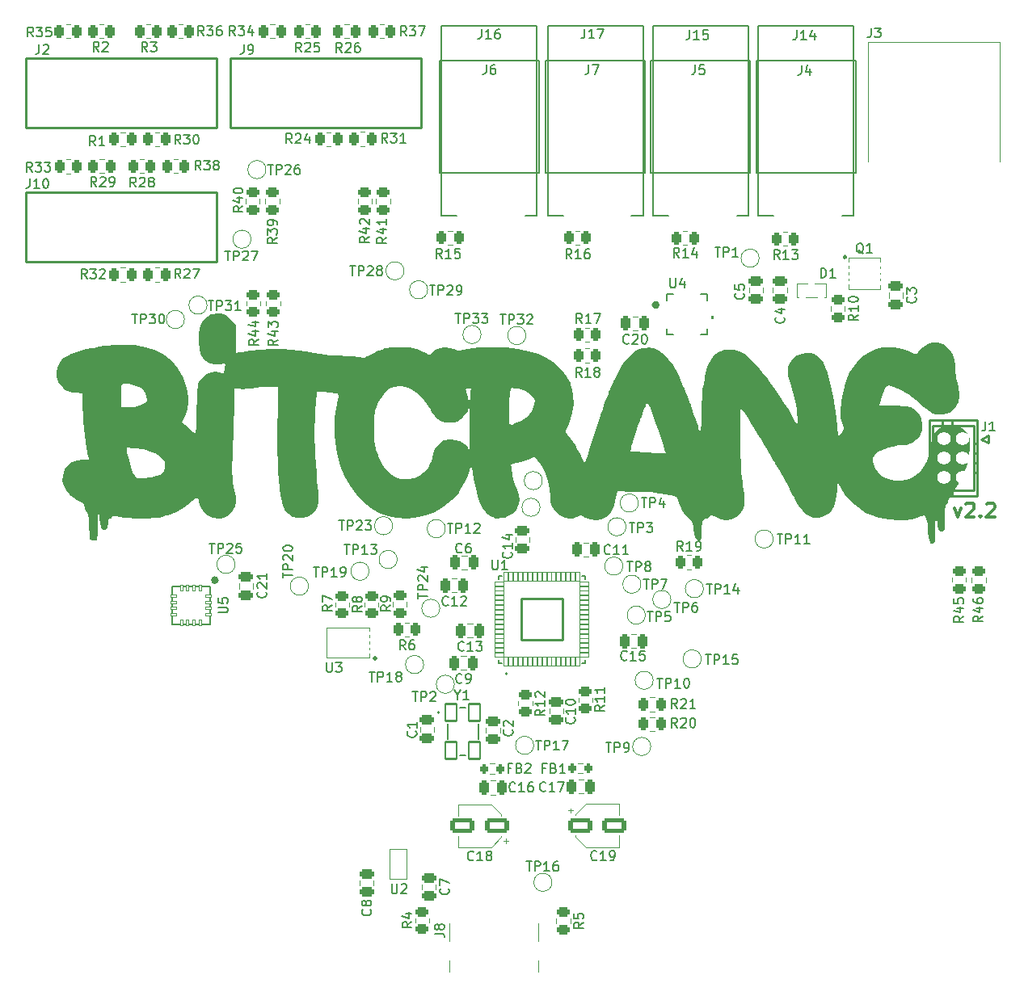
<source format=gbr>
%TF.GenerationSoftware,KiCad,Pcbnew,8.0.0*%
%TF.CreationDate,2024-03-20T15:43:41-04:00*%
%TF.ProjectId,bitcrane,62697463-7261-46e6-952e-6b696361645f,rev?*%
%TF.SameCoordinates,Original*%
%TF.FileFunction,Legend,Top*%
%TF.FilePolarity,Positive*%
%FSLAX46Y46*%
G04 Gerber Fmt 4.6, Leading zero omitted, Abs format (unit mm)*
G04 Created by KiCad (PCBNEW 8.0.0) date 2024-03-20 15:43:41*
%MOMM*%
%LPD*%
G01*
G04 APERTURE LIST*
G04 Aperture macros list*
%AMRoundRect*
0 Rectangle with rounded corners*
0 $1 Rounding radius*
0 $2 $3 $4 $5 $6 $7 $8 $9 X,Y pos of 4 corners*
0 Add a 4 corners polygon primitive as box body*
4,1,4,$2,$3,$4,$5,$6,$7,$8,$9,$2,$3,0*
0 Add four circle primitives for the rounded corners*
1,1,$1+$1,$2,$3*
1,1,$1+$1,$4,$5*
1,1,$1+$1,$6,$7*
1,1,$1+$1,$8,$9*
0 Add four rect primitives between the rounded corners*
20,1,$1+$1,$2,$3,$4,$5,0*
20,1,$1+$1,$4,$5,$6,$7,0*
20,1,$1+$1,$6,$7,$8,$9,0*
20,1,$1+$1,$8,$9,$2,$3,0*%
%AMFreePoly0*
4,1,17,1.395000,0.765000,0.855000,0.765000,0.855000,0.535000,1.395000,0.535000,1.395000,0.115000,0.855000,0.115000,0.855000,-0.115000,1.395000,-0.115000,1.395000,-0.535000,0.855000,-0.535000,0.855000,-0.765000,1.395000,-0.765000,1.395000,-1.185000,-0.855000,-1.185000,-0.855000,1.185000,1.395000,1.185000,1.395000,0.765000,1.395000,0.765000,$1*%
G04 Aperture macros list end*
%ADD10C,0.300000*%
%ADD11C,0.150000*%
%ADD12C,0.120000*%
%ADD13C,0.152400*%
%ADD14C,0.000000*%
%ADD15C,0.100000*%
%ADD16C,0.250000*%
%ADD17C,0.127000*%
%ADD18C,0.246011*%
%ADD19C,0.200000*%
%ADD20C,0.291948*%
%ADD21C,0.395410*%
%ADD22C,0.414968*%
%ADD23C,1.226200*%
%ADD24C,0.010000*%
%ADD25RoundRect,0.250000X-0.450000X0.262500X-0.450000X-0.262500X0.450000X-0.262500X0.450000X0.262500X0*%
%ADD26C,1.500000*%
%ADD27RoundRect,0.250000X-0.262500X-0.450000X0.262500X-0.450000X0.262500X0.450000X-0.262500X0.450000X0*%
%ADD28RoundRect,0.250000X0.262500X0.450000X-0.262500X0.450000X-0.262500X-0.450000X0.262500X-0.450000X0*%
%ADD29RoundRect,0.250000X-0.475000X0.250000X-0.475000X-0.250000X0.475000X-0.250000X0.475000X0.250000X0*%
%ADD30C,1.549400*%
%ADD31R,0.952500X0.558800*%
%ADD32RoundRect,0.250000X-0.250000X-0.475000X0.250000X-0.475000X0.250000X0.475000X-0.250000X0.475000X0*%
%ADD33C,1.300000*%
%ADD34C,3.050000*%
%ADD35C,2.775000*%
%ADD36RoundRect,0.250000X0.250000X0.475000X-0.250000X0.475000X-0.250000X-0.475000X0.250000X-0.475000X0*%
%ADD37RoundRect,0.250000X0.450000X-0.262500X0.450000X0.262500X-0.450000X0.262500X-0.450000X-0.262500X0*%
%ADD38RoundRect,0.250000X0.475000X-0.250000X0.475000X0.250000X-0.475000X0.250000X-0.475000X-0.250000X0*%
%ADD39R,0.700000X0.420000*%
%ADD40FreePoly0,0.000000*%
%ADD41R,0.800000X0.900000*%
%ADD42C,4.000000*%
%ADD43C,0.650000*%
%ADD44R,0.600000X1.150000*%
%ADD45R,0.300000X1.150000*%
%ADD46O,1.000000X2.100000*%
%ADD47O,1.000000X1.800000*%
%ADD48RoundRect,0.250000X-1.050000X-0.550000X1.050000X-0.550000X1.050000X0.550000X-1.050000X0.550000X0*%
%ADD49RoundRect,0.250000X1.050000X0.550000X-1.050000X0.550000X-1.050000X-0.550000X1.050000X-0.550000X0*%
%ADD50RoundRect,0.200000X0.200000X0.275000X-0.200000X0.275000X-0.200000X-0.275000X0.200000X-0.275000X0*%
%ADD51RoundRect,0.102000X-0.600000X-0.900000X0.600000X-0.900000X0.600000X0.900000X-0.600000X0.900000X0*%
%ADD52R,1.473200X0.355600*%
%ADD53RoundRect,0.050000X-0.102500X-0.325000X0.102500X-0.325000X0.102500X0.325000X-0.102500X0.325000X0*%
%ADD54RoundRect,0.050000X-0.325000X0.102500X-0.325000X-0.102500X0.325000X-0.102500X0.325000X0.102500X0*%
%ADD55C,0.500000*%
%ADD56R,2.160000X2.160000*%
%ADD57C,1.400000*%
%ADD58RoundRect,0.033180X0.203820X-0.478820X0.203820X0.478820X-0.203820X0.478820X-0.203820X-0.478820X0*%
%ADD59RoundRect,0.033180X0.478820X0.203820X-0.478820X0.203820X-0.478820X-0.203820X0.478820X-0.203820X0*%
%ADD60RoundRect,0.033180X-0.203820X0.478820X-0.203820X-0.478820X0.203820X-0.478820X0.203820X0.478820X0*%
%ADD61RoundRect,0.033180X-0.478820X-0.203820X0.478820X-0.203820X0.478820X0.203820X-0.478820X0.203820X0*%
%ADD62RoundRect,0.102000X2.175000X-2.175000X2.175000X2.175000X-2.175000X2.175000X-2.175000X-2.175000X0*%
%ADD63RoundRect,0.200000X-0.200000X-0.275000X0.200000X-0.275000X0.200000X0.275000X-0.200000X0.275000X0*%
%ADD64R,0.711200X0.304800*%
%ADD65R,0.304800X0.711200*%
%ADD66R,2.692400X2.692400*%
G04 APERTURE END LIST*
D10*
X159341653Y-85450828D02*
X159698796Y-86450828D01*
X159698796Y-86450828D02*
X160055939Y-85450828D01*
X160555939Y-85093685D02*
X160627367Y-85022257D01*
X160627367Y-85022257D02*
X160770225Y-84950828D01*
X160770225Y-84950828D02*
X161127367Y-84950828D01*
X161127367Y-84950828D02*
X161270225Y-85022257D01*
X161270225Y-85022257D02*
X161341653Y-85093685D01*
X161341653Y-85093685D02*
X161413082Y-85236542D01*
X161413082Y-85236542D02*
X161413082Y-85379400D01*
X161413082Y-85379400D02*
X161341653Y-85593685D01*
X161341653Y-85593685D02*
X160484510Y-86450828D01*
X160484510Y-86450828D02*
X161413082Y-86450828D01*
X162055938Y-86307971D02*
X162127367Y-86379400D01*
X162127367Y-86379400D02*
X162055938Y-86450828D01*
X162055938Y-86450828D02*
X161984510Y-86379400D01*
X161984510Y-86379400D02*
X162055938Y-86307971D01*
X162055938Y-86307971D02*
X162055938Y-86450828D01*
X162698796Y-85093685D02*
X162770224Y-85022257D01*
X162770224Y-85022257D02*
X162913082Y-84950828D01*
X162913082Y-84950828D02*
X163270224Y-84950828D01*
X163270224Y-84950828D02*
X163413082Y-85022257D01*
X163413082Y-85022257D02*
X163484510Y-85093685D01*
X163484510Y-85093685D02*
X163555939Y-85236542D01*
X163555939Y-85236542D02*
X163555939Y-85379400D01*
X163555939Y-85379400D02*
X163484510Y-85593685D01*
X163484510Y-85593685D02*
X162627367Y-86450828D01*
X162627367Y-86450828D02*
X163555939Y-86450828D01*
D11*
X98024819Y-57065357D02*
X97548628Y-57398690D01*
X98024819Y-57636785D02*
X97024819Y-57636785D01*
X97024819Y-57636785D02*
X97024819Y-57255833D01*
X97024819Y-57255833D02*
X97072438Y-57160595D01*
X97072438Y-57160595D02*
X97120057Y-57112976D01*
X97120057Y-57112976D02*
X97215295Y-57065357D01*
X97215295Y-57065357D02*
X97358152Y-57065357D01*
X97358152Y-57065357D02*
X97453390Y-57112976D01*
X97453390Y-57112976D02*
X97501009Y-57160595D01*
X97501009Y-57160595D02*
X97548628Y-57255833D01*
X97548628Y-57255833D02*
X97548628Y-57636785D01*
X97358152Y-56208214D02*
X98024819Y-56208214D01*
X96977200Y-56446309D02*
X97691485Y-56684404D01*
X97691485Y-56684404D02*
X97691485Y-56065357D01*
X97120057Y-55732023D02*
X97072438Y-55684404D01*
X97072438Y-55684404D02*
X97024819Y-55589166D01*
X97024819Y-55589166D02*
X97024819Y-55351071D01*
X97024819Y-55351071D02*
X97072438Y-55255833D01*
X97072438Y-55255833D02*
X97120057Y-55208214D01*
X97120057Y-55208214D02*
X97215295Y-55160595D01*
X97215295Y-55160595D02*
X97310533Y-55160595D01*
X97310533Y-55160595D02*
X97453390Y-55208214D01*
X97453390Y-55208214D02*
X98024819Y-55779642D01*
X98024819Y-55779642D02*
X98024819Y-55160595D01*
X126758095Y-92964819D02*
X127329523Y-92964819D01*
X127043809Y-93964819D02*
X127043809Y-92964819D01*
X127662857Y-93964819D02*
X127662857Y-92964819D01*
X127662857Y-92964819D02*
X128043809Y-92964819D01*
X128043809Y-92964819D02*
X128139047Y-93012438D01*
X128139047Y-93012438D02*
X128186666Y-93060057D01*
X128186666Y-93060057D02*
X128234285Y-93155295D01*
X128234285Y-93155295D02*
X128234285Y-93298152D01*
X128234285Y-93298152D02*
X128186666Y-93393390D01*
X128186666Y-93393390D02*
X128139047Y-93441009D01*
X128139047Y-93441009D02*
X128043809Y-93488628D01*
X128043809Y-93488628D02*
X127662857Y-93488628D01*
X128567619Y-92964819D02*
X129234285Y-92964819D01*
X129234285Y-92964819D02*
X128805714Y-93964819D01*
X130297142Y-108494819D02*
X129963809Y-108018628D01*
X129725714Y-108494819D02*
X129725714Y-107494819D01*
X129725714Y-107494819D02*
X130106666Y-107494819D01*
X130106666Y-107494819D02*
X130201904Y-107542438D01*
X130201904Y-107542438D02*
X130249523Y-107590057D01*
X130249523Y-107590057D02*
X130297142Y-107685295D01*
X130297142Y-107685295D02*
X130297142Y-107828152D01*
X130297142Y-107828152D02*
X130249523Y-107923390D01*
X130249523Y-107923390D02*
X130201904Y-107971009D01*
X130201904Y-107971009D02*
X130106666Y-108018628D01*
X130106666Y-108018628D02*
X129725714Y-108018628D01*
X130678095Y-107590057D02*
X130725714Y-107542438D01*
X130725714Y-107542438D02*
X130820952Y-107494819D01*
X130820952Y-107494819D02*
X131059047Y-107494819D01*
X131059047Y-107494819D02*
X131154285Y-107542438D01*
X131154285Y-107542438D02*
X131201904Y-107590057D01*
X131201904Y-107590057D02*
X131249523Y-107685295D01*
X131249523Y-107685295D02*
X131249523Y-107780533D01*
X131249523Y-107780533D02*
X131201904Y-107923390D01*
X131201904Y-107923390D02*
X130630476Y-108494819D01*
X130630476Y-108494819D02*
X131249523Y-108494819D01*
X131868571Y-107494819D02*
X131963809Y-107494819D01*
X131963809Y-107494819D02*
X132059047Y-107542438D01*
X132059047Y-107542438D02*
X132106666Y-107590057D01*
X132106666Y-107590057D02*
X132154285Y-107685295D01*
X132154285Y-107685295D02*
X132201904Y-107875771D01*
X132201904Y-107875771D02*
X132201904Y-108113866D01*
X132201904Y-108113866D02*
X132154285Y-108304342D01*
X132154285Y-108304342D02*
X132106666Y-108399580D01*
X132106666Y-108399580D02*
X132059047Y-108447200D01*
X132059047Y-108447200D02*
X131963809Y-108494819D01*
X131963809Y-108494819D02*
X131868571Y-108494819D01*
X131868571Y-108494819D02*
X131773333Y-108447200D01*
X131773333Y-108447200D02*
X131725714Y-108399580D01*
X131725714Y-108399580D02*
X131678095Y-108304342D01*
X131678095Y-108304342D02*
X131630476Y-108113866D01*
X131630476Y-108113866D02*
X131630476Y-107875771D01*
X131630476Y-107875771D02*
X131678095Y-107685295D01*
X131678095Y-107685295D02*
X131725714Y-107590057D01*
X131725714Y-107590057D02*
X131773333Y-107542438D01*
X131773333Y-107542438D02*
X131868571Y-107494819D01*
X69353333Y-47494819D02*
X69020000Y-47018628D01*
X68781905Y-47494819D02*
X68781905Y-46494819D01*
X68781905Y-46494819D02*
X69162857Y-46494819D01*
X69162857Y-46494819D02*
X69258095Y-46542438D01*
X69258095Y-46542438D02*
X69305714Y-46590057D01*
X69305714Y-46590057D02*
X69353333Y-46685295D01*
X69353333Y-46685295D02*
X69353333Y-46828152D01*
X69353333Y-46828152D02*
X69305714Y-46923390D01*
X69305714Y-46923390D02*
X69258095Y-46971009D01*
X69258095Y-46971009D02*
X69162857Y-47018628D01*
X69162857Y-47018628D02*
X68781905Y-47018628D01*
X70305714Y-47494819D02*
X69734286Y-47494819D01*
X70020000Y-47494819D02*
X70020000Y-46494819D01*
X70020000Y-46494819D02*
X69924762Y-46637676D01*
X69924762Y-46637676D02*
X69829524Y-46732914D01*
X69829524Y-46732914D02*
X69734286Y-46780533D01*
X130299642Y-106484819D02*
X129966309Y-106008628D01*
X129728214Y-106484819D02*
X129728214Y-105484819D01*
X129728214Y-105484819D02*
X130109166Y-105484819D01*
X130109166Y-105484819D02*
X130204404Y-105532438D01*
X130204404Y-105532438D02*
X130252023Y-105580057D01*
X130252023Y-105580057D02*
X130299642Y-105675295D01*
X130299642Y-105675295D02*
X130299642Y-105818152D01*
X130299642Y-105818152D02*
X130252023Y-105913390D01*
X130252023Y-105913390D02*
X130204404Y-105961009D01*
X130204404Y-105961009D02*
X130109166Y-106008628D01*
X130109166Y-106008628D02*
X129728214Y-106008628D01*
X130680595Y-105580057D02*
X130728214Y-105532438D01*
X130728214Y-105532438D02*
X130823452Y-105484819D01*
X130823452Y-105484819D02*
X131061547Y-105484819D01*
X131061547Y-105484819D02*
X131156785Y-105532438D01*
X131156785Y-105532438D02*
X131204404Y-105580057D01*
X131204404Y-105580057D02*
X131252023Y-105675295D01*
X131252023Y-105675295D02*
X131252023Y-105770533D01*
X131252023Y-105770533D02*
X131204404Y-105913390D01*
X131204404Y-105913390D02*
X130632976Y-106484819D01*
X130632976Y-106484819D02*
X131252023Y-106484819D01*
X132204404Y-106484819D02*
X131632976Y-106484819D01*
X131918690Y-106484819D02*
X131918690Y-105484819D01*
X131918690Y-105484819D02*
X131823452Y-105627676D01*
X131823452Y-105627676D02*
X131728214Y-105722914D01*
X131728214Y-105722914D02*
X131632976Y-105770533D01*
X73191905Y-65144819D02*
X73763333Y-65144819D01*
X73477619Y-66144819D02*
X73477619Y-65144819D01*
X74096667Y-66144819D02*
X74096667Y-65144819D01*
X74096667Y-65144819D02*
X74477619Y-65144819D01*
X74477619Y-65144819D02*
X74572857Y-65192438D01*
X74572857Y-65192438D02*
X74620476Y-65240057D01*
X74620476Y-65240057D02*
X74668095Y-65335295D01*
X74668095Y-65335295D02*
X74668095Y-65478152D01*
X74668095Y-65478152D02*
X74620476Y-65573390D01*
X74620476Y-65573390D02*
X74572857Y-65621009D01*
X74572857Y-65621009D02*
X74477619Y-65668628D01*
X74477619Y-65668628D02*
X74096667Y-65668628D01*
X75001429Y-65144819D02*
X75620476Y-65144819D01*
X75620476Y-65144819D02*
X75287143Y-65525771D01*
X75287143Y-65525771D02*
X75430000Y-65525771D01*
X75430000Y-65525771D02*
X75525238Y-65573390D01*
X75525238Y-65573390D02*
X75572857Y-65621009D01*
X75572857Y-65621009D02*
X75620476Y-65716247D01*
X75620476Y-65716247D02*
X75620476Y-65954342D01*
X75620476Y-65954342D02*
X75572857Y-66049580D01*
X75572857Y-66049580D02*
X75525238Y-66097200D01*
X75525238Y-66097200D02*
X75430000Y-66144819D01*
X75430000Y-66144819D02*
X75144286Y-66144819D01*
X75144286Y-66144819D02*
X75049048Y-66097200D01*
X75049048Y-66097200D02*
X75001429Y-66049580D01*
X76239524Y-65144819D02*
X76334762Y-65144819D01*
X76334762Y-65144819D02*
X76430000Y-65192438D01*
X76430000Y-65192438D02*
X76477619Y-65240057D01*
X76477619Y-65240057D02*
X76525238Y-65335295D01*
X76525238Y-65335295D02*
X76572857Y-65525771D01*
X76572857Y-65525771D02*
X76572857Y-65763866D01*
X76572857Y-65763866D02*
X76525238Y-65954342D01*
X76525238Y-65954342D02*
X76477619Y-66049580D01*
X76477619Y-66049580D02*
X76430000Y-66097200D01*
X76430000Y-66097200D02*
X76334762Y-66144819D01*
X76334762Y-66144819D02*
X76239524Y-66144819D01*
X76239524Y-66144819D02*
X76144286Y-66097200D01*
X76144286Y-66097200D02*
X76096667Y-66049580D01*
X76096667Y-66049580D02*
X76049048Y-65954342D01*
X76049048Y-65954342D02*
X76001429Y-65763866D01*
X76001429Y-65763866D02*
X76001429Y-65525771D01*
X76001429Y-65525771D02*
X76049048Y-65335295D01*
X76049048Y-65335295D02*
X76096667Y-65240057D01*
X76096667Y-65240057D02*
X76144286Y-65192438D01*
X76144286Y-65192438D02*
X76239524Y-65144819D01*
X119237142Y-59344819D02*
X118903809Y-58868628D01*
X118665714Y-59344819D02*
X118665714Y-58344819D01*
X118665714Y-58344819D02*
X119046666Y-58344819D01*
X119046666Y-58344819D02*
X119141904Y-58392438D01*
X119141904Y-58392438D02*
X119189523Y-58440057D01*
X119189523Y-58440057D02*
X119237142Y-58535295D01*
X119237142Y-58535295D02*
X119237142Y-58678152D01*
X119237142Y-58678152D02*
X119189523Y-58773390D01*
X119189523Y-58773390D02*
X119141904Y-58821009D01*
X119141904Y-58821009D02*
X119046666Y-58868628D01*
X119046666Y-58868628D02*
X118665714Y-58868628D01*
X120189523Y-59344819D02*
X119618095Y-59344819D01*
X119903809Y-59344819D02*
X119903809Y-58344819D01*
X119903809Y-58344819D02*
X119808571Y-58487676D01*
X119808571Y-58487676D02*
X119713333Y-58582914D01*
X119713333Y-58582914D02*
X119618095Y-58630533D01*
X121046666Y-58344819D02*
X120856190Y-58344819D01*
X120856190Y-58344819D02*
X120760952Y-58392438D01*
X120760952Y-58392438D02*
X120713333Y-58440057D01*
X120713333Y-58440057D02*
X120618095Y-58582914D01*
X120618095Y-58582914D02*
X120570476Y-58773390D01*
X120570476Y-58773390D02*
X120570476Y-59154342D01*
X120570476Y-59154342D02*
X120618095Y-59249580D01*
X120618095Y-59249580D02*
X120665714Y-59297200D01*
X120665714Y-59297200D02*
X120760952Y-59344819D01*
X120760952Y-59344819D02*
X120951428Y-59344819D01*
X120951428Y-59344819D02*
X121046666Y-59297200D01*
X121046666Y-59297200D02*
X121094285Y-59249580D01*
X121094285Y-59249580D02*
X121141904Y-59154342D01*
X121141904Y-59154342D02*
X121141904Y-58916247D01*
X121141904Y-58916247D02*
X121094285Y-58821009D01*
X121094285Y-58821009D02*
X121046666Y-58773390D01*
X121046666Y-58773390D02*
X120951428Y-58725771D01*
X120951428Y-58725771D02*
X120760952Y-58725771D01*
X120760952Y-58725771D02*
X120665714Y-58773390D01*
X120665714Y-58773390D02*
X120618095Y-58821009D01*
X120618095Y-58821009D02*
X120570476Y-58916247D01*
X73587142Y-51834819D02*
X73253809Y-51358628D01*
X73015714Y-51834819D02*
X73015714Y-50834819D01*
X73015714Y-50834819D02*
X73396666Y-50834819D01*
X73396666Y-50834819D02*
X73491904Y-50882438D01*
X73491904Y-50882438D02*
X73539523Y-50930057D01*
X73539523Y-50930057D02*
X73587142Y-51025295D01*
X73587142Y-51025295D02*
X73587142Y-51168152D01*
X73587142Y-51168152D02*
X73539523Y-51263390D01*
X73539523Y-51263390D02*
X73491904Y-51311009D01*
X73491904Y-51311009D02*
X73396666Y-51358628D01*
X73396666Y-51358628D02*
X73015714Y-51358628D01*
X73968095Y-50930057D02*
X74015714Y-50882438D01*
X74015714Y-50882438D02*
X74110952Y-50834819D01*
X74110952Y-50834819D02*
X74349047Y-50834819D01*
X74349047Y-50834819D02*
X74444285Y-50882438D01*
X74444285Y-50882438D02*
X74491904Y-50930057D01*
X74491904Y-50930057D02*
X74539523Y-51025295D01*
X74539523Y-51025295D02*
X74539523Y-51120533D01*
X74539523Y-51120533D02*
X74491904Y-51263390D01*
X74491904Y-51263390D02*
X73920476Y-51834819D01*
X73920476Y-51834819D02*
X74539523Y-51834819D01*
X75110952Y-51263390D02*
X75015714Y-51215771D01*
X75015714Y-51215771D02*
X74968095Y-51168152D01*
X74968095Y-51168152D02*
X74920476Y-51072914D01*
X74920476Y-51072914D02*
X74920476Y-51025295D01*
X74920476Y-51025295D02*
X74968095Y-50930057D01*
X74968095Y-50930057D02*
X75015714Y-50882438D01*
X75015714Y-50882438D02*
X75110952Y-50834819D01*
X75110952Y-50834819D02*
X75301428Y-50834819D01*
X75301428Y-50834819D02*
X75396666Y-50882438D01*
X75396666Y-50882438D02*
X75444285Y-50930057D01*
X75444285Y-50930057D02*
X75491904Y-51025295D01*
X75491904Y-51025295D02*
X75491904Y-51072914D01*
X75491904Y-51072914D02*
X75444285Y-51168152D01*
X75444285Y-51168152D02*
X75396666Y-51215771D01*
X75396666Y-51215771D02*
X75301428Y-51263390D01*
X75301428Y-51263390D02*
X75110952Y-51263390D01*
X75110952Y-51263390D02*
X75015714Y-51311009D01*
X75015714Y-51311009D02*
X74968095Y-51358628D01*
X74968095Y-51358628D02*
X74920476Y-51453866D01*
X74920476Y-51453866D02*
X74920476Y-51644342D01*
X74920476Y-51644342D02*
X74968095Y-51739580D01*
X74968095Y-51739580D02*
X75015714Y-51787200D01*
X75015714Y-51787200D02*
X75110952Y-51834819D01*
X75110952Y-51834819D02*
X75301428Y-51834819D01*
X75301428Y-51834819D02*
X75396666Y-51787200D01*
X75396666Y-51787200D02*
X75444285Y-51739580D01*
X75444285Y-51739580D02*
X75491904Y-51644342D01*
X75491904Y-51644342D02*
X75491904Y-51453866D01*
X75491904Y-51453866D02*
X75444285Y-51358628D01*
X75444285Y-51358628D02*
X75396666Y-51311009D01*
X75396666Y-51311009D02*
X75301428Y-51263390D01*
X99844819Y-57112857D02*
X99368628Y-57446190D01*
X99844819Y-57684285D02*
X98844819Y-57684285D01*
X98844819Y-57684285D02*
X98844819Y-57303333D01*
X98844819Y-57303333D02*
X98892438Y-57208095D01*
X98892438Y-57208095D02*
X98940057Y-57160476D01*
X98940057Y-57160476D02*
X99035295Y-57112857D01*
X99035295Y-57112857D02*
X99178152Y-57112857D01*
X99178152Y-57112857D02*
X99273390Y-57160476D01*
X99273390Y-57160476D02*
X99321009Y-57208095D01*
X99321009Y-57208095D02*
X99368628Y-57303333D01*
X99368628Y-57303333D02*
X99368628Y-57684285D01*
X99178152Y-56255714D02*
X99844819Y-56255714D01*
X98797200Y-56493809D02*
X99511485Y-56731904D01*
X99511485Y-56731904D02*
X99511485Y-56112857D01*
X99844819Y-55208095D02*
X99844819Y-55779523D01*
X99844819Y-55493809D02*
X98844819Y-55493809D01*
X98844819Y-55493809D02*
X98987676Y-55589047D01*
X98987676Y-55589047D02*
X99082914Y-55684285D01*
X99082914Y-55684285D02*
X99130533Y-55779523D01*
X95167142Y-37714819D02*
X94833809Y-37238628D01*
X94595714Y-37714819D02*
X94595714Y-36714819D01*
X94595714Y-36714819D02*
X94976666Y-36714819D01*
X94976666Y-36714819D02*
X95071904Y-36762438D01*
X95071904Y-36762438D02*
X95119523Y-36810057D01*
X95119523Y-36810057D02*
X95167142Y-36905295D01*
X95167142Y-36905295D02*
X95167142Y-37048152D01*
X95167142Y-37048152D02*
X95119523Y-37143390D01*
X95119523Y-37143390D02*
X95071904Y-37191009D01*
X95071904Y-37191009D02*
X94976666Y-37238628D01*
X94976666Y-37238628D02*
X94595714Y-37238628D01*
X95548095Y-36810057D02*
X95595714Y-36762438D01*
X95595714Y-36762438D02*
X95690952Y-36714819D01*
X95690952Y-36714819D02*
X95929047Y-36714819D01*
X95929047Y-36714819D02*
X96024285Y-36762438D01*
X96024285Y-36762438D02*
X96071904Y-36810057D01*
X96071904Y-36810057D02*
X96119523Y-36905295D01*
X96119523Y-36905295D02*
X96119523Y-37000533D01*
X96119523Y-37000533D02*
X96071904Y-37143390D01*
X96071904Y-37143390D02*
X95500476Y-37714819D01*
X95500476Y-37714819D02*
X96119523Y-37714819D01*
X96976666Y-36714819D02*
X96786190Y-36714819D01*
X96786190Y-36714819D02*
X96690952Y-36762438D01*
X96690952Y-36762438D02*
X96643333Y-36810057D01*
X96643333Y-36810057D02*
X96548095Y-36952914D01*
X96548095Y-36952914D02*
X96500476Y-37143390D01*
X96500476Y-37143390D02*
X96500476Y-37524342D01*
X96500476Y-37524342D02*
X96548095Y-37619580D01*
X96548095Y-37619580D02*
X96595714Y-37667200D01*
X96595714Y-37667200D02*
X96690952Y-37714819D01*
X96690952Y-37714819D02*
X96881428Y-37714819D01*
X96881428Y-37714819D02*
X96976666Y-37667200D01*
X96976666Y-37667200D02*
X97024285Y-37619580D01*
X97024285Y-37619580D02*
X97071904Y-37524342D01*
X97071904Y-37524342D02*
X97071904Y-37286247D01*
X97071904Y-37286247D02*
X97024285Y-37191009D01*
X97024285Y-37191009D02*
X96976666Y-37143390D01*
X96976666Y-37143390D02*
X96881428Y-37095771D01*
X96881428Y-37095771D02*
X96690952Y-37095771D01*
X96690952Y-37095771D02*
X96595714Y-37143390D01*
X96595714Y-37143390D02*
X96548095Y-37191009D01*
X96548095Y-37191009D02*
X96500476Y-37286247D01*
X99939642Y-47188819D02*
X99606309Y-46712628D01*
X99368214Y-47188819D02*
X99368214Y-46188819D01*
X99368214Y-46188819D02*
X99749166Y-46188819D01*
X99749166Y-46188819D02*
X99844404Y-46236438D01*
X99844404Y-46236438D02*
X99892023Y-46284057D01*
X99892023Y-46284057D02*
X99939642Y-46379295D01*
X99939642Y-46379295D02*
X99939642Y-46522152D01*
X99939642Y-46522152D02*
X99892023Y-46617390D01*
X99892023Y-46617390D02*
X99844404Y-46665009D01*
X99844404Y-46665009D02*
X99749166Y-46712628D01*
X99749166Y-46712628D02*
X99368214Y-46712628D01*
X100272976Y-46188819D02*
X100892023Y-46188819D01*
X100892023Y-46188819D02*
X100558690Y-46569771D01*
X100558690Y-46569771D02*
X100701547Y-46569771D01*
X100701547Y-46569771D02*
X100796785Y-46617390D01*
X100796785Y-46617390D02*
X100844404Y-46665009D01*
X100844404Y-46665009D02*
X100892023Y-46760247D01*
X100892023Y-46760247D02*
X100892023Y-46998342D01*
X100892023Y-46998342D02*
X100844404Y-47093580D01*
X100844404Y-47093580D02*
X100796785Y-47141200D01*
X100796785Y-47141200D02*
X100701547Y-47188819D01*
X100701547Y-47188819D02*
X100415833Y-47188819D01*
X100415833Y-47188819D02*
X100320595Y-47141200D01*
X100320595Y-47141200D02*
X100272976Y-47093580D01*
X101844404Y-47188819D02*
X101272976Y-47188819D01*
X101558690Y-47188819D02*
X101558690Y-46188819D01*
X101558690Y-46188819D02*
X101463452Y-46331676D01*
X101463452Y-46331676D02*
X101368214Y-46426914D01*
X101368214Y-46426914D02*
X101272976Y-46474533D01*
X88434819Y-67840357D02*
X87958628Y-68173690D01*
X88434819Y-68411785D02*
X87434819Y-68411785D01*
X87434819Y-68411785D02*
X87434819Y-68030833D01*
X87434819Y-68030833D02*
X87482438Y-67935595D01*
X87482438Y-67935595D02*
X87530057Y-67887976D01*
X87530057Y-67887976D02*
X87625295Y-67840357D01*
X87625295Y-67840357D02*
X87768152Y-67840357D01*
X87768152Y-67840357D02*
X87863390Y-67887976D01*
X87863390Y-67887976D02*
X87911009Y-67935595D01*
X87911009Y-67935595D02*
X87958628Y-68030833D01*
X87958628Y-68030833D02*
X87958628Y-68411785D01*
X87768152Y-66983214D02*
X88434819Y-66983214D01*
X87387200Y-67221309D02*
X88101485Y-67459404D01*
X88101485Y-67459404D02*
X88101485Y-66840357D01*
X87434819Y-66554642D02*
X87434819Y-65935595D01*
X87434819Y-65935595D02*
X87815771Y-66268928D01*
X87815771Y-66268928D02*
X87815771Y-66126071D01*
X87815771Y-66126071D02*
X87863390Y-66030833D01*
X87863390Y-66030833D02*
X87911009Y-65983214D01*
X87911009Y-65983214D02*
X88006247Y-65935595D01*
X88006247Y-65935595D02*
X88244342Y-65935595D01*
X88244342Y-65935595D02*
X88339580Y-65983214D01*
X88339580Y-65983214D02*
X88387200Y-66030833D01*
X88387200Y-66030833D02*
X88434819Y-66126071D01*
X88434819Y-66126071D02*
X88434819Y-66411785D01*
X88434819Y-66411785D02*
X88387200Y-66507023D01*
X88387200Y-66507023D02*
X88339580Y-66554642D01*
X119499580Y-107452857D02*
X119547200Y-107500476D01*
X119547200Y-107500476D02*
X119594819Y-107643333D01*
X119594819Y-107643333D02*
X119594819Y-107738571D01*
X119594819Y-107738571D02*
X119547200Y-107881428D01*
X119547200Y-107881428D02*
X119451961Y-107976666D01*
X119451961Y-107976666D02*
X119356723Y-108024285D01*
X119356723Y-108024285D02*
X119166247Y-108071904D01*
X119166247Y-108071904D02*
X119023390Y-108071904D01*
X119023390Y-108071904D02*
X118832914Y-108024285D01*
X118832914Y-108024285D02*
X118737676Y-107976666D01*
X118737676Y-107976666D02*
X118642438Y-107881428D01*
X118642438Y-107881428D02*
X118594819Y-107738571D01*
X118594819Y-107738571D02*
X118594819Y-107643333D01*
X118594819Y-107643333D02*
X118642438Y-107500476D01*
X118642438Y-107500476D02*
X118690057Y-107452857D01*
X119594819Y-106500476D02*
X119594819Y-107071904D01*
X119594819Y-106786190D02*
X118594819Y-106786190D01*
X118594819Y-106786190D02*
X118737676Y-106881428D01*
X118737676Y-106881428D02*
X118832914Y-106976666D01*
X118832914Y-106976666D02*
X118880533Y-107071904D01*
X118594819Y-105881428D02*
X118594819Y-105786190D01*
X118594819Y-105786190D02*
X118642438Y-105690952D01*
X118642438Y-105690952D02*
X118690057Y-105643333D01*
X118690057Y-105643333D02*
X118785295Y-105595714D01*
X118785295Y-105595714D02*
X118975771Y-105548095D01*
X118975771Y-105548095D02*
X119213866Y-105548095D01*
X119213866Y-105548095D02*
X119404342Y-105595714D01*
X119404342Y-105595714D02*
X119499580Y-105643333D01*
X119499580Y-105643333D02*
X119547200Y-105690952D01*
X119547200Y-105690952D02*
X119594819Y-105786190D01*
X119594819Y-105786190D02*
X119594819Y-105881428D01*
X119594819Y-105881428D02*
X119547200Y-105976666D01*
X119547200Y-105976666D02*
X119499580Y-106024285D01*
X119499580Y-106024285D02*
X119404342Y-106071904D01*
X119404342Y-106071904D02*
X119213866Y-106119523D01*
X119213866Y-106119523D02*
X118975771Y-106119523D01*
X118975771Y-106119523D02*
X118785295Y-106071904D01*
X118785295Y-106071904D02*
X118690057Y-106024285D01*
X118690057Y-106024285D02*
X118642438Y-105976666D01*
X118642438Y-105976666D02*
X118594819Y-105881428D01*
X160284819Y-96830357D02*
X159808628Y-97163690D01*
X160284819Y-97401785D02*
X159284819Y-97401785D01*
X159284819Y-97401785D02*
X159284819Y-97020833D01*
X159284819Y-97020833D02*
X159332438Y-96925595D01*
X159332438Y-96925595D02*
X159380057Y-96877976D01*
X159380057Y-96877976D02*
X159475295Y-96830357D01*
X159475295Y-96830357D02*
X159618152Y-96830357D01*
X159618152Y-96830357D02*
X159713390Y-96877976D01*
X159713390Y-96877976D02*
X159761009Y-96925595D01*
X159761009Y-96925595D02*
X159808628Y-97020833D01*
X159808628Y-97020833D02*
X159808628Y-97401785D01*
X159618152Y-95973214D02*
X160284819Y-95973214D01*
X159237200Y-96211309D02*
X159951485Y-96449404D01*
X159951485Y-96449404D02*
X159951485Y-95830357D01*
X159284819Y-94973214D02*
X159284819Y-95449404D01*
X159284819Y-95449404D02*
X159761009Y-95497023D01*
X159761009Y-95497023D02*
X159713390Y-95449404D01*
X159713390Y-95449404D02*
X159665771Y-95354166D01*
X159665771Y-95354166D02*
X159665771Y-95116071D01*
X159665771Y-95116071D02*
X159713390Y-95020833D01*
X159713390Y-95020833D02*
X159761009Y-94973214D01*
X159761009Y-94973214D02*
X159856247Y-94925595D01*
X159856247Y-94925595D02*
X160094342Y-94925595D01*
X160094342Y-94925595D02*
X160189580Y-94973214D01*
X160189580Y-94973214D02*
X160237200Y-95020833D01*
X160237200Y-95020833D02*
X160284819Y-95116071D01*
X160284819Y-95116071D02*
X160284819Y-95354166D01*
X160284819Y-95354166D02*
X160237200Y-95449404D01*
X160237200Y-95449404D02*
X160189580Y-95497023D01*
X102568095Y-104744819D02*
X103139523Y-104744819D01*
X102853809Y-105744819D02*
X102853809Y-104744819D01*
X103472857Y-105744819D02*
X103472857Y-104744819D01*
X103472857Y-104744819D02*
X103853809Y-104744819D01*
X103853809Y-104744819D02*
X103949047Y-104792438D01*
X103949047Y-104792438D02*
X103996666Y-104840057D01*
X103996666Y-104840057D02*
X104044285Y-104935295D01*
X104044285Y-104935295D02*
X104044285Y-105078152D01*
X104044285Y-105078152D02*
X103996666Y-105173390D01*
X103996666Y-105173390D02*
X103949047Y-105221009D01*
X103949047Y-105221009D02*
X103853809Y-105268628D01*
X103853809Y-105268628D02*
X103472857Y-105268628D01*
X104425238Y-104840057D02*
X104472857Y-104792438D01*
X104472857Y-104792438D02*
X104568095Y-104744819D01*
X104568095Y-104744819D02*
X104806190Y-104744819D01*
X104806190Y-104744819D02*
X104901428Y-104792438D01*
X104901428Y-104792438D02*
X104949047Y-104840057D01*
X104949047Y-104840057D02*
X104996666Y-104935295D01*
X104996666Y-104935295D02*
X104996666Y-105030533D01*
X104996666Y-105030533D02*
X104949047Y-105173390D01*
X104949047Y-105173390D02*
X104377619Y-105744819D01*
X104377619Y-105744819D02*
X104996666Y-105744819D01*
X103124819Y-94978094D02*
X103124819Y-94406666D01*
X104124819Y-94692380D02*
X103124819Y-94692380D01*
X104124819Y-94073332D02*
X103124819Y-94073332D01*
X103124819Y-94073332D02*
X103124819Y-93692380D01*
X103124819Y-93692380D02*
X103172438Y-93597142D01*
X103172438Y-93597142D02*
X103220057Y-93549523D01*
X103220057Y-93549523D02*
X103315295Y-93501904D01*
X103315295Y-93501904D02*
X103458152Y-93501904D01*
X103458152Y-93501904D02*
X103553390Y-93549523D01*
X103553390Y-93549523D02*
X103601009Y-93597142D01*
X103601009Y-93597142D02*
X103648628Y-93692380D01*
X103648628Y-93692380D02*
X103648628Y-94073332D01*
X103220057Y-93120951D02*
X103172438Y-93073332D01*
X103172438Y-93073332D02*
X103124819Y-92978094D01*
X103124819Y-92978094D02*
X103124819Y-92739999D01*
X103124819Y-92739999D02*
X103172438Y-92644761D01*
X103172438Y-92644761D02*
X103220057Y-92597142D01*
X103220057Y-92597142D02*
X103315295Y-92549523D01*
X103315295Y-92549523D02*
X103410533Y-92549523D01*
X103410533Y-92549523D02*
X103553390Y-92597142D01*
X103553390Y-92597142D02*
X104124819Y-93168570D01*
X104124819Y-93168570D02*
X104124819Y-92549523D01*
X103458152Y-91692380D02*
X104124819Y-91692380D01*
X103077200Y-91930475D02*
X103791485Y-92168570D01*
X103791485Y-92168570D02*
X103791485Y-91549523D01*
X132166666Y-39034819D02*
X132166666Y-39749104D01*
X132166666Y-39749104D02*
X132119047Y-39891961D01*
X132119047Y-39891961D02*
X132023809Y-39987200D01*
X132023809Y-39987200D02*
X131880952Y-40034819D01*
X131880952Y-40034819D02*
X131785714Y-40034819D01*
X133119047Y-39034819D02*
X132642857Y-39034819D01*
X132642857Y-39034819D02*
X132595238Y-39511009D01*
X132595238Y-39511009D02*
X132642857Y-39463390D01*
X132642857Y-39463390D02*
X132738095Y-39415771D01*
X132738095Y-39415771D02*
X132976190Y-39415771D01*
X132976190Y-39415771D02*
X133071428Y-39463390D01*
X133071428Y-39463390D02*
X133119047Y-39511009D01*
X133119047Y-39511009D02*
X133166666Y-39606247D01*
X133166666Y-39606247D02*
X133166666Y-39844342D01*
X133166666Y-39844342D02*
X133119047Y-39939580D01*
X133119047Y-39939580D02*
X133071428Y-39987200D01*
X133071428Y-39987200D02*
X132976190Y-40034819D01*
X132976190Y-40034819D02*
X132738095Y-40034819D01*
X132738095Y-40034819D02*
X132642857Y-39987200D01*
X132642857Y-39987200D02*
X132595238Y-39939580D01*
X101917142Y-35984819D02*
X101583809Y-35508628D01*
X101345714Y-35984819D02*
X101345714Y-34984819D01*
X101345714Y-34984819D02*
X101726666Y-34984819D01*
X101726666Y-34984819D02*
X101821904Y-35032438D01*
X101821904Y-35032438D02*
X101869523Y-35080057D01*
X101869523Y-35080057D02*
X101917142Y-35175295D01*
X101917142Y-35175295D02*
X101917142Y-35318152D01*
X101917142Y-35318152D02*
X101869523Y-35413390D01*
X101869523Y-35413390D02*
X101821904Y-35461009D01*
X101821904Y-35461009D02*
X101726666Y-35508628D01*
X101726666Y-35508628D02*
X101345714Y-35508628D01*
X102250476Y-34984819D02*
X102869523Y-34984819D01*
X102869523Y-34984819D02*
X102536190Y-35365771D01*
X102536190Y-35365771D02*
X102679047Y-35365771D01*
X102679047Y-35365771D02*
X102774285Y-35413390D01*
X102774285Y-35413390D02*
X102821904Y-35461009D01*
X102821904Y-35461009D02*
X102869523Y-35556247D01*
X102869523Y-35556247D02*
X102869523Y-35794342D01*
X102869523Y-35794342D02*
X102821904Y-35889580D01*
X102821904Y-35889580D02*
X102774285Y-35937200D01*
X102774285Y-35937200D02*
X102679047Y-35984819D01*
X102679047Y-35984819D02*
X102393333Y-35984819D01*
X102393333Y-35984819D02*
X102298095Y-35937200D01*
X102298095Y-35937200D02*
X102250476Y-35889580D01*
X103202857Y-34984819D02*
X103869523Y-34984819D01*
X103869523Y-34984819D02*
X103440952Y-35984819D01*
X100389095Y-124889819D02*
X100389095Y-125699342D01*
X100389095Y-125699342D02*
X100436714Y-125794580D01*
X100436714Y-125794580D02*
X100484333Y-125842200D01*
X100484333Y-125842200D02*
X100579571Y-125889819D01*
X100579571Y-125889819D02*
X100770047Y-125889819D01*
X100770047Y-125889819D02*
X100865285Y-125842200D01*
X100865285Y-125842200D02*
X100912904Y-125794580D01*
X100912904Y-125794580D02*
X100960523Y-125699342D01*
X100960523Y-125699342D02*
X100960523Y-124889819D01*
X101389095Y-124985057D02*
X101436714Y-124937438D01*
X101436714Y-124937438D02*
X101531952Y-124889819D01*
X101531952Y-124889819D02*
X101770047Y-124889819D01*
X101770047Y-124889819D02*
X101865285Y-124937438D01*
X101865285Y-124937438D02*
X101912904Y-124985057D01*
X101912904Y-124985057D02*
X101960523Y-125080295D01*
X101960523Y-125080295D02*
X101960523Y-125175533D01*
X101960523Y-125175533D02*
X101912904Y-125318390D01*
X101912904Y-125318390D02*
X101341476Y-125889819D01*
X101341476Y-125889819D02*
X101960523Y-125889819D01*
X104351905Y-62144819D02*
X104923333Y-62144819D01*
X104637619Y-63144819D02*
X104637619Y-62144819D01*
X105256667Y-63144819D02*
X105256667Y-62144819D01*
X105256667Y-62144819D02*
X105637619Y-62144819D01*
X105637619Y-62144819D02*
X105732857Y-62192438D01*
X105732857Y-62192438D02*
X105780476Y-62240057D01*
X105780476Y-62240057D02*
X105828095Y-62335295D01*
X105828095Y-62335295D02*
X105828095Y-62478152D01*
X105828095Y-62478152D02*
X105780476Y-62573390D01*
X105780476Y-62573390D02*
X105732857Y-62621009D01*
X105732857Y-62621009D02*
X105637619Y-62668628D01*
X105637619Y-62668628D02*
X105256667Y-62668628D01*
X106209048Y-62240057D02*
X106256667Y-62192438D01*
X106256667Y-62192438D02*
X106351905Y-62144819D01*
X106351905Y-62144819D02*
X106590000Y-62144819D01*
X106590000Y-62144819D02*
X106685238Y-62192438D01*
X106685238Y-62192438D02*
X106732857Y-62240057D01*
X106732857Y-62240057D02*
X106780476Y-62335295D01*
X106780476Y-62335295D02*
X106780476Y-62430533D01*
X106780476Y-62430533D02*
X106732857Y-62573390D01*
X106732857Y-62573390D02*
X106161429Y-63144819D01*
X106161429Y-63144819D02*
X106780476Y-63144819D01*
X107256667Y-63144819D02*
X107447143Y-63144819D01*
X107447143Y-63144819D02*
X107542381Y-63097200D01*
X107542381Y-63097200D02*
X107590000Y-63049580D01*
X107590000Y-63049580D02*
X107685238Y-62906723D01*
X107685238Y-62906723D02*
X107732857Y-62716247D01*
X107732857Y-62716247D02*
X107732857Y-62335295D01*
X107732857Y-62335295D02*
X107685238Y-62240057D01*
X107685238Y-62240057D02*
X107637619Y-62192438D01*
X107637619Y-62192438D02*
X107542381Y-62144819D01*
X107542381Y-62144819D02*
X107351905Y-62144819D01*
X107351905Y-62144819D02*
X107256667Y-62192438D01*
X107256667Y-62192438D02*
X107209048Y-62240057D01*
X107209048Y-62240057D02*
X107161429Y-62335295D01*
X107161429Y-62335295D02*
X107161429Y-62573390D01*
X107161429Y-62573390D02*
X107209048Y-62668628D01*
X107209048Y-62668628D02*
X107256667Y-62716247D01*
X107256667Y-62716247D02*
X107351905Y-62763866D01*
X107351905Y-62763866D02*
X107542381Y-62763866D01*
X107542381Y-62763866D02*
X107637619Y-62716247D01*
X107637619Y-62716247D02*
X107685238Y-62668628D01*
X107685238Y-62668628D02*
X107732857Y-62573390D01*
X69457142Y-51794819D02*
X69123809Y-51318628D01*
X68885714Y-51794819D02*
X68885714Y-50794819D01*
X68885714Y-50794819D02*
X69266666Y-50794819D01*
X69266666Y-50794819D02*
X69361904Y-50842438D01*
X69361904Y-50842438D02*
X69409523Y-50890057D01*
X69409523Y-50890057D02*
X69457142Y-50985295D01*
X69457142Y-50985295D02*
X69457142Y-51128152D01*
X69457142Y-51128152D02*
X69409523Y-51223390D01*
X69409523Y-51223390D02*
X69361904Y-51271009D01*
X69361904Y-51271009D02*
X69266666Y-51318628D01*
X69266666Y-51318628D02*
X68885714Y-51318628D01*
X69838095Y-50890057D02*
X69885714Y-50842438D01*
X69885714Y-50842438D02*
X69980952Y-50794819D01*
X69980952Y-50794819D02*
X70219047Y-50794819D01*
X70219047Y-50794819D02*
X70314285Y-50842438D01*
X70314285Y-50842438D02*
X70361904Y-50890057D01*
X70361904Y-50890057D02*
X70409523Y-50985295D01*
X70409523Y-50985295D02*
X70409523Y-51080533D01*
X70409523Y-51080533D02*
X70361904Y-51223390D01*
X70361904Y-51223390D02*
X69790476Y-51794819D01*
X69790476Y-51794819D02*
X70409523Y-51794819D01*
X70885714Y-51794819D02*
X71076190Y-51794819D01*
X71076190Y-51794819D02*
X71171428Y-51747200D01*
X71171428Y-51747200D02*
X71219047Y-51699580D01*
X71219047Y-51699580D02*
X71314285Y-51556723D01*
X71314285Y-51556723D02*
X71361904Y-51366247D01*
X71361904Y-51366247D02*
X71361904Y-50985295D01*
X71361904Y-50985295D02*
X71314285Y-50890057D01*
X71314285Y-50890057D02*
X71266666Y-50842438D01*
X71266666Y-50842438D02*
X71171428Y-50794819D01*
X71171428Y-50794819D02*
X70980952Y-50794819D01*
X70980952Y-50794819D02*
X70885714Y-50842438D01*
X70885714Y-50842438D02*
X70838095Y-50890057D01*
X70838095Y-50890057D02*
X70790476Y-50985295D01*
X70790476Y-50985295D02*
X70790476Y-51223390D01*
X70790476Y-51223390D02*
X70838095Y-51318628D01*
X70838095Y-51318628D02*
X70885714Y-51366247D01*
X70885714Y-51366247D02*
X70980952Y-51413866D01*
X70980952Y-51413866D02*
X71171428Y-51413866D01*
X71171428Y-51413866D02*
X71266666Y-51366247D01*
X71266666Y-51366247D02*
X71314285Y-51318628D01*
X71314285Y-51318628D02*
X71361904Y-51223390D01*
X122828095Y-110044819D02*
X123399523Y-110044819D01*
X123113809Y-111044819D02*
X123113809Y-110044819D01*
X123732857Y-111044819D02*
X123732857Y-110044819D01*
X123732857Y-110044819D02*
X124113809Y-110044819D01*
X124113809Y-110044819D02*
X124209047Y-110092438D01*
X124209047Y-110092438D02*
X124256666Y-110140057D01*
X124256666Y-110140057D02*
X124304285Y-110235295D01*
X124304285Y-110235295D02*
X124304285Y-110378152D01*
X124304285Y-110378152D02*
X124256666Y-110473390D01*
X124256666Y-110473390D02*
X124209047Y-110521009D01*
X124209047Y-110521009D02*
X124113809Y-110568628D01*
X124113809Y-110568628D02*
X123732857Y-110568628D01*
X124780476Y-111044819D02*
X124970952Y-111044819D01*
X124970952Y-111044819D02*
X125066190Y-110997200D01*
X125066190Y-110997200D02*
X125113809Y-110949580D01*
X125113809Y-110949580D02*
X125209047Y-110806723D01*
X125209047Y-110806723D02*
X125256666Y-110616247D01*
X125256666Y-110616247D02*
X125256666Y-110235295D01*
X125256666Y-110235295D02*
X125209047Y-110140057D01*
X125209047Y-110140057D02*
X125161428Y-110092438D01*
X125161428Y-110092438D02*
X125066190Y-110044819D01*
X125066190Y-110044819D02*
X124875714Y-110044819D01*
X124875714Y-110044819D02*
X124780476Y-110092438D01*
X124780476Y-110092438D02*
X124732857Y-110140057D01*
X124732857Y-110140057D02*
X124685238Y-110235295D01*
X124685238Y-110235295D02*
X124685238Y-110473390D01*
X124685238Y-110473390D02*
X124732857Y-110568628D01*
X124732857Y-110568628D02*
X124780476Y-110616247D01*
X124780476Y-110616247D02*
X124875714Y-110663866D01*
X124875714Y-110663866D02*
X125066190Y-110663866D01*
X125066190Y-110663866D02*
X125161428Y-110616247D01*
X125161428Y-110616247D02*
X125209047Y-110568628D01*
X125209047Y-110568628D02*
X125256666Y-110473390D01*
X123267142Y-90249580D02*
X123219523Y-90297200D01*
X123219523Y-90297200D02*
X123076666Y-90344819D01*
X123076666Y-90344819D02*
X122981428Y-90344819D01*
X122981428Y-90344819D02*
X122838571Y-90297200D01*
X122838571Y-90297200D02*
X122743333Y-90201961D01*
X122743333Y-90201961D02*
X122695714Y-90106723D01*
X122695714Y-90106723D02*
X122648095Y-89916247D01*
X122648095Y-89916247D02*
X122648095Y-89773390D01*
X122648095Y-89773390D02*
X122695714Y-89582914D01*
X122695714Y-89582914D02*
X122743333Y-89487676D01*
X122743333Y-89487676D02*
X122838571Y-89392438D01*
X122838571Y-89392438D02*
X122981428Y-89344819D01*
X122981428Y-89344819D02*
X123076666Y-89344819D01*
X123076666Y-89344819D02*
X123219523Y-89392438D01*
X123219523Y-89392438D02*
X123267142Y-89440057D01*
X124219523Y-90344819D02*
X123648095Y-90344819D01*
X123933809Y-90344819D02*
X123933809Y-89344819D01*
X123933809Y-89344819D02*
X123838571Y-89487676D01*
X123838571Y-89487676D02*
X123743333Y-89582914D01*
X123743333Y-89582914D02*
X123648095Y-89630533D01*
X125171904Y-90344819D02*
X124600476Y-90344819D01*
X124886190Y-90344819D02*
X124886190Y-89344819D01*
X124886190Y-89344819D02*
X124790952Y-89487676D01*
X124790952Y-89487676D02*
X124695714Y-89582914D01*
X124695714Y-89582914D02*
X124600476Y-89630533D01*
X63453666Y-36906819D02*
X63453666Y-37621104D01*
X63453666Y-37621104D02*
X63406047Y-37763961D01*
X63406047Y-37763961D02*
X63310809Y-37859200D01*
X63310809Y-37859200D02*
X63167952Y-37906819D01*
X63167952Y-37906819D02*
X63072714Y-37906819D01*
X63882238Y-37002057D02*
X63929857Y-36954438D01*
X63929857Y-36954438D02*
X64025095Y-36906819D01*
X64025095Y-36906819D02*
X64263190Y-36906819D01*
X64263190Y-36906819D02*
X64358428Y-36954438D01*
X64358428Y-36954438D02*
X64406047Y-37002057D01*
X64406047Y-37002057D02*
X64453666Y-37097295D01*
X64453666Y-37097295D02*
X64453666Y-37192533D01*
X64453666Y-37192533D02*
X64406047Y-37335390D01*
X64406047Y-37335390D02*
X63834619Y-37906819D01*
X63834619Y-37906819D02*
X64453666Y-37906819D01*
X150596666Y-35164819D02*
X150596666Y-35879104D01*
X150596666Y-35879104D02*
X150549047Y-36021961D01*
X150549047Y-36021961D02*
X150453809Y-36117200D01*
X150453809Y-36117200D02*
X150310952Y-36164819D01*
X150310952Y-36164819D02*
X150215714Y-36164819D01*
X150977619Y-35164819D02*
X151596666Y-35164819D01*
X151596666Y-35164819D02*
X151263333Y-35545771D01*
X151263333Y-35545771D02*
X151406190Y-35545771D01*
X151406190Y-35545771D02*
X151501428Y-35593390D01*
X151501428Y-35593390D02*
X151549047Y-35641009D01*
X151549047Y-35641009D02*
X151596666Y-35736247D01*
X151596666Y-35736247D02*
X151596666Y-35974342D01*
X151596666Y-35974342D02*
X151549047Y-36069580D01*
X151549047Y-36069580D02*
X151501428Y-36117200D01*
X151501428Y-36117200D02*
X151406190Y-36164819D01*
X151406190Y-36164819D02*
X151120476Y-36164819D01*
X151120476Y-36164819D02*
X151025238Y-36117200D01*
X151025238Y-36117200D02*
X150977619Y-36069580D01*
X142830476Y-35394819D02*
X142830476Y-36109104D01*
X142830476Y-36109104D02*
X142782857Y-36251961D01*
X142782857Y-36251961D02*
X142687619Y-36347200D01*
X142687619Y-36347200D02*
X142544762Y-36394819D01*
X142544762Y-36394819D02*
X142449524Y-36394819D01*
X143830476Y-36394819D02*
X143259048Y-36394819D01*
X143544762Y-36394819D02*
X143544762Y-35394819D01*
X143544762Y-35394819D02*
X143449524Y-35537676D01*
X143449524Y-35537676D02*
X143354286Y-35632914D01*
X143354286Y-35632914D02*
X143259048Y-35680533D01*
X144687619Y-35728152D02*
X144687619Y-36394819D01*
X144449524Y-35347200D02*
X144211429Y-36061485D01*
X144211429Y-36061485D02*
X144830476Y-36061485D01*
X68454642Y-61434819D02*
X68121309Y-60958628D01*
X67883214Y-61434819D02*
X67883214Y-60434819D01*
X67883214Y-60434819D02*
X68264166Y-60434819D01*
X68264166Y-60434819D02*
X68359404Y-60482438D01*
X68359404Y-60482438D02*
X68407023Y-60530057D01*
X68407023Y-60530057D02*
X68454642Y-60625295D01*
X68454642Y-60625295D02*
X68454642Y-60768152D01*
X68454642Y-60768152D02*
X68407023Y-60863390D01*
X68407023Y-60863390D02*
X68359404Y-60911009D01*
X68359404Y-60911009D02*
X68264166Y-60958628D01*
X68264166Y-60958628D02*
X67883214Y-60958628D01*
X68787976Y-60434819D02*
X69407023Y-60434819D01*
X69407023Y-60434819D02*
X69073690Y-60815771D01*
X69073690Y-60815771D02*
X69216547Y-60815771D01*
X69216547Y-60815771D02*
X69311785Y-60863390D01*
X69311785Y-60863390D02*
X69359404Y-60911009D01*
X69359404Y-60911009D02*
X69407023Y-61006247D01*
X69407023Y-61006247D02*
X69407023Y-61244342D01*
X69407023Y-61244342D02*
X69359404Y-61339580D01*
X69359404Y-61339580D02*
X69311785Y-61387200D01*
X69311785Y-61387200D02*
X69216547Y-61434819D01*
X69216547Y-61434819D02*
X68930833Y-61434819D01*
X68930833Y-61434819D02*
X68835595Y-61387200D01*
X68835595Y-61387200D02*
X68787976Y-61339580D01*
X69787976Y-60530057D02*
X69835595Y-60482438D01*
X69835595Y-60482438D02*
X69930833Y-60434819D01*
X69930833Y-60434819D02*
X70168928Y-60434819D01*
X70168928Y-60434819D02*
X70264166Y-60482438D01*
X70264166Y-60482438D02*
X70311785Y-60530057D01*
X70311785Y-60530057D02*
X70359404Y-60625295D01*
X70359404Y-60625295D02*
X70359404Y-60720533D01*
X70359404Y-60720533D02*
X70311785Y-60863390D01*
X70311785Y-60863390D02*
X69740357Y-61434819D01*
X69740357Y-61434819D02*
X70359404Y-61434819D01*
X78269642Y-61394819D02*
X77936309Y-60918628D01*
X77698214Y-61394819D02*
X77698214Y-60394819D01*
X77698214Y-60394819D02*
X78079166Y-60394819D01*
X78079166Y-60394819D02*
X78174404Y-60442438D01*
X78174404Y-60442438D02*
X78222023Y-60490057D01*
X78222023Y-60490057D02*
X78269642Y-60585295D01*
X78269642Y-60585295D02*
X78269642Y-60728152D01*
X78269642Y-60728152D02*
X78222023Y-60823390D01*
X78222023Y-60823390D02*
X78174404Y-60871009D01*
X78174404Y-60871009D02*
X78079166Y-60918628D01*
X78079166Y-60918628D02*
X77698214Y-60918628D01*
X78650595Y-60490057D02*
X78698214Y-60442438D01*
X78698214Y-60442438D02*
X78793452Y-60394819D01*
X78793452Y-60394819D02*
X79031547Y-60394819D01*
X79031547Y-60394819D02*
X79126785Y-60442438D01*
X79126785Y-60442438D02*
X79174404Y-60490057D01*
X79174404Y-60490057D02*
X79222023Y-60585295D01*
X79222023Y-60585295D02*
X79222023Y-60680533D01*
X79222023Y-60680533D02*
X79174404Y-60823390D01*
X79174404Y-60823390D02*
X78602976Y-61394819D01*
X78602976Y-61394819D02*
X79222023Y-61394819D01*
X79555357Y-60394819D02*
X80222023Y-60394819D01*
X80222023Y-60394819D02*
X79793452Y-61394819D01*
X107947142Y-100369580D02*
X107899523Y-100417200D01*
X107899523Y-100417200D02*
X107756666Y-100464819D01*
X107756666Y-100464819D02*
X107661428Y-100464819D01*
X107661428Y-100464819D02*
X107518571Y-100417200D01*
X107518571Y-100417200D02*
X107423333Y-100321961D01*
X107423333Y-100321961D02*
X107375714Y-100226723D01*
X107375714Y-100226723D02*
X107328095Y-100036247D01*
X107328095Y-100036247D02*
X107328095Y-99893390D01*
X107328095Y-99893390D02*
X107375714Y-99702914D01*
X107375714Y-99702914D02*
X107423333Y-99607676D01*
X107423333Y-99607676D02*
X107518571Y-99512438D01*
X107518571Y-99512438D02*
X107661428Y-99464819D01*
X107661428Y-99464819D02*
X107756666Y-99464819D01*
X107756666Y-99464819D02*
X107899523Y-99512438D01*
X107899523Y-99512438D02*
X107947142Y-99560057D01*
X108899523Y-100464819D02*
X108328095Y-100464819D01*
X108613809Y-100464819D02*
X108613809Y-99464819D01*
X108613809Y-99464819D02*
X108518571Y-99607676D01*
X108518571Y-99607676D02*
X108423333Y-99702914D01*
X108423333Y-99702914D02*
X108328095Y-99750533D01*
X109232857Y-99464819D02*
X109851904Y-99464819D01*
X109851904Y-99464819D02*
X109518571Y-99845771D01*
X109518571Y-99845771D02*
X109661428Y-99845771D01*
X109661428Y-99845771D02*
X109756666Y-99893390D01*
X109756666Y-99893390D02*
X109804285Y-99941009D01*
X109804285Y-99941009D02*
X109851904Y-100036247D01*
X109851904Y-100036247D02*
X109851904Y-100274342D01*
X109851904Y-100274342D02*
X109804285Y-100369580D01*
X109804285Y-100369580D02*
X109756666Y-100417200D01*
X109756666Y-100417200D02*
X109661428Y-100464819D01*
X109661428Y-100464819D02*
X109375714Y-100464819D01*
X109375714Y-100464819D02*
X109280476Y-100417200D01*
X109280476Y-100417200D02*
X109232857Y-100369580D01*
X122654819Y-106172857D02*
X122178628Y-106506190D01*
X122654819Y-106744285D02*
X121654819Y-106744285D01*
X121654819Y-106744285D02*
X121654819Y-106363333D01*
X121654819Y-106363333D02*
X121702438Y-106268095D01*
X121702438Y-106268095D02*
X121750057Y-106220476D01*
X121750057Y-106220476D02*
X121845295Y-106172857D01*
X121845295Y-106172857D02*
X121988152Y-106172857D01*
X121988152Y-106172857D02*
X122083390Y-106220476D01*
X122083390Y-106220476D02*
X122131009Y-106268095D01*
X122131009Y-106268095D02*
X122178628Y-106363333D01*
X122178628Y-106363333D02*
X122178628Y-106744285D01*
X122654819Y-105220476D02*
X122654819Y-105791904D01*
X122654819Y-105506190D02*
X121654819Y-105506190D01*
X121654819Y-105506190D02*
X121797676Y-105601428D01*
X121797676Y-105601428D02*
X121892914Y-105696666D01*
X121892914Y-105696666D02*
X121940533Y-105791904D01*
X122654819Y-104268095D02*
X122654819Y-104839523D01*
X122654819Y-104553809D02*
X121654819Y-104553809D01*
X121654819Y-104553809D02*
X121797676Y-104649047D01*
X121797676Y-104649047D02*
X121892914Y-104744285D01*
X121892914Y-104744285D02*
X121940533Y-104839523D01*
X112989580Y-108726666D02*
X113037200Y-108774285D01*
X113037200Y-108774285D02*
X113084819Y-108917142D01*
X113084819Y-108917142D02*
X113084819Y-109012380D01*
X113084819Y-109012380D02*
X113037200Y-109155237D01*
X113037200Y-109155237D02*
X112941961Y-109250475D01*
X112941961Y-109250475D02*
X112846723Y-109298094D01*
X112846723Y-109298094D02*
X112656247Y-109345713D01*
X112656247Y-109345713D02*
X112513390Y-109345713D01*
X112513390Y-109345713D02*
X112322914Y-109298094D01*
X112322914Y-109298094D02*
X112227676Y-109250475D01*
X112227676Y-109250475D02*
X112132438Y-109155237D01*
X112132438Y-109155237D02*
X112084819Y-109012380D01*
X112084819Y-109012380D02*
X112084819Y-108917142D01*
X112084819Y-108917142D02*
X112132438Y-108774285D01*
X112132438Y-108774285D02*
X112180057Y-108726666D01*
X112180057Y-108345713D02*
X112132438Y-108298094D01*
X112132438Y-108298094D02*
X112084819Y-108202856D01*
X112084819Y-108202856D02*
X112084819Y-107964761D01*
X112084819Y-107964761D02*
X112132438Y-107869523D01*
X112132438Y-107869523D02*
X112180057Y-107821904D01*
X112180057Y-107821904D02*
X112275295Y-107774285D01*
X112275295Y-107774285D02*
X112370533Y-107774285D01*
X112370533Y-107774285D02*
X112513390Y-107821904D01*
X112513390Y-107821904D02*
X113084819Y-108393332D01*
X113084819Y-108393332D02*
X113084819Y-107774285D01*
X97274819Y-95726666D02*
X96798628Y-96059999D01*
X97274819Y-96298094D02*
X96274819Y-96298094D01*
X96274819Y-96298094D02*
X96274819Y-95917142D01*
X96274819Y-95917142D02*
X96322438Y-95821904D01*
X96322438Y-95821904D02*
X96370057Y-95774285D01*
X96370057Y-95774285D02*
X96465295Y-95726666D01*
X96465295Y-95726666D02*
X96608152Y-95726666D01*
X96608152Y-95726666D02*
X96703390Y-95774285D01*
X96703390Y-95774285D02*
X96751009Y-95821904D01*
X96751009Y-95821904D02*
X96798628Y-95917142D01*
X96798628Y-95917142D02*
X96798628Y-96298094D01*
X96703390Y-95155237D02*
X96655771Y-95250475D01*
X96655771Y-95250475D02*
X96608152Y-95298094D01*
X96608152Y-95298094D02*
X96512914Y-95345713D01*
X96512914Y-95345713D02*
X96465295Y-95345713D01*
X96465295Y-95345713D02*
X96370057Y-95298094D01*
X96370057Y-95298094D02*
X96322438Y-95250475D01*
X96322438Y-95250475D02*
X96274819Y-95155237D01*
X96274819Y-95155237D02*
X96274819Y-94964761D01*
X96274819Y-94964761D02*
X96322438Y-94869523D01*
X96322438Y-94869523D02*
X96370057Y-94821904D01*
X96370057Y-94821904D02*
X96465295Y-94774285D01*
X96465295Y-94774285D02*
X96512914Y-94774285D01*
X96512914Y-94774285D02*
X96608152Y-94821904D01*
X96608152Y-94821904D02*
X96655771Y-94869523D01*
X96655771Y-94869523D02*
X96703390Y-94964761D01*
X96703390Y-94964761D02*
X96703390Y-95155237D01*
X96703390Y-95155237D02*
X96751009Y-95250475D01*
X96751009Y-95250475D02*
X96798628Y-95298094D01*
X96798628Y-95298094D02*
X96893866Y-95345713D01*
X96893866Y-95345713D02*
X97084342Y-95345713D01*
X97084342Y-95345713D02*
X97179580Y-95298094D01*
X97179580Y-95298094D02*
X97227200Y-95250475D01*
X97227200Y-95250475D02*
X97274819Y-95155237D01*
X97274819Y-95155237D02*
X97274819Y-94964761D01*
X97274819Y-94964761D02*
X97227200Y-94869523D01*
X97227200Y-94869523D02*
X97179580Y-94821904D01*
X97179580Y-94821904D02*
X97084342Y-94774285D01*
X97084342Y-94774285D02*
X96893866Y-94774285D01*
X96893866Y-94774285D02*
X96798628Y-94821904D01*
X96798628Y-94821904D02*
X96751009Y-94869523D01*
X96751009Y-94869523D02*
X96703390Y-94964761D01*
X134238095Y-58144819D02*
X134809523Y-58144819D01*
X134523809Y-59144819D02*
X134523809Y-58144819D01*
X135142857Y-59144819D02*
X135142857Y-58144819D01*
X135142857Y-58144819D02*
X135523809Y-58144819D01*
X135523809Y-58144819D02*
X135619047Y-58192438D01*
X135619047Y-58192438D02*
X135666666Y-58240057D01*
X135666666Y-58240057D02*
X135714285Y-58335295D01*
X135714285Y-58335295D02*
X135714285Y-58478152D01*
X135714285Y-58478152D02*
X135666666Y-58573390D01*
X135666666Y-58573390D02*
X135619047Y-58621009D01*
X135619047Y-58621009D02*
X135523809Y-58668628D01*
X135523809Y-58668628D02*
X135142857Y-58668628D01*
X136666666Y-59144819D02*
X136095238Y-59144819D01*
X136380952Y-59144819D02*
X136380952Y-58144819D01*
X136380952Y-58144819D02*
X136285714Y-58287676D01*
X136285714Y-58287676D02*
X136190476Y-58382914D01*
X136190476Y-58382914D02*
X136095238Y-58430533D01*
X149794761Y-58815057D02*
X149699523Y-58767438D01*
X149699523Y-58767438D02*
X149604285Y-58672200D01*
X149604285Y-58672200D02*
X149461428Y-58529342D01*
X149461428Y-58529342D02*
X149366190Y-58481723D01*
X149366190Y-58481723D02*
X149270952Y-58481723D01*
X149318571Y-58719819D02*
X149223333Y-58672200D01*
X149223333Y-58672200D02*
X149128095Y-58576961D01*
X149128095Y-58576961D02*
X149080476Y-58386485D01*
X149080476Y-58386485D02*
X149080476Y-58053152D01*
X149080476Y-58053152D02*
X149128095Y-57862676D01*
X149128095Y-57862676D02*
X149223333Y-57767438D01*
X149223333Y-57767438D02*
X149318571Y-57719819D01*
X149318571Y-57719819D02*
X149509047Y-57719819D01*
X149509047Y-57719819D02*
X149604285Y-57767438D01*
X149604285Y-57767438D02*
X149699523Y-57862676D01*
X149699523Y-57862676D02*
X149747142Y-58053152D01*
X149747142Y-58053152D02*
X149747142Y-58386485D01*
X149747142Y-58386485D02*
X149699523Y-58576961D01*
X149699523Y-58576961D02*
X149604285Y-58672200D01*
X149604285Y-58672200D02*
X149509047Y-58719819D01*
X149509047Y-58719819D02*
X149318571Y-58719819D01*
X150699523Y-58719819D02*
X150128095Y-58719819D01*
X150413809Y-58719819D02*
X150413809Y-57719819D01*
X150413809Y-57719819D02*
X150318571Y-57862676D01*
X150318571Y-57862676D02*
X150223333Y-57957914D01*
X150223333Y-57957914D02*
X150128095Y-58005533D01*
X120269642Y-71734819D02*
X119936309Y-71258628D01*
X119698214Y-71734819D02*
X119698214Y-70734819D01*
X119698214Y-70734819D02*
X120079166Y-70734819D01*
X120079166Y-70734819D02*
X120174404Y-70782438D01*
X120174404Y-70782438D02*
X120222023Y-70830057D01*
X120222023Y-70830057D02*
X120269642Y-70925295D01*
X120269642Y-70925295D02*
X120269642Y-71068152D01*
X120269642Y-71068152D02*
X120222023Y-71163390D01*
X120222023Y-71163390D02*
X120174404Y-71211009D01*
X120174404Y-71211009D02*
X120079166Y-71258628D01*
X120079166Y-71258628D02*
X119698214Y-71258628D01*
X121222023Y-71734819D02*
X120650595Y-71734819D01*
X120936309Y-71734819D02*
X120936309Y-70734819D01*
X120936309Y-70734819D02*
X120841071Y-70877676D01*
X120841071Y-70877676D02*
X120745833Y-70972914D01*
X120745833Y-70972914D02*
X120650595Y-71020533D01*
X121793452Y-71163390D02*
X121698214Y-71115771D01*
X121698214Y-71115771D02*
X121650595Y-71068152D01*
X121650595Y-71068152D02*
X121602976Y-70972914D01*
X121602976Y-70972914D02*
X121602976Y-70925295D01*
X121602976Y-70925295D02*
X121650595Y-70830057D01*
X121650595Y-70830057D02*
X121698214Y-70782438D01*
X121698214Y-70782438D02*
X121793452Y-70734819D01*
X121793452Y-70734819D02*
X121983928Y-70734819D01*
X121983928Y-70734819D02*
X122079166Y-70782438D01*
X122079166Y-70782438D02*
X122126785Y-70830057D01*
X122126785Y-70830057D02*
X122174404Y-70925295D01*
X122174404Y-70925295D02*
X122174404Y-70972914D01*
X122174404Y-70972914D02*
X122126785Y-71068152D01*
X122126785Y-71068152D02*
X122079166Y-71115771D01*
X122079166Y-71115771D02*
X121983928Y-71163390D01*
X121983928Y-71163390D02*
X121793452Y-71163390D01*
X121793452Y-71163390D02*
X121698214Y-71211009D01*
X121698214Y-71211009D02*
X121650595Y-71258628D01*
X121650595Y-71258628D02*
X121602976Y-71353866D01*
X121602976Y-71353866D02*
X121602976Y-71544342D01*
X121602976Y-71544342D02*
X121650595Y-71639580D01*
X121650595Y-71639580D02*
X121698214Y-71687200D01*
X121698214Y-71687200D02*
X121793452Y-71734819D01*
X121793452Y-71734819D02*
X121983928Y-71734819D01*
X121983928Y-71734819D02*
X122079166Y-71687200D01*
X122079166Y-71687200D02*
X122126785Y-71639580D01*
X122126785Y-71639580D02*
X122174404Y-71544342D01*
X122174404Y-71544342D02*
X122174404Y-71353866D01*
X122174404Y-71353866D02*
X122126785Y-71258628D01*
X122126785Y-71258628D02*
X122079166Y-71211009D01*
X122079166Y-71211009D02*
X121983928Y-71163390D01*
X162304819Y-96810357D02*
X161828628Y-97143690D01*
X162304819Y-97381785D02*
X161304819Y-97381785D01*
X161304819Y-97381785D02*
X161304819Y-97000833D01*
X161304819Y-97000833D02*
X161352438Y-96905595D01*
X161352438Y-96905595D02*
X161400057Y-96857976D01*
X161400057Y-96857976D02*
X161495295Y-96810357D01*
X161495295Y-96810357D02*
X161638152Y-96810357D01*
X161638152Y-96810357D02*
X161733390Y-96857976D01*
X161733390Y-96857976D02*
X161781009Y-96905595D01*
X161781009Y-96905595D02*
X161828628Y-97000833D01*
X161828628Y-97000833D02*
X161828628Y-97381785D01*
X161638152Y-95953214D02*
X162304819Y-95953214D01*
X161257200Y-96191309D02*
X161971485Y-96429404D01*
X161971485Y-96429404D02*
X161971485Y-95810357D01*
X161304819Y-95000833D02*
X161304819Y-95191309D01*
X161304819Y-95191309D02*
X161352438Y-95286547D01*
X161352438Y-95286547D02*
X161400057Y-95334166D01*
X161400057Y-95334166D02*
X161542914Y-95429404D01*
X161542914Y-95429404D02*
X161733390Y-95477023D01*
X161733390Y-95477023D02*
X162114342Y-95477023D01*
X162114342Y-95477023D02*
X162209580Y-95429404D01*
X162209580Y-95429404D02*
X162257200Y-95381785D01*
X162257200Y-95381785D02*
X162304819Y-95286547D01*
X162304819Y-95286547D02*
X162304819Y-95096071D01*
X162304819Y-95096071D02*
X162257200Y-95000833D01*
X162257200Y-95000833D02*
X162209580Y-94953214D01*
X162209580Y-94953214D02*
X162114342Y-94905595D01*
X162114342Y-94905595D02*
X161876247Y-94905595D01*
X161876247Y-94905595D02*
X161781009Y-94953214D01*
X161781009Y-94953214D02*
X161733390Y-95000833D01*
X161733390Y-95000833D02*
X161685771Y-95096071D01*
X161685771Y-95096071D02*
X161685771Y-95286547D01*
X161685771Y-95286547D02*
X161733390Y-95381785D01*
X161733390Y-95381785D02*
X161781009Y-95429404D01*
X161781009Y-95429404D02*
X161876247Y-95477023D01*
X107733333Y-103759580D02*
X107685714Y-103807200D01*
X107685714Y-103807200D02*
X107542857Y-103854819D01*
X107542857Y-103854819D02*
X107447619Y-103854819D01*
X107447619Y-103854819D02*
X107304762Y-103807200D01*
X107304762Y-103807200D02*
X107209524Y-103711961D01*
X107209524Y-103711961D02*
X107161905Y-103616723D01*
X107161905Y-103616723D02*
X107114286Y-103426247D01*
X107114286Y-103426247D02*
X107114286Y-103283390D01*
X107114286Y-103283390D02*
X107161905Y-103092914D01*
X107161905Y-103092914D02*
X107209524Y-102997676D01*
X107209524Y-102997676D02*
X107304762Y-102902438D01*
X107304762Y-102902438D02*
X107447619Y-102854819D01*
X107447619Y-102854819D02*
X107542857Y-102854819D01*
X107542857Y-102854819D02*
X107685714Y-102902438D01*
X107685714Y-102902438D02*
X107733333Y-102950057D01*
X108209524Y-103854819D02*
X108400000Y-103854819D01*
X108400000Y-103854819D02*
X108495238Y-103807200D01*
X108495238Y-103807200D02*
X108542857Y-103759580D01*
X108542857Y-103759580D02*
X108638095Y-103616723D01*
X108638095Y-103616723D02*
X108685714Y-103426247D01*
X108685714Y-103426247D02*
X108685714Y-103045295D01*
X108685714Y-103045295D02*
X108638095Y-102950057D01*
X108638095Y-102950057D02*
X108590476Y-102902438D01*
X108590476Y-102902438D02*
X108495238Y-102854819D01*
X108495238Y-102854819D02*
X108304762Y-102854819D01*
X108304762Y-102854819D02*
X108209524Y-102902438D01*
X108209524Y-102902438D02*
X108161905Y-102950057D01*
X108161905Y-102950057D02*
X108114286Y-103045295D01*
X108114286Y-103045295D02*
X108114286Y-103283390D01*
X108114286Y-103283390D02*
X108161905Y-103378628D01*
X108161905Y-103378628D02*
X108209524Y-103426247D01*
X108209524Y-103426247D02*
X108304762Y-103473866D01*
X108304762Y-103473866D02*
X108495238Y-103473866D01*
X108495238Y-103473866D02*
X108590476Y-103426247D01*
X108590476Y-103426247D02*
X108638095Y-103378628D01*
X108638095Y-103378628D02*
X108685714Y-103283390D01*
X145331905Y-61334819D02*
X145331905Y-60334819D01*
X145331905Y-60334819D02*
X145570000Y-60334819D01*
X145570000Y-60334819D02*
X145712857Y-60382438D01*
X145712857Y-60382438D02*
X145808095Y-60477676D01*
X145808095Y-60477676D02*
X145855714Y-60572914D01*
X145855714Y-60572914D02*
X145903333Y-60763390D01*
X145903333Y-60763390D02*
X145903333Y-60906247D01*
X145903333Y-60906247D02*
X145855714Y-61096723D01*
X145855714Y-61096723D02*
X145808095Y-61191961D01*
X145808095Y-61191961D02*
X145712857Y-61287200D01*
X145712857Y-61287200D02*
X145570000Y-61334819D01*
X145570000Y-61334819D02*
X145331905Y-61334819D01*
X146855714Y-61334819D02*
X146284286Y-61334819D01*
X146570000Y-61334819D02*
X146570000Y-60334819D01*
X146570000Y-60334819D02*
X146474762Y-60477676D01*
X146474762Y-60477676D02*
X146379524Y-60572914D01*
X146379524Y-60572914D02*
X146284286Y-60620533D01*
X125058095Y-91114819D02*
X125629523Y-91114819D01*
X125343809Y-92114819D02*
X125343809Y-91114819D01*
X125962857Y-92114819D02*
X125962857Y-91114819D01*
X125962857Y-91114819D02*
X126343809Y-91114819D01*
X126343809Y-91114819D02*
X126439047Y-91162438D01*
X126439047Y-91162438D02*
X126486666Y-91210057D01*
X126486666Y-91210057D02*
X126534285Y-91305295D01*
X126534285Y-91305295D02*
X126534285Y-91448152D01*
X126534285Y-91448152D02*
X126486666Y-91543390D01*
X126486666Y-91543390D02*
X126439047Y-91591009D01*
X126439047Y-91591009D02*
X126343809Y-91638628D01*
X126343809Y-91638628D02*
X125962857Y-91638628D01*
X127105714Y-91543390D02*
X127010476Y-91495771D01*
X127010476Y-91495771D02*
X126962857Y-91448152D01*
X126962857Y-91448152D02*
X126915238Y-91352914D01*
X126915238Y-91352914D02*
X126915238Y-91305295D01*
X126915238Y-91305295D02*
X126962857Y-91210057D01*
X126962857Y-91210057D02*
X127010476Y-91162438D01*
X127010476Y-91162438D02*
X127105714Y-91114819D01*
X127105714Y-91114819D02*
X127296190Y-91114819D01*
X127296190Y-91114819D02*
X127391428Y-91162438D01*
X127391428Y-91162438D02*
X127439047Y-91210057D01*
X127439047Y-91210057D02*
X127486666Y-91305295D01*
X127486666Y-91305295D02*
X127486666Y-91352914D01*
X127486666Y-91352914D02*
X127439047Y-91448152D01*
X127439047Y-91448152D02*
X127391428Y-91495771D01*
X127391428Y-91495771D02*
X127296190Y-91543390D01*
X127296190Y-91543390D02*
X127105714Y-91543390D01*
X127105714Y-91543390D02*
X127010476Y-91591009D01*
X127010476Y-91591009D02*
X126962857Y-91638628D01*
X126962857Y-91638628D02*
X126915238Y-91733866D01*
X126915238Y-91733866D02*
X126915238Y-91924342D01*
X126915238Y-91924342D02*
X126962857Y-92019580D01*
X126962857Y-92019580D02*
X127010476Y-92067200D01*
X127010476Y-92067200D02*
X127105714Y-92114819D01*
X127105714Y-92114819D02*
X127296190Y-92114819D01*
X127296190Y-92114819D02*
X127391428Y-92067200D01*
X127391428Y-92067200D02*
X127439047Y-92019580D01*
X127439047Y-92019580D02*
X127486666Y-91924342D01*
X127486666Y-91924342D02*
X127486666Y-91733866D01*
X127486666Y-91733866D02*
X127439047Y-91638628D01*
X127439047Y-91638628D02*
X127391428Y-91591009D01*
X127391428Y-91591009D02*
X127296190Y-91543390D01*
X92191905Y-91684819D02*
X92763333Y-91684819D01*
X92477619Y-92684819D02*
X92477619Y-91684819D01*
X93096667Y-92684819D02*
X93096667Y-91684819D01*
X93096667Y-91684819D02*
X93477619Y-91684819D01*
X93477619Y-91684819D02*
X93572857Y-91732438D01*
X93572857Y-91732438D02*
X93620476Y-91780057D01*
X93620476Y-91780057D02*
X93668095Y-91875295D01*
X93668095Y-91875295D02*
X93668095Y-92018152D01*
X93668095Y-92018152D02*
X93620476Y-92113390D01*
X93620476Y-92113390D02*
X93572857Y-92161009D01*
X93572857Y-92161009D02*
X93477619Y-92208628D01*
X93477619Y-92208628D02*
X93096667Y-92208628D01*
X94620476Y-92684819D02*
X94049048Y-92684819D01*
X94334762Y-92684819D02*
X94334762Y-91684819D01*
X94334762Y-91684819D02*
X94239524Y-91827676D01*
X94239524Y-91827676D02*
X94144286Y-91922914D01*
X94144286Y-91922914D02*
X94049048Y-91970533D01*
X95096667Y-92684819D02*
X95287143Y-92684819D01*
X95287143Y-92684819D02*
X95382381Y-92637200D01*
X95382381Y-92637200D02*
X95430000Y-92589580D01*
X95430000Y-92589580D02*
X95525238Y-92446723D01*
X95525238Y-92446723D02*
X95572857Y-92256247D01*
X95572857Y-92256247D02*
X95572857Y-91875295D01*
X95572857Y-91875295D02*
X95525238Y-91780057D01*
X95525238Y-91780057D02*
X95477619Y-91732438D01*
X95477619Y-91732438D02*
X95382381Y-91684819D01*
X95382381Y-91684819D02*
X95191905Y-91684819D01*
X95191905Y-91684819D02*
X95096667Y-91732438D01*
X95096667Y-91732438D02*
X95049048Y-91780057D01*
X95049048Y-91780057D02*
X95001429Y-91875295D01*
X95001429Y-91875295D02*
X95001429Y-92113390D01*
X95001429Y-92113390D02*
X95049048Y-92208628D01*
X95049048Y-92208628D02*
X95096667Y-92256247D01*
X95096667Y-92256247D02*
X95191905Y-92303866D01*
X95191905Y-92303866D02*
X95382381Y-92303866D01*
X95382381Y-92303866D02*
X95477619Y-92256247D01*
X95477619Y-92256247D02*
X95525238Y-92208628D01*
X95525238Y-92208628D02*
X95572857Y-92113390D01*
X94851905Y-86804819D02*
X95423333Y-86804819D01*
X95137619Y-87804819D02*
X95137619Y-86804819D01*
X95756667Y-87804819D02*
X95756667Y-86804819D01*
X95756667Y-86804819D02*
X96137619Y-86804819D01*
X96137619Y-86804819D02*
X96232857Y-86852438D01*
X96232857Y-86852438D02*
X96280476Y-86900057D01*
X96280476Y-86900057D02*
X96328095Y-86995295D01*
X96328095Y-86995295D02*
X96328095Y-87138152D01*
X96328095Y-87138152D02*
X96280476Y-87233390D01*
X96280476Y-87233390D02*
X96232857Y-87281009D01*
X96232857Y-87281009D02*
X96137619Y-87328628D01*
X96137619Y-87328628D02*
X95756667Y-87328628D01*
X96709048Y-86900057D02*
X96756667Y-86852438D01*
X96756667Y-86852438D02*
X96851905Y-86804819D01*
X96851905Y-86804819D02*
X97090000Y-86804819D01*
X97090000Y-86804819D02*
X97185238Y-86852438D01*
X97185238Y-86852438D02*
X97232857Y-86900057D01*
X97232857Y-86900057D02*
X97280476Y-86995295D01*
X97280476Y-86995295D02*
X97280476Y-87090533D01*
X97280476Y-87090533D02*
X97232857Y-87233390D01*
X97232857Y-87233390D02*
X96661429Y-87804819D01*
X96661429Y-87804819D02*
X97280476Y-87804819D01*
X97613810Y-86804819D02*
X98232857Y-86804819D01*
X98232857Y-86804819D02*
X97899524Y-87185771D01*
X97899524Y-87185771D02*
X98042381Y-87185771D01*
X98042381Y-87185771D02*
X98137619Y-87233390D01*
X98137619Y-87233390D02*
X98185238Y-87281009D01*
X98185238Y-87281009D02*
X98232857Y-87376247D01*
X98232857Y-87376247D02*
X98232857Y-87614342D01*
X98232857Y-87614342D02*
X98185238Y-87709580D01*
X98185238Y-87709580D02*
X98137619Y-87757200D01*
X98137619Y-87757200D02*
X98042381Y-87804819D01*
X98042381Y-87804819D02*
X97756667Y-87804819D01*
X97756667Y-87804819D02*
X97661429Y-87757200D01*
X97661429Y-87757200D02*
X97613810Y-87709580D01*
X98149580Y-127566666D02*
X98197200Y-127614285D01*
X98197200Y-127614285D02*
X98244819Y-127757142D01*
X98244819Y-127757142D02*
X98244819Y-127852380D01*
X98244819Y-127852380D02*
X98197200Y-127995237D01*
X98197200Y-127995237D02*
X98101961Y-128090475D01*
X98101961Y-128090475D02*
X98006723Y-128138094D01*
X98006723Y-128138094D02*
X97816247Y-128185713D01*
X97816247Y-128185713D02*
X97673390Y-128185713D01*
X97673390Y-128185713D02*
X97482914Y-128138094D01*
X97482914Y-128138094D02*
X97387676Y-128090475D01*
X97387676Y-128090475D02*
X97292438Y-127995237D01*
X97292438Y-127995237D02*
X97244819Y-127852380D01*
X97244819Y-127852380D02*
X97244819Y-127757142D01*
X97244819Y-127757142D02*
X97292438Y-127614285D01*
X97292438Y-127614285D02*
X97340057Y-127566666D01*
X97673390Y-126995237D02*
X97625771Y-127090475D01*
X97625771Y-127090475D02*
X97578152Y-127138094D01*
X97578152Y-127138094D02*
X97482914Y-127185713D01*
X97482914Y-127185713D02*
X97435295Y-127185713D01*
X97435295Y-127185713D02*
X97340057Y-127138094D01*
X97340057Y-127138094D02*
X97292438Y-127090475D01*
X97292438Y-127090475D02*
X97244819Y-126995237D01*
X97244819Y-126995237D02*
X97244819Y-126804761D01*
X97244819Y-126804761D02*
X97292438Y-126709523D01*
X97292438Y-126709523D02*
X97340057Y-126661904D01*
X97340057Y-126661904D02*
X97435295Y-126614285D01*
X97435295Y-126614285D02*
X97482914Y-126614285D01*
X97482914Y-126614285D02*
X97578152Y-126661904D01*
X97578152Y-126661904D02*
X97625771Y-126709523D01*
X97625771Y-126709523D02*
X97673390Y-126804761D01*
X97673390Y-126804761D02*
X97673390Y-126995237D01*
X97673390Y-126995237D02*
X97721009Y-127090475D01*
X97721009Y-127090475D02*
X97768628Y-127138094D01*
X97768628Y-127138094D02*
X97863866Y-127185713D01*
X97863866Y-127185713D02*
X98054342Y-127185713D01*
X98054342Y-127185713D02*
X98149580Y-127138094D01*
X98149580Y-127138094D02*
X98197200Y-127090475D01*
X98197200Y-127090475D02*
X98244819Y-126995237D01*
X98244819Y-126995237D02*
X98244819Y-126804761D01*
X98244819Y-126804761D02*
X98197200Y-126709523D01*
X98197200Y-126709523D02*
X98149580Y-126661904D01*
X98149580Y-126661904D02*
X98054342Y-126614285D01*
X98054342Y-126614285D02*
X97863866Y-126614285D01*
X97863866Y-126614285D02*
X97768628Y-126661904D01*
X97768628Y-126661904D02*
X97721009Y-126709523D01*
X97721009Y-126709523D02*
X97673390Y-126804761D01*
X104884819Y-130093333D02*
X105599104Y-130093333D01*
X105599104Y-130093333D02*
X105741961Y-130140952D01*
X105741961Y-130140952D02*
X105837200Y-130236190D01*
X105837200Y-130236190D02*
X105884819Y-130379047D01*
X105884819Y-130379047D02*
X105884819Y-130474285D01*
X105313390Y-129474285D02*
X105265771Y-129569523D01*
X105265771Y-129569523D02*
X105218152Y-129617142D01*
X105218152Y-129617142D02*
X105122914Y-129664761D01*
X105122914Y-129664761D02*
X105075295Y-129664761D01*
X105075295Y-129664761D02*
X104980057Y-129617142D01*
X104980057Y-129617142D02*
X104932438Y-129569523D01*
X104932438Y-129569523D02*
X104884819Y-129474285D01*
X104884819Y-129474285D02*
X104884819Y-129283809D01*
X104884819Y-129283809D02*
X104932438Y-129188571D01*
X104932438Y-129188571D02*
X104980057Y-129140952D01*
X104980057Y-129140952D02*
X105075295Y-129093333D01*
X105075295Y-129093333D02*
X105122914Y-129093333D01*
X105122914Y-129093333D02*
X105218152Y-129140952D01*
X105218152Y-129140952D02*
X105265771Y-129188571D01*
X105265771Y-129188571D02*
X105313390Y-129283809D01*
X105313390Y-129283809D02*
X105313390Y-129474285D01*
X105313390Y-129474285D02*
X105361009Y-129569523D01*
X105361009Y-129569523D02*
X105408628Y-129617142D01*
X105408628Y-129617142D02*
X105503866Y-129664761D01*
X105503866Y-129664761D02*
X105694342Y-129664761D01*
X105694342Y-129664761D02*
X105789580Y-129617142D01*
X105789580Y-129617142D02*
X105837200Y-129569523D01*
X105837200Y-129569523D02*
X105884819Y-129474285D01*
X105884819Y-129474285D02*
X105884819Y-129283809D01*
X105884819Y-129283809D02*
X105837200Y-129188571D01*
X105837200Y-129188571D02*
X105789580Y-129140952D01*
X105789580Y-129140952D02*
X105694342Y-129093333D01*
X105694342Y-129093333D02*
X105503866Y-129093333D01*
X105503866Y-129093333D02*
X105408628Y-129140952D01*
X105408628Y-129140952D02*
X105361009Y-129188571D01*
X105361009Y-129188571D02*
X105313390Y-129283809D01*
X88364819Y-57170357D02*
X87888628Y-57503690D01*
X88364819Y-57741785D02*
X87364819Y-57741785D01*
X87364819Y-57741785D02*
X87364819Y-57360833D01*
X87364819Y-57360833D02*
X87412438Y-57265595D01*
X87412438Y-57265595D02*
X87460057Y-57217976D01*
X87460057Y-57217976D02*
X87555295Y-57170357D01*
X87555295Y-57170357D02*
X87698152Y-57170357D01*
X87698152Y-57170357D02*
X87793390Y-57217976D01*
X87793390Y-57217976D02*
X87841009Y-57265595D01*
X87841009Y-57265595D02*
X87888628Y-57360833D01*
X87888628Y-57360833D02*
X87888628Y-57741785D01*
X87364819Y-56837023D02*
X87364819Y-56217976D01*
X87364819Y-56217976D02*
X87745771Y-56551309D01*
X87745771Y-56551309D02*
X87745771Y-56408452D01*
X87745771Y-56408452D02*
X87793390Y-56313214D01*
X87793390Y-56313214D02*
X87841009Y-56265595D01*
X87841009Y-56265595D02*
X87936247Y-56217976D01*
X87936247Y-56217976D02*
X88174342Y-56217976D01*
X88174342Y-56217976D02*
X88269580Y-56265595D01*
X88269580Y-56265595D02*
X88317200Y-56313214D01*
X88317200Y-56313214D02*
X88364819Y-56408452D01*
X88364819Y-56408452D02*
X88364819Y-56694166D01*
X88364819Y-56694166D02*
X88317200Y-56789404D01*
X88317200Y-56789404D02*
X88269580Y-56837023D01*
X88364819Y-55741785D02*
X88364819Y-55551309D01*
X88364819Y-55551309D02*
X88317200Y-55456071D01*
X88317200Y-55456071D02*
X88269580Y-55408452D01*
X88269580Y-55408452D02*
X88126723Y-55313214D01*
X88126723Y-55313214D02*
X87936247Y-55265595D01*
X87936247Y-55265595D02*
X87555295Y-55265595D01*
X87555295Y-55265595D02*
X87460057Y-55313214D01*
X87460057Y-55313214D02*
X87412438Y-55360833D01*
X87412438Y-55360833D02*
X87364819Y-55456071D01*
X87364819Y-55456071D02*
X87364819Y-55646547D01*
X87364819Y-55646547D02*
X87412438Y-55741785D01*
X87412438Y-55741785D02*
X87460057Y-55789404D01*
X87460057Y-55789404D02*
X87555295Y-55837023D01*
X87555295Y-55837023D02*
X87793390Y-55837023D01*
X87793390Y-55837023D02*
X87888628Y-55789404D01*
X87888628Y-55789404D02*
X87936247Y-55741785D01*
X87936247Y-55741785D02*
X87983866Y-55646547D01*
X87983866Y-55646547D02*
X87983866Y-55456071D01*
X87983866Y-55456071D02*
X87936247Y-55360833D01*
X87936247Y-55360833D02*
X87888628Y-55313214D01*
X87888628Y-55313214D02*
X87793390Y-55265595D01*
X121857142Y-122319580D02*
X121809523Y-122367200D01*
X121809523Y-122367200D02*
X121666666Y-122414819D01*
X121666666Y-122414819D02*
X121571428Y-122414819D01*
X121571428Y-122414819D02*
X121428571Y-122367200D01*
X121428571Y-122367200D02*
X121333333Y-122271961D01*
X121333333Y-122271961D02*
X121285714Y-122176723D01*
X121285714Y-122176723D02*
X121238095Y-121986247D01*
X121238095Y-121986247D02*
X121238095Y-121843390D01*
X121238095Y-121843390D02*
X121285714Y-121652914D01*
X121285714Y-121652914D02*
X121333333Y-121557676D01*
X121333333Y-121557676D02*
X121428571Y-121462438D01*
X121428571Y-121462438D02*
X121571428Y-121414819D01*
X121571428Y-121414819D02*
X121666666Y-121414819D01*
X121666666Y-121414819D02*
X121809523Y-121462438D01*
X121809523Y-121462438D02*
X121857142Y-121510057D01*
X122809523Y-122414819D02*
X122238095Y-122414819D01*
X122523809Y-122414819D02*
X122523809Y-121414819D01*
X122523809Y-121414819D02*
X122428571Y-121557676D01*
X122428571Y-121557676D02*
X122333333Y-121652914D01*
X122333333Y-121652914D02*
X122238095Y-121700533D01*
X123285714Y-122414819D02*
X123476190Y-122414819D01*
X123476190Y-122414819D02*
X123571428Y-122367200D01*
X123571428Y-122367200D02*
X123619047Y-122319580D01*
X123619047Y-122319580D02*
X123714285Y-122176723D01*
X123714285Y-122176723D02*
X123761904Y-121986247D01*
X123761904Y-121986247D02*
X123761904Y-121605295D01*
X123761904Y-121605295D02*
X123714285Y-121510057D01*
X123714285Y-121510057D02*
X123666666Y-121462438D01*
X123666666Y-121462438D02*
X123571428Y-121414819D01*
X123571428Y-121414819D02*
X123380952Y-121414819D01*
X123380952Y-121414819D02*
X123285714Y-121462438D01*
X123285714Y-121462438D02*
X123238095Y-121510057D01*
X123238095Y-121510057D02*
X123190476Y-121605295D01*
X123190476Y-121605295D02*
X123190476Y-121843390D01*
X123190476Y-121843390D02*
X123238095Y-121938628D01*
X123238095Y-121938628D02*
X123285714Y-121986247D01*
X123285714Y-121986247D02*
X123380952Y-122033866D01*
X123380952Y-122033866D02*
X123571428Y-122033866D01*
X123571428Y-122033866D02*
X123666666Y-121986247D01*
X123666666Y-121986247D02*
X123714285Y-121938628D01*
X123714285Y-121938628D02*
X123761904Y-121843390D01*
X69713333Y-37634819D02*
X69380000Y-37158628D01*
X69141905Y-37634819D02*
X69141905Y-36634819D01*
X69141905Y-36634819D02*
X69522857Y-36634819D01*
X69522857Y-36634819D02*
X69618095Y-36682438D01*
X69618095Y-36682438D02*
X69665714Y-36730057D01*
X69665714Y-36730057D02*
X69713333Y-36825295D01*
X69713333Y-36825295D02*
X69713333Y-36968152D01*
X69713333Y-36968152D02*
X69665714Y-37063390D01*
X69665714Y-37063390D02*
X69618095Y-37111009D01*
X69618095Y-37111009D02*
X69522857Y-37158628D01*
X69522857Y-37158628D02*
X69141905Y-37158628D01*
X70094286Y-36730057D02*
X70141905Y-36682438D01*
X70141905Y-36682438D02*
X70237143Y-36634819D01*
X70237143Y-36634819D02*
X70475238Y-36634819D01*
X70475238Y-36634819D02*
X70570476Y-36682438D01*
X70570476Y-36682438D02*
X70618095Y-36730057D01*
X70618095Y-36730057D02*
X70665714Y-36825295D01*
X70665714Y-36825295D02*
X70665714Y-36920533D01*
X70665714Y-36920533D02*
X70618095Y-37063390D01*
X70618095Y-37063390D02*
X70046667Y-37634819D01*
X70046667Y-37634819D02*
X70665714Y-37634819D01*
X62732142Y-50234819D02*
X62398809Y-49758628D01*
X62160714Y-50234819D02*
X62160714Y-49234819D01*
X62160714Y-49234819D02*
X62541666Y-49234819D01*
X62541666Y-49234819D02*
X62636904Y-49282438D01*
X62636904Y-49282438D02*
X62684523Y-49330057D01*
X62684523Y-49330057D02*
X62732142Y-49425295D01*
X62732142Y-49425295D02*
X62732142Y-49568152D01*
X62732142Y-49568152D02*
X62684523Y-49663390D01*
X62684523Y-49663390D02*
X62636904Y-49711009D01*
X62636904Y-49711009D02*
X62541666Y-49758628D01*
X62541666Y-49758628D02*
X62160714Y-49758628D01*
X63065476Y-49234819D02*
X63684523Y-49234819D01*
X63684523Y-49234819D02*
X63351190Y-49615771D01*
X63351190Y-49615771D02*
X63494047Y-49615771D01*
X63494047Y-49615771D02*
X63589285Y-49663390D01*
X63589285Y-49663390D02*
X63636904Y-49711009D01*
X63636904Y-49711009D02*
X63684523Y-49806247D01*
X63684523Y-49806247D02*
X63684523Y-50044342D01*
X63684523Y-50044342D02*
X63636904Y-50139580D01*
X63636904Y-50139580D02*
X63589285Y-50187200D01*
X63589285Y-50187200D02*
X63494047Y-50234819D01*
X63494047Y-50234819D02*
X63208333Y-50234819D01*
X63208333Y-50234819D02*
X63113095Y-50187200D01*
X63113095Y-50187200D02*
X63065476Y-50139580D01*
X64017857Y-49234819D02*
X64636904Y-49234819D01*
X64636904Y-49234819D02*
X64303571Y-49615771D01*
X64303571Y-49615771D02*
X64446428Y-49615771D01*
X64446428Y-49615771D02*
X64541666Y-49663390D01*
X64541666Y-49663390D02*
X64589285Y-49711009D01*
X64589285Y-49711009D02*
X64636904Y-49806247D01*
X64636904Y-49806247D02*
X64636904Y-50044342D01*
X64636904Y-50044342D02*
X64589285Y-50139580D01*
X64589285Y-50139580D02*
X64541666Y-50187200D01*
X64541666Y-50187200D02*
X64446428Y-50234819D01*
X64446428Y-50234819D02*
X64160714Y-50234819D01*
X64160714Y-50234819D02*
X64065476Y-50187200D01*
X64065476Y-50187200D02*
X64017857Y-50139580D01*
X110286666Y-39024819D02*
X110286666Y-39739104D01*
X110286666Y-39739104D02*
X110239047Y-39881961D01*
X110239047Y-39881961D02*
X110143809Y-39977200D01*
X110143809Y-39977200D02*
X110000952Y-40024819D01*
X110000952Y-40024819D02*
X109905714Y-40024819D01*
X111191428Y-39024819D02*
X111000952Y-39024819D01*
X111000952Y-39024819D02*
X110905714Y-39072438D01*
X110905714Y-39072438D02*
X110858095Y-39120057D01*
X110858095Y-39120057D02*
X110762857Y-39262914D01*
X110762857Y-39262914D02*
X110715238Y-39453390D01*
X110715238Y-39453390D02*
X110715238Y-39834342D01*
X110715238Y-39834342D02*
X110762857Y-39929580D01*
X110762857Y-39929580D02*
X110810476Y-39977200D01*
X110810476Y-39977200D02*
X110905714Y-40024819D01*
X110905714Y-40024819D02*
X111096190Y-40024819D01*
X111096190Y-40024819D02*
X111191428Y-39977200D01*
X111191428Y-39977200D02*
X111239047Y-39929580D01*
X111239047Y-39929580D02*
X111286666Y-39834342D01*
X111286666Y-39834342D02*
X111286666Y-39596247D01*
X111286666Y-39596247D02*
X111239047Y-39501009D01*
X111239047Y-39501009D02*
X111191428Y-39453390D01*
X111191428Y-39453390D02*
X111096190Y-39405771D01*
X111096190Y-39405771D02*
X110905714Y-39405771D01*
X110905714Y-39405771D02*
X110810476Y-39453390D01*
X110810476Y-39453390D02*
X110762857Y-39501009D01*
X110762857Y-39501009D02*
X110715238Y-39596247D01*
X108955142Y-122343580D02*
X108907523Y-122391200D01*
X108907523Y-122391200D02*
X108764666Y-122438819D01*
X108764666Y-122438819D02*
X108669428Y-122438819D01*
X108669428Y-122438819D02*
X108526571Y-122391200D01*
X108526571Y-122391200D02*
X108431333Y-122295961D01*
X108431333Y-122295961D02*
X108383714Y-122200723D01*
X108383714Y-122200723D02*
X108336095Y-122010247D01*
X108336095Y-122010247D02*
X108336095Y-121867390D01*
X108336095Y-121867390D02*
X108383714Y-121676914D01*
X108383714Y-121676914D02*
X108431333Y-121581676D01*
X108431333Y-121581676D02*
X108526571Y-121486438D01*
X108526571Y-121486438D02*
X108669428Y-121438819D01*
X108669428Y-121438819D02*
X108764666Y-121438819D01*
X108764666Y-121438819D02*
X108907523Y-121486438D01*
X108907523Y-121486438D02*
X108955142Y-121534057D01*
X109907523Y-122438819D02*
X109336095Y-122438819D01*
X109621809Y-122438819D02*
X109621809Y-121438819D01*
X109621809Y-121438819D02*
X109526571Y-121581676D01*
X109526571Y-121581676D02*
X109431333Y-121676914D01*
X109431333Y-121676914D02*
X109336095Y-121724533D01*
X110478952Y-121867390D02*
X110383714Y-121819771D01*
X110383714Y-121819771D02*
X110336095Y-121772152D01*
X110336095Y-121772152D02*
X110288476Y-121676914D01*
X110288476Y-121676914D02*
X110288476Y-121629295D01*
X110288476Y-121629295D02*
X110336095Y-121534057D01*
X110336095Y-121534057D02*
X110383714Y-121486438D01*
X110383714Y-121486438D02*
X110478952Y-121438819D01*
X110478952Y-121438819D02*
X110669428Y-121438819D01*
X110669428Y-121438819D02*
X110764666Y-121486438D01*
X110764666Y-121486438D02*
X110812285Y-121534057D01*
X110812285Y-121534057D02*
X110859904Y-121629295D01*
X110859904Y-121629295D02*
X110859904Y-121676914D01*
X110859904Y-121676914D02*
X110812285Y-121772152D01*
X110812285Y-121772152D02*
X110764666Y-121819771D01*
X110764666Y-121819771D02*
X110669428Y-121867390D01*
X110669428Y-121867390D02*
X110478952Y-121867390D01*
X110478952Y-121867390D02*
X110383714Y-121915009D01*
X110383714Y-121915009D02*
X110336095Y-121962628D01*
X110336095Y-121962628D02*
X110288476Y-122057866D01*
X110288476Y-122057866D02*
X110288476Y-122248342D01*
X110288476Y-122248342D02*
X110336095Y-122343580D01*
X110336095Y-122343580D02*
X110383714Y-122391200D01*
X110383714Y-122391200D02*
X110478952Y-122438819D01*
X110478952Y-122438819D02*
X110669428Y-122438819D01*
X110669428Y-122438819D02*
X110764666Y-122391200D01*
X110764666Y-122391200D02*
X110812285Y-122343580D01*
X110812285Y-122343580D02*
X110859904Y-122248342D01*
X110859904Y-122248342D02*
X110859904Y-122057866D01*
X110859904Y-122057866D02*
X110812285Y-121962628D01*
X110812285Y-121962628D02*
X110764666Y-121915009D01*
X110764666Y-121915009D02*
X110669428Y-121867390D01*
X106231905Y-87084819D02*
X106803333Y-87084819D01*
X106517619Y-88084819D02*
X106517619Y-87084819D01*
X107136667Y-88084819D02*
X107136667Y-87084819D01*
X107136667Y-87084819D02*
X107517619Y-87084819D01*
X107517619Y-87084819D02*
X107612857Y-87132438D01*
X107612857Y-87132438D02*
X107660476Y-87180057D01*
X107660476Y-87180057D02*
X107708095Y-87275295D01*
X107708095Y-87275295D02*
X107708095Y-87418152D01*
X107708095Y-87418152D02*
X107660476Y-87513390D01*
X107660476Y-87513390D02*
X107612857Y-87561009D01*
X107612857Y-87561009D02*
X107517619Y-87608628D01*
X107517619Y-87608628D02*
X107136667Y-87608628D01*
X108660476Y-88084819D02*
X108089048Y-88084819D01*
X108374762Y-88084819D02*
X108374762Y-87084819D01*
X108374762Y-87084819D02*
X108279524Y-87227676D01*
X108279524Y-87227676D02*
X108184286Y-87322914D01*
X108184286Y-87322914D02*
X108089048Y-87370533D01*
X109041429Y-87180057D02*
X109089048Y-87132438D01*
X109089048Y-87132438D02*
X109184286Y-87084819D01*
X109184286Y-87084819D02*
X109422381Y-87084819D01*
X109422381Y-87084819D02*
X109517619Y-87132438D01*
X109517619Y-87132438D02*
X109565238Y-87180057D01*
X109565238Y-87180057D02*
X109612857Y-87275295D01*
X109612857Y-87275295D02*
X109612857Y-87370533D01*
X109612857Y-87370533D02*
X109565238Y-87513390D01*
X109565238Y-87513390D02*
X108993810Y-88084819D01*
X108993810Y-88084819D02*
X109612857Y-88084819D01*
X129988095Y-95374819D02*
X130559523Y-95374819D01*
X130273809Y-96374819D02*
X130273809Y-95374819D01*
X130892857Y-96374819D02*
X130892857Y-95374819D01*
X130892857Y-95374819D02*
X131273809Y-95374819D01*
X131273809Y-95374819D02*
X131369047Y-95422438D01*
X131369047Y-95422438D02*
X131416666Y-95470057D01*
X131416666Y-95470057D02*
X131464285Y-95565295D01*
X131464285Y-95565295D02*
X131464285Y-95708152D01*
X131464285Y-95708152D02*
X131416666Y-95803390D01*
X131416666Y-95803390D02*
X131369047Y-95851009D01*
X131369047Y-95851009D02*
X131273809Y-95898628D01*
X131273809Y-95898628D02*
X130892857Y-95898628D01*
X132321428Y-95374819D02*
X132130952Y-95374819D01*
X132130952Y-95374819D02*
X132035714Y-95422438D01*
X132035714Y-95422438D02*
X131988095Y-95470057D01*
X131988095Y-95470057D02*
X131892857Y-95612914D01*
X131892857Y-95612914D02*
X131845238Y-95803390D01*
X131845238Y-95803390D02*
X131845238Y-96184342D01*
X131845238Y-96184342D02*
X131892857Y-96279580D01*
X131892857Y-96279580D02*
X131940476Y-96327200D01*
X131940476Y-96327200D02*
X132035714Y-96374819D01*
X132035714Y-96374819D02*
X132226190Y-96374819D01*
X132226190Y-96374819D02*
X132321428Y-96327200D01*
X132321428Y-96327200D02*
X132369047Y-96279580D01*
X132369047Y-96279580D02*
X132416666Y-96184342D01*
X132416666Y-96184342D02*
X132416666Y-95946247D01*
X132416666Y-95946247D02*
X132369047Y-95851009D01*
X132369047Y-95851009D02*
X132321428Y-95803390D01*
X132321428Y-95803390D02*
X132226190Y-95755771D01*
X132226190Y-95755771D02*
X132035714Y-95755771D01*
X132035714Y-95755771D02*
X131940476Y-95803390D01*
X131940476Y-95803390D02*
X131892857Y-95851009D01*
X131892857Y-95851009D02*
X131845238Y-95946247D01*
X96001905Y-60114819D02*
X96573333Y-60114819D01*
X96287619Y-61114819D02*
X96287619Y-60114819D01*
X96906667Y-61114819D02*
X96906667Y-60114819D01*
X96906667Y-60114819D02*
X97287619Y-60114819D01*
X97287619Y-60114819D02*
X97382857Y-60162438D01*
X97382857Y-60162438D02*
X97430476Y-60210057D01*
X97430476Y-60210057D02*
X97478095Y-60305295D01*
X97478095Y-60305295D02*
X97478095Y-60448152D01*
X97478095Y-60448152D02*
X97430476Y-60543390D01*
X97430476Y-60543390D02*
X97382857Y-60591009D01*
X97382857Y-60591009D02*
X97287619Y-60638628D01*
X97287619Y-60638628D02*
X96906667Y-60638628D01*
X97859048Y-60210057D02*
X97906667Y-60162438D01*
X97906667Y-60162438D02*
X98001905Y-60114819D01*
X98001905Y-60114819D02*
X98240000Y-60114819D01*
X98240000Y-60114819D02*
X98335238Y-60162438D01*
X98335238Y-60162438D02*
X98382857Y-60210057D01*
X98382857Y-60210057D02*
X98430476Y-60305295D01*
X98430476Y-60305295D02*
X98430476Y-60400533D01*
X98430476Y-60400533D02*
X98382857Y-60543390D01*
X98382857Y-60543390D02*
X97811429Y-61114819D01*
X97811429Y-61114819D02*
X98430476Y-61114819D01*
X99001905Y-60543390D02*
X98906667Y-60495771D01*
X98906667Y-60495771D02*
X98859048Y-60448152D01*
X98859048Y-60448152D02*
X98811429Y-60352914D01*
X98811429Y-60352914D02*
X98811429Y-60305295D01*
X98811429Y-60305295D02*
X98859048Y-60210057D01*
X98859048Y-60210057D02*
X98906667Y-60162438D01*
X98906667Y-60162438D02*
X99001905Y-60114819D01*
X99001905Y-60114819D02*
X99192381Y-60114819D01*
X99192381Y-60114819D02*
X99287619Y-60162438D01*
X99287619Y-60162438D02*
X99335238Y-60210057D01*
X99335238Y-60210057D02*
X99382857Y-60305295D01*
X99382857Y-60305295D02*
X99382857Y-60352914D01*
X99382857Y-60352914D02*
X99335238Y-60448152D01*
X99335238Y-60448152D02*
X99287619Y-60495771D01*
X99287619Y-60495771D02*
X99192381Y-60543390D01*
X99192381Y-60543390D02*
X99001905Y-60543390D01*
X99001905Y-60543390D02*
X98906667Y-60591009D01*
X98906667Y-60591009D02*
X98859048Y-60638628D01*
X98859048Y-60638628D02*
X98811429Y-60733866D01*
X98811429Y-60733866D02*
X98811429Y-60924342D01*
X98811429Y-60924342D02*
X98859048Y-61019580D01*
X98859048Y-61019580D02*
X98906667Y-61067200D01*
X98906667Y-61067200D02*
X99001905Y-61114819D01*
X99001905Y-61114819D02*
X99192381Y-61114819D01*
X99192381Y-61114819D02*
X99287619Y-61067200D01*
X99287619Y-61067200D02*
X99335238Y-61019580D01*
X99335238Y-61019580D02*
X99382857Y-60924342D01*
X99382857Y-60924342D02*
X99382857Y-60733866D01*
X99382857Y-60733866D02*
X99335238Y-60638628D01*
X99335238Y-60638628D02*
X99287619Y-60591009D01*
X99287619Y-60591009D02*
X99192381Y-60543390D01*
X121026666Y-39024819D02*
X121026666Y-39739104D01*
X121026666Y-39739104D02*
X120979047Y-39881961D01*
X120979047Y-39881961D02*
X120883809Y-39977200D01*
X120883809Y-39977200D02*
X120740952Y-40024819D01*
X120740952Y-40024819D02*
X120645714Y-40024819D01*
X121407619Y-39024819D02*
X122074285Y-39024819D01*
X122074285Y-39024819D02*
X121645714Y-40024819D01*
X82921905Y-58534819D02*
X83493333Y-58534819D01*
X83207619Y-59534819D02*
X83207619Y-58534819D01*
X83826667Y-59534819D02*
X83826667Y-58534819D01*
X83826667Y-58534819D02*
X84207619Y-58534819D01*
X84207619Y-58534819D02*
X84302857Y-58582438D01*
X84302857Y-58582438D02*
X84350476Y-58630057D01*
X84350476Y-58630057D02*
X84398095Y-58725295D01*
X84398095Y-58725295D02*
X84398095Y-58868152D01*
X84398095Y-58868152D02*
X84350476Y-58963390D01*
X84350476Y-58963390D02*
X84302857Y-59011009D01*
X84302857Y-59011009D02*
X84207619Y-59058628D01*
X84207619Y-59058628D02*
X83826667Y-59058628D01*
X84779048Y-58630057D02*
X84826667Y-58582438D01*
X84826667Y-58582438D02*
X84921905Y-58534819D01*
X84921905Y-58534819D02*
X85160000Y-58534819D01*
X85160000Y-58534819D02*
X85255238Y-58582438D01*
X85255238Y-58582438D02*
X85302857Y-58630057D01*
X85302857Y-58630057D02*
X85350476Y-58725295D01*
X85350476Y-58725295D02*
X85350476Y-58820533D01*
X85350476Y-58820533D02*
X85302857Y-58963390D01*
X85302857Y-58963390D02*
X84731429Y-59534819D01*
X84731429Y-59534819D02*
X85350476Y-59534819D01*
X85683810Y-58534819D02*
X86350476Y-58534819D01*
X86350476Y-58534819D02*
X85921905Y-59534819D01*
X115481905Y-109844819D02*
X116053333Y-109844819D01*
X115767619Y-110844819D02*
X115767619Y-109844819D01*
X116386667Y-110844819D02*
X116386667Y-109844819D01*
X116386667Y-109844819D02*
X116767619Y-109844819D01*
X116767619Y-109844819D02*
X116862857Y-109892438D01*
X116862857Y-109892438D02*
X116910476Y-109940057D01*
X116910476Y-109940057D02*
X116958095Y-110035295D01*
X116958095Y-110035295D02*
X116958095Y-110178152D01*
X116958095Y-110178152D02*
X116910476Y-110273390D01*
X116910476Y-110273390D02*
X116862857Y-110321009D01*
X116862857Y-110321009D02*
X116767619Y-110368628D01*
X116767619Y-110368628D02*
X116386667Y-110368628D01*
X117910476Y-110844819D02*
X117339048Y-110844819D01*
X117624762Y-110844819D02*
X117624762Y-109844819D01*
X117624762Y-109844819D02*
X117529524Y-109987676D01*
X117529524Y-109987676D02*
X117434286Y-110082914D01*
X117434286Y-110082914D02*
X117339048Y-110130533D01*
X118243810Y-109844819D02*
X118910476Y-109844819D01*
X118910476Y-109844819D02*
X118481905Y-110844819D01*
X116424819Y-106622857D02*
X115948628Y-106956190D01*
X116424819Y-107194285D02*
X115424819Y-107194285D01*
X115424819Y-107194285D02*
X115424819Y-106813333D01*
X115424819Y-106813333D02*
X115472438Y-106718095D01*
X115472438Y-106718095D02*
X115520057Y-106670476D01*
X115520057Y-106670476D02*
X115615295Y-106622857D01*
X115615295Y-106622857D02*
X115758152Y-106622857D01*
X115758152Y-106622857D02*
X115853390Y-106670476D01*
X115853390Y-106670476D02*
X115901009Y-106718095D01*
X115901009Y-106718095D02*
X115948628Y-106813333D01*
X115948628Y-106813333D02*
X115948628Y-107194285D01*
X116424819Y-105670476D02*
X116424819Y-106241904D01*
X116424819Y-105956190D02*
X115424819Y-105956190D01*
X115424819Y-105956190D02*
X115567676Y-106051428D01*
X115567676Y-106051428D02*
X115662914Y-106146666D01*
X115662914Y-106146666D02*
X115710533Y-106241904D01*
X115520057Y-105289523D02*
X115472438Y-105241904D01*
X115472438Y-105241904D02*
X115424819Y-105146666D01*
X115424819Y-105146666D02*
X115424819Y-104908571D01*
X115424819Y-104908571D02*
X115472438Y-104813333D01*
X115472438Y-104813333D02*
X115520057Y-104765714D01*
X115520057Y-104765714D02*
X115615295Y-104718095D01*
X115615295Y-104718095D02*
X115710533Y-104718095D01*
X115710533Y-104718095D02*
X115853390Y-104765714D01*
X115853390Y-104765714D02*
X116424819Y-105337142D01*
X116424819Y-105337142D02*
X116424819Y-104718095D01*
X86414819Y-67802857D02*
X85938628Y-68136190D01*
X86414819Y-68374285D02*
X85414819Y-68374285D01*
X85414819Y-68374285D02*
X85414819Y-67993333D01*
X85414819Y-67993333D02*
X85462438Y-67898095D01*
X85462438Y-67898095D02*
X85510057Y-67850476D01*
X85510057Y-67850476D02*
X85605295Y-67802857D01*
X85605295Y-67802857D02*
X85748152Y-67802857D01*
X85748152Y-67802857D02*
X85843390Y-67850476D01*
X85843390Y-67850476D02*
X85891009Y-67898095D01*
X85891009Y-67898095D02*
X85938628Y-67993333D01*
X85938628Y-67993333D02*
X85938628Y-68374285D01*
X85748152Y-66945714D02*
X86414819Y-66945714D01*
X85367200Y-67183809D02*
X86081485Y-67421904D01*
X86081485Y-67421904D02*
X86081485Y-66802857D01*
X85748152Y-65993333D02*
X86414819Y-65993333D01*
X85367200Y-66231428D02*
X86081485Y-66469523D01*
X86081485Y-66469523D02*
X86081485Y-65850476D01*
X107733333Y-90089580D02*
X107685714Y-90137200D01*
X107685714Y-90137200D02*
X107542857Y-90184819D01*
X107542857Y-90184819D02*
X107447619Y-90184819D01*
X107447619Y-90184819D02*
X107304762Y-90137200D01*
X107304762Y-90137200D02*
X107209524Y-90041961D01*
X107209524Y-90041961D02*
X107161905Y-89946723D01*
X107161905Y-89946723D02*
X107114286Y-89756247D01*
X107114286Y-89756247D02*
X107114286Y-89613390D01*
X107114286Y-89613390D02*
X107161905Y-89422914D01*
X107161905Y-89422914D02*
X107209524Y-89327676D01*
X107209524Y-89327676D02*
X107304762Y-89232438D01*
X107304762Y-89232438D02*
X107447619Y-89184819D01*
X107447619Y-89184819D02*
X107542857Y-89184819D01*
X107542857Y-89184819D02*
X107685714Y-89232438D01*
X107685714Y-89232438D02*
X107733333Y-89280057D01*
X108590476Y-89184819D02*
X108400000Y-89184819D01*
X108400000Y-89184819D02*
X108304762Y-89232438D01*
X108304762Y-89232438D02*
X108257143Y-89280057D01*
X108257143Y-89280057D02*
X108161905Y-89422914D01*
X108161905Y-89422914D02*
X108114286Y-89613390D01*
X108114286Y-89613390D02*
X108114286Y-89994342D01*
X108114286Y-89994342D02*
X108161905Y-90089580D01*
X108161905Y-90089580D02*
X108209524Y-90137200D01*
X108209524Y-90137200D02*
X108304762Y-90184819D01*
X108304762Y-90184819D02*
X108495238Y-90184819D01*
X108495238Y-90184819D02*
X108590476Y-90137200D01*
X108590476Y-90137200D02*
X108638095Y-90089580D01*
X108638095Y-90089580D02*
X108685714Y-89994342D01*
X108685714Y-89994342D02*
X108685714Y-89756247D01*
X108685714Y-89756247D02*
X108638095Y-89661009D01*
X108638095Y-89661009D02*
X108590476Y-89613390D01*
X108590476Y-89613390D02*
X108495238Y-89565771D01*
X108495238Y-89565771D02*
X108304762Y-89565771D01*
X108304762Y-89565771D02*
X108209524Y-89613390D01*
X108209524Y-89613390D02*
X108161905Y-89661009D01*
X108161905Y-89661009D02*
X108114286Y-89756247D01*
X116507142Y-115109580D02*
X116459523Y-115157200D01*
X116459523Y-115157200D02*
X116316666Y-115204819D01*
X116316666Y-115204819D02*
X116221428Y-115204819D01*
X116221428Y-115204819D02*
X116078571Y-115157200D01*
X116078571Y-115157200D02*
X115983333Y-115061961D01*
X115983333Y-115061961D02*
X115935714Y-114966723D01*
X115935714Y-114966723D02*
X115888095Y-114776247D01*
X115888095Y-114776247D02*
X115888095Y-114633390D01*
X115888095Y-114633390D02*
X115935714Y-114442914D01*
X115935714Y-114442914D02*
X115983333Y-114347676D01*
X115983333Y-114347676D02*
X116078571Y-114252438D01*
X116078571Y-114252438D02*
X116221428Y-114204819D01*
X116221428Y-114204819D02*
X116316666Y-114204819D01*
X116316666Y-114204819D02*
X116459523Y-114252438D01*
X116459523Y-114252438D02*
X116507142Y-114300057D01*
X117459523Y-115204819D02*
X116888095Y-115204819D01*
X117173809Y-115204819D02*
X117173809Y-114204819D01*
X117173809Y-114204819D02*
X117078571Y-114347676D01*
X117078571Y-114347676D02*
X116983333Y-114442914D01*
X116983333Y-114442914D02*
X116888095Y-114490533D01*
X117792857Y-114204819D02*
X118459523Y-114204819D01*
X118459523Y-114204819D02*
X118030952Y-115204819D01*
X149234819Y-65222857D02*
X148758628Y-65556190D01*
X149234819Y-65794285D02*
X148234819Y-65794285D01*
X148234819Y-65794285D02*
X148234819Y-65413333D01*
X148234819Y-65413333D02*
X148282438Y-65318095D01*
X148282438Y-65318095D02*
X148330057Y-65270476D01*
X148330057Y-65270476D02*
X148425295Y-65222857D01*
X148425295Y-65222857D02*
X148568152Y-65222857D01*
X148568152Y-65222857D02*
X148663390Y-65270476D01*
X148663390Y-65270476D02*
X148711009Y-65318095D01*
X148711009Y-65318095D02*
X148758628Y-65413333D01*
X148758628Y-65413333D02*
X148758628Y-65794285D01*
X149234819Y-64270476D02*
X149234819Y-64841904D01*
X149234819Y-64556190D02*
X148234819Y-64556190D01*
X148234819Y-64556190D02*
X148377676Y-64651428D01*
X148377676Y-64651428D02*
X148472914Y-64746666D01*
X148472914Y-64746666D02*
X148520533Y-64841904D01*
X148234819Y-63651428D02*
X148234819Y-63556190D01*
X148234819Y-63556190D02*
X148282438Y-63460952D01*
X148282438Y-63460952D02*
X148330057Y-63413333D01*
X148330057Y-63413333D02*
X148425295Y-63365714D01*
X148425295Y-63365714D02*
X148615771Y-63318095D01*
X148615771Y-63318095D02*
X148853866Y-63318095D01*
X148853866Y-63318095D02*
X149044342Y-63365714D01*
X149044342Y-63365714D02*
X149139580Y-63413333D01*
X149139580Y-63413333D02*
X149187200Y-63460952D01*
X149187200Y-63460952D02*
X149234819Y-63556190D01*
X149234819Y-63556190D02*
X149234819Y-63651428D01*
X149234819Y-63651428D02*
X149187200Y-63746666D01*
X149187200Y-63746666D02*
X149139580Y-63794285D01*
X149139580Y-63794285D02*
X149044342Y-63841904D01*
X149044342Y-63841904D02*
X148853866Y-63889523D01*
X148853866Y-63889523D02*
X148615771Y-63889523D01*
X148615771Y-63889523D02*
X148425295Y-63841904D01*
X148425295Y-63841904D02*
X148330057Y-63794285D01*
X148330057Y-63794285D02*
X148282438Y-63746666D01*
X148282438Y-63746666D02*
X148234819Y-63651428D01*
X113307142Y-115139580D02*
X113259523Y-115187200D01*
X113259523Y-115187200D02*
X113116666Y-115234819D01*
X113116666Y-115234819D02*
X113021428Y-115234819D01*
X113021428Y-115234819D02*
X112878571Y-115187200D01*
X112878571Y-115187200D02*
X112783333Y-115091961D01*
X112783333Y-115091961D02*
X112735714Y-114996723D01*
X112735714Y-114996723D02*
X112688095Y-114806247D01*
X112688095Y-114806247D02*
X112688095Y-114663390D01*
X112688095Y-114663390D02*
X112735714Y-114472914D01*
X112735714Y-114472914D02*
X112783333Y-114377676D01*
X112783333Y-114377676D02*
X112878571Y-114282438D01*
X112878571Y-114282438D02*
X113021428Y-114234819D01*
X113021428Y-114234819D02*
X113116666Y-114234819D01*
X113116666Y-114234819D02*
X113259523Y-114282438D01*
X113259523Y-114282438D02*
X113307142Y-114330057D01*
X114259523Y-115234819D02*
X113688095Y-115234819D01*
X113973809Y-115234819D02*
X113973809Y-114234819D01*
X113973809Y-114234819D02*
X113878571Y-114377676D01*
X113878571Y-114377676D02*
X113783333Y-114472914D01*
X113783333Y-114472914D02*
X113688095Y-114520533D01*
X115116666Y-114234819D02*
X114926190Y-114234819D01*
X114926190Y-114234819D02*
X114830952Y-114282438D01*
X114830952Y-114282438D02*
X114783333Y-114330057D01*
X114783333Y-114330057D02*
X114688095Y-114472914D01*
X114688095Y-114472914D02*
X114640476Y-114663390D01*
X114640476Y-114663390D02*
X114640476Y-115044342D01*
X114640476Y-115044342D02*
X114688095Y-115139580D01*
X114688095Y-115139580D02*
X114735714Y-115187200D01*
X114735714Y-115187200D02*
X114830952Y-115234819D01*
X114830952Y-115234819D02*
X115021428Y-115234819D01*
X115021428Y-115234819D02*
X115116666Y-115187200D01*
X115116666Y-115187200D02*
X115164285Y-115139580D01*
X115164285Y-115139580D02*
X115211904Y-115044342D01*
X115211904Y-115044342D02*
X115211904Y-114806247D01*
X115211904Y-114806247D02*
X115164285Y-114711009D01*
X115164285Y-114711009D02*
X115116666Y-114663390D01*
X115116666Y-114663390D02*
X115021428Y-114615771D01*
X115021428Y-114615771D02*
X114830952Y-114615771D01*
X114830952Y-114615771D02*
X114735714Y-114663390D01*
X114735714Y-114663390D02*
X114688095Y-114711009D01*
X114688095Y-114711009D02*
X114640476Y-114806247D01*
X90927142Y-37684819D02*
X90593809Y-37208628D01*
X90355714Y-37684819D02*
X90355714Y-36684819D01*
X90355714Y-36684819D02*
X90736666Y-36684819D01*
X90736666Y-36684819D02*
X90831904Y-36732438D01*
X90831904Y-36732438D02*
X90879523Y-36780057D01*
X90879523Y-36780057D02*
X90927142Y-36875295D01*
X90927142Y-36875295D02*
X90927142Y-37018152D01*
X90927142Y-37018152D02*
X90879523Y-37113390D01*
X90879523Y-37113390D02*
X90831904Y-37161009D01*
X90831904Y-37161009D02*
X90736666Y-37208628D01*
X90736666Y-37208628D02*
X90355714Y-37208628D01*
X91308095Y-36780057D02*
X91355714Y-36732438D01*
X91355714Y-36732438D02*
X91450952Y-36684819D01*
X91450952Y-36684819D02*
X91689047Y-36684819D01*
X91689047Y-36684819D02*
X91784285Y-36732438D01*
X91784285Y-36732438D02*
X91831904Y-36780057D01*
X91831904Y-36780057D02*
X91879523Y-36875295D01*
X91879523Y-36875295D02*
X91879523Y-36970533D01*
X91879523Y-36970533D02*
X91831904Y-37113390D01*
X91831904Y-37113390D02*
X91260476Y-37684819D01*
X91260476Y-37684819D02*
X91879523Y-37684819D01*
X92784285Y-36684819D02*
X92308095Y-36684819D01*
X92308095Y-36684819D02*
X92260476Y-37161009D01*
X92260476Y-37161009D02*
X92308095Y-37113390D01*
X92308095Y-37113390D02*
X92403333Y-37065771D01*
X92403333Y-37065771D02*
X92641428Y-37065771D01*
X92641428Y-37065771D02*
X92736666Y-37113390D01*
X92736666Y-37113390D02*
X92784285Y-37161009D01*
X92784285Y-37161009D02*
X92831904Y-37256247D01*
X92831904Y-37256247D02*
X92831904Y-37494342D01*
X92831904Y-37494342D02*
X92784285Y-37589580D01*
X92784285Y-37589580D02*
X92736666Y-37637200D01*
X92736666Y-37637200D02*
X92641428Y-37684819D01*
X92641428Y-37684819D02*
X92403333Y-37684819D01*
X92403333Y-37684819D02*
X92308095Y-37637200D01*
X92308095Y-37637200D02*
X92260476Y-37589580D01*
X133371905Y-93454819D02*
X133943333Y-93454819D01*
X133657619Y-94454819D02*
X133657619Y-93454819D01*
X134276667Y-94454819D02*
X134276667Y-93454819D01*
X134276667Y-93454819D02*
X134657619Y-93454819D01*
X134657619Y-93454819D02*
X134752857Y-93502438D01*
X134752857Y-93502438D02*
X134800476Y-93550057D01*
X134800476Y-93550057D02*
X134848095Y-93645295D01*
X134848095Y-93645295D02*
X134848095Y-93788152D01*
X134848095Y-93788152D02*
X134800476Y-93883390D01*
X134800476Y-93883390D02*
X134752857Y-93931009D01*
X134752857Y-93931009D02*
X134657619Y-93978628D01*
X134657619Y-93978628D02*
X134276667Y-93978628D01*
X135800476Y-94454819D02*
X135229048Y-94454819D01*
X135514762Y-94454819D02*
X135514762Y-93454819D01*
X135514762Y-93454819D02*
X135419524Y-93597676D01*
X135419524Y-93597676D02*
X135324286Y-93692914D01*
X135324286Y-93692914D02*
X135229048Y-93740533D01*
X136657619Y-93788152D02*
X136657619Y-94454819D01*
X136419524Y-93407200D02*
X136181429Y-94121485D01*
X136181429Y-94121485D02*
X136800476Y-94121485D01*
X116506666Y-112741009D02*
X116173333Y-112741009D01*
X116173333Y-113264819D02*
X116173333Y-112264819D01*
X116173333Y-112264819D02*
X116649523Y-112264819D01*
X117363809Y-112741009D02*
X117506666Y-112788628D01*
X117506666Y-112788628D02*
X117554285Y-112836247D01*
X117554285Y-112836247D02*
X117601904Y-112931485D01*
X117601904Y-112931485D02*
X117601904Y-113074342D01*
X117601904Y-113074342D02*
X117554285Y-113169580D01*
X117554285Y-113169580D02*
X117506666Y-113217200D01*
X117506666Y-113217200D02*
X117411428Y-113264819D01*
X117411428Y-113264819D02*
X117030476Y-113264819D01*
X117030476Y-113264819D02*
X117030476Y-112264819D01*
X117030476Y-112264819D02*
X117363809Y-112264819D01*
X117363809Y-112264819D02*
X117459047Y-112312438D01*
X117459047Y-112312438D02*
X117506666Y-112360057D01*
X117506666Y-112360057D02*
X117554285Y-112455295D01*
X117554285Y-112455295D02*
X117554285Y-112550533D01*
X117554285Y-112550533D02*
X117506666Y-112645771D01*
X117506666Y-112645771D02*
X117459047Y-112693390D01*
X117459047Y-112693390D02*
X117363809Y-112741009D01*
X117363809Y-112741009D02*
X117030476Y-112741009D01*
X118554285Y-113264819D02*
X117982857Y-113264819D01*
X118268571Y-113264819D02*
X118268571Y-112264819D01*
X118268571Y-112264819D02*
X118173333Y-112407676D01*
X118173333Y-112407676D02*
X118078095Y-112502914D01*
X118078095Y-112502914D02*
X117982857Y-112550533D01*
X112899580Y-90122857D02*
X112947200Y-90170476D01*
X112947200Y-90170476D02*
X112994819Y-90313333D01*
X112994819Y-90313333D02*
X112994819Y-90408571D01*
X112994819Y-90408571D02*
X112947200Y-90551428D01*
X112947200Y-90551428D02*
X112851961Y-90646666D01*
X112851961Y-90646666D02*
X112756723Y-90694285D01*
X112756723Y-90694285D02*
X112566247Y-90741904D01*
X112566247Y-90741904D02*
X112423390Y-90741904D01*
X112423390Y-90741904D02*
X112232914Y-90694285D01*
X112232914Y-90694285D02*
X112137676Y-90646666D01*
X112137676Y-90646666D02*
X112042438Y-90551428D01*
X112042438Y-90551428D02*
X111994819Y-90408571D01*
X111994819Y-90408571D02*
X111994819Y-90313333D01*
X111994819Y-90313333D02*
X112042438Y-90170476D01*
X112042438Y-90170476D02*
X112090057Y-90122857D01*
X112994819Y-89170476D02*
X112994819Y-89741904D01*
X112994819Y-89456190D02*
X111994819Y-89456190D01*
X111994819Y-89456190D02*
X112137676Y-89551428D01*
X112137676Y-89551428D02*
X112232914Y-89646666D01*
X112232914Y-89646666D02*
X112280533Y-89741904D01*
X112328152Y-88313333D02*
X112994819Y-88313333D01*
X111947200Y-88551428D02*
X112661485Y-88789523D01*
X112661485Y-88789523D02*
X112661485Y-88170476D01*
X105654642Y-59314819D02*
X105321309Y-58838628D01*
X105083214Y-59314819D02*
X105083214Y-58314819D01*
X105083214Y-58314819D02*
X105464166Y-58314819D01*
X105464166Y-58314819D02*
X105559404Y-58362438D01*
X105559404Y-58362438D02*
X105607023Y-58410057D01*
X105607023Y-58410057D02*
X105654642Y-58505295D01*
X105654642Y-58505295D02*
X105654642Y-58648152D01*
X105654642Y-58648152D02*
X105607023Y-58743390D01*
X105607023Y-58743390D02*
X105559404Y-58791009D01*
X105559404Y-58791009D02*
X105464166Y-58838628D01*
X105464166Y-58838628D02*
X105083214Y-58838628D01*
X106607023Y-59314819D02*
X106035595Y-59314819D01*
X106321309Y-59314819D02*
X106321309Y-58314819D01*
X106321309Y-58314819D02*
X106226071Y-58457676D01*
X106226071Y-58457676D02*
X106130833Y-58552914D01*
X106130833Y-58552914D02*
X106035595Y-58600533D01*
X107511785Y-58314819D02*
X107035595Y-58314819D01*
X107035595Y-58314819D02*
X106987976Y-58791009D01*
X106987976Y-58791009D02*
X107035595Y-58743390D01*
X107035595Y-58743390D02*
X107130833Y-58695771D01*
X107130833Y-58695771D02*
X107368928Y-58695771D01*
X107368928Y-58695771D02*
X107464166Y-58743390D01*
X107464166Y-58743390D02*
X107511785Y-58791009D01*
X107511785Y-58791009D02*
X107559404Y-58886247D01*
X107559404Y-58886247D02*
X107559404Y-59124342D01*
X107559404Y-59124342D02*
X107511785Y-59219580D01*
X107511785Y-59219580D02*
X107464166Y-59267200D01*
X107464166Y-59267200D02*
X107368928Y-59314819D01*
X107368928Y-59314819D02*
X107130833Y-59314819D01*
X107130833Y-59314819D02*
X107035595Y-59267200D01*
X107035595Y-59267200D02*
X106987976Y-59219580D01*
X106319580Y-125386666D02*
X106367200Y-125434285D01*
X106367200Y-125434285D02*
X106414819Y-125577142D01*
X106414819Y-125577142D02*
X106414819Y-125672380D01*
X106414819Y-125672380D02*
X106367200Y-125815237D01*
X106367200Y-125815237D02*
X106271961Y-125910475D01*
X106271961Y-125910475D02*
X106176723Y-125958094D01*
X106176723Y-125958094D02*
X105986247Y-126005713D01*
X105986247Y-126005713D02*
X105843390Y-126005713D01*
X105843390Y-126005713D02*
X105652914Y-125958094D01*
X105652914Y-125958094D02*
X105557676Y-125910475D01*
X105557676Y-125910475D02*
X105462438Y-125815237D01*
X105462438Y-125815237D02*
X105414819Y-125672380D01*
X105414819Y-125672380D02*
X105414819Y-125577142D01*
X105414819Y-125577142D02*
X105462438Y-125434285D01*
X105462438Y-125434285D02*
X105510057Y-125386666D01*
X105414819Y-125053332D02*
X105414819Y-124386666D01*
X105414819Y-124386666D02*
X106414819Y-124815237D01*
X80697142Y-35954819D02*
X80363809Y-35478628D01*
X80125714Y-35954819D02*
X80125714Y-34954819D01*
X80125714Y-34954819D02*
X80506666Y-34954819D01*
X80506666Y-34954819D02*
X80601904Y-35002438D01*
X80601904Y-35002438D02*
X80649523Y-35050057D01*
X80649523Y-35050057D02*
X80697142Y-35145295D01*
X80697142Y-35145295D02*
X80697142Y-35288152D01*
X80697142Y-35288152D02*
X80649523Y-35383390D01*
X80649523Y-35383390D02*
X80601904Y-35431009D01*
X80601904Y-35431009D02*
X80506666Y-35478628D01*
X80506666Y-35478628D02*
X80125714Y-35478628D01*
X81030476Y-34954819D02*
X81649523Y-34954819D01*
X81649523Y-34954819D02*
X81316190Y-35335771D01*
X81316190Y-35335771D02*
X81459047Y-35335771D01*
X81459047Y-35335771D02*
X81554285Y-35383390D01*
X81554285Y-35383390D02*
X81601904Y-35431009D01*
X81601904Y-35431009D02*
X81649523Y-35526247D01*
X81649523Y-35526247D02*
X81649523Y-35764342D01*
X81649523Y-35764342D02*
X81601904Y-35859580D01*
X81601904Y-35859580D02*
X81554285Y-35907200D01*
X81554285Y-35907200D02*
X81459047Y-35954819D01*
X81459047Y-35954819D02*
X81173333Y-35954819D01*
X81173333Y-35954819D02*
X81078095Y-35907200D01*
X81078095Y-35907200D02*
X81030476Y-35859580D01*
X82506666Y-34954819D02*
X82316190Y-34954819D01*
X82316190Y-34954819D02*
X82220952Y-35002438D01*
X82220952Y-35002438D02*
X82173333Y-35050057D01*
X82173333Y-35050057D02*
X82078095Y-35192914D01*
X82078095Y-35192914D02*
X82030476Y-35383390D01*
X82030476Y-35383390D02*
X82030476Y-35764342D01*
X82030476Y-35764342D02*
X82078095Y-35859580D01*
X82078095Y-35859580D02*
X82125714Y-35907200D01*
X82125714Y-35907200D02*
X82220952Y-35954819D01*
X82220952Y-35954819D02*
X82411428Y-35954819D01*
X82411428Y-35954819D02*
X82506666Y-35907200D01*
X82506666Y-35907200D02*
X82554285Y-35859580D01*
X82554285Y-35859580D02*
X82601904Y-35764342D01*
X82601904Y-35764342D02*
X82601904Y-35526247D01*
X82601904Y-35526247D02*
X82554285Y-35431009D01*
X82554285Y-35431009D02*
X82506666Y-35383390D01*
X82506666Y-35383390D02*
X82411428Y-35335771D01*
X82411428Y-35335771D02*
X82220952Y-35335771D01*
X82220952Y-35335771D02*
X82125714Y-35383390D01*
X82125714Y-35383390D02*
X82078095Y-35431009D01*
X82078095Y-35431009D02*
X82030476Y-35526247D01*
X62829642Y-36075043D02*
X62496309Y-35598852D01*
X62258214Y-36075043D02*
X62258214Y-35075043D01*
X62258214Y-35075043D02*
X62639166Y-35075043D01*
X62639166Y-35075043D02*
X62734404Y-35122662D01*
X62734404Y-35122662D02*
X62782023Y-35170281D01*
X62782023Y-35170281D02*
X62829642Y-35265519D01*
X62829642Y-35265519D02*
X62829642Y-35408376D01*
X62829642Y-35408376D02*
X62782023Y-35503614D01*
X62782023Y-35503614D02*
X62734404Y-35551233D01*
X62734404Y-35551233D02*
X62639166Y-35598852D01*
X62639166Y-35598852D02*
X62258214Y-35598852D01*
X63162976Y-35075043D02*
X63782023Y-35075043D01*
X63782023Y-35075043D02*
X63448690Y-35455995D01*
X63448690Y-35455995D02*
X63591547Y-35455995D01*
X63591547Y-35455995D02*
X63686785Y-35503614D01*
X63686785Y-35503614D02*
X63734404Y-35551233D01*
X63734404Y-35551233D02*
X63782023Y-35646471D01*
X63782023Y-35646471D02*
X63782023Y-35884566D01*
X63782023Y-35884566D02*
X63734404Y-35979804D01*
X63734404Y-35979804D02*
X63686785Y-36027424D01*
X63686785Y-36027424D02*
X63591547Y-36075043D01*
X63591547Y-36075043D02*
X63305833Y-36075043D01*
X63305833Y-36075043D02*
X63210595Y-36027424D01*
X63210595Y-36027424D02*
X63162976Y-35979804D01*
X64686785Y-35075043D02*
X64210595Y-35075043D01*
X64210595Y-35075043D02*
X64162976Y-35551233D01*
X64162976Y-35551233D02*
X64210595Y-35503614D01*
X64210595Y-35503614D02*
X64305833Y-35455995D01*
X64305833Y-35455995D02*
X64543928Y-35455995D01*
X64543928Y-35455995D02*
X64639166Y-35503614D01*
X64639166Y-35503614D02*
X64686785Y-35551233D01*
X64686785Y-35551233D02*
X64734404Y-35646471D01*
X64734404Y-35646471D02*
X64734404Y-35884566D01*
X64734404Y-35884566D02*
X64686785Y-35979804D01*
X64686785Y-35979804D02*
X64639166Y-36027424D01*
X64639166Y-36027424D02*
X64543928Y-36075043D01*
X64543928Y-36075043D02*
X64305833Y-36075043D01*
X64305833Y-36075043D02*
X64210595Y-36027424D01*
X64210595Y-36027424D02*
X64162976Y-35979804D01*
X107285809Y-105074628D02*
X107285809Y-105550819D01*
X106952476Y-104550819D02*
X107285809Y-105074628D01*
X107285809Y-105074628D02*
X107619142Y-104550819D01*
X108476285Y-105550819D02*
X107904857Y-105550819D01*
X108190571Y-105550819D02*
X108190571Y-104550819D01*
X108190571Y-104550819D02*
X108095333Y-104693676D01*
X108095333Y-104693676D02*
X108000095Y-104788914D01*
X108000095Y-104788914D02*
X107904857Y-104836533D01*
X143306666Y-39084819D02*
X143306666Y-39799104D01*
X143306666Y-39799104D02*
X143259047Y-39941961D01*
X143259047Y-39941961D02*
X143163809Y-40037200D01*
X143163809Y-40037200D02*
X143020952Y-40084819D01*
X143020952Y-40084819D02*
X142925714Y-40084819D01*
X144211428Y-39418152D02*
X144211428Y-40084819D01*
X143973333Y-39037200D02*
X143735238Y-39751485D01*
X143735238Y-39751485D02*
X144354285Y-39751485D01*
X111751905Y-65206819D02*
X112323333Y-65206819D01*
X112037619Y-66206819D02*
X112037619Y-65206819D01*
X112656667Y-66206819D02*
X112656667Y-65206819D01*
X112656667Y-65206819D02*
X113037619Y-65206819D01*
X113037619Y-65206819D02*
X113132857Y-65254438D01*
X113132857Y-65254438D02*
X113180476Y-65302057D01*
X113180476Y-65302057D02*
X113228095Y-65397295D01*
X113228095Y-65397295D02*
X113228095Y-65540152D01*
X113228095Y-65540152D02*
X113180476Y-65635390D01*
X113180476Y-65635390D02*
X113132857Y-65683009D01*
X113132857Y-65683009D02*
X113037619Y-65730628D01*
X113037619Y-65730628D02*
X112656667Y-65730628D01*
X113561429Y-65206819D02*
X114180476Y-65206819D01*
X114180476Y-65206819D02*
X113847143Y-65587771D01*
X113847143Y-65587771D02*
X113990000Y-65587771D01*
X113990000Y-65587771D02*
X114085238Y-65635390D01*
X114085238Y-65635390D02*
X114132857Y-65683009D01*
X114132857Y-65683009D02*
X114180476Y-65778247D01*
X114180476Y-65778247D02*
X114180476Y-66016342D01*
X114180476Y-66016342D02*
X114132857Y-66111580D01*
X114132857Y-66111580D02*
X114085238Y-66159200D01*
X114085238Y-66159200D02*
X113990000Y-66206819D01*
X113990000Y-66206819D02*
X113704286Y-66206819D01*
X113704286Y-66206819D02*
X113609048Y-66159200D01*
X113609048Y-66159200D02*
X113561429Y-66111580D01*
X114561429Y-65302057D02*
X114609048Y-65254438D01*
X114609048Y-65254438D02*
X114704286Y-65206819D01*
X114704286Y-65206819D02*
X114942381Y-65206819D01*
X114942381Y-65206819D02*
X115037619Y-65254438D01*
X115037619Y-65254438D02*
X115085238Y-65302057D01*
X115085238Y-65302057D02*
X115132857Y-65397295D01*
X115132857Y-65397295D02*
X115132857Y-65492533D01*
X115132857Y-65492533D02*
X115085238Y-65635390D01*
X115085238Y-65635390D02*
X114513810Y-66206819D01*
X114513810Y-66206819D02*
X115132857Y-66206819D01*
X95411905Y-89314819D02*
X95983333Y-89314819D01*
X95697619Y-90314819D02*
X95697619Y-89314819D01*
X96316667Y-90314819D02*
X96316667Y-89314819D01*
X96316667Y-89314819D02*
X96697619Y-89314819D01*
X96697619Y-89314819D02*
X96792857Y-89362438D01*
X96792857Y-89362438D02*
X96840476Y-89410057D01*
X96840476Y-89410057D02*
X96888095Y-89505295D01*
X96888095Y-89505295D02*
X96888095Y-89648152D01*
X96888095Y-89648152D02*
X96840476Y-89743390D01*
X96840476Y-89743390D02*
X96792857Y-89791009D01*
X96792857Y-89791009D02*
X96697619Y-89838628D01*
X96697619Y-89838628D02*
X96316667Y-89838628D01*
X97840476Y-90314819D02*
X97269048Y-90314819D01*
X97554762Y-90314819D02*
X97554762Y-89314819D01*
X97554762Y-89314819D02*
X97459524Y-89457676D01*
X97459524Y-89457676D02*
X97364286Y-89552914D01*
X97364286Y-89552914D02*
X97269048Y-89600533D01*
X98173810Y-89314819D02*
X98792857Y-89314819D01*
X98792857Y-89314819D02*
X98459524Y-89695771D01*
X98459524Y-89695771D02*
X98602381Y-89695771D01*
X98602381Y-89695771D02*
X98697619Y-89743390D01*
X98697619Y-89743390D02*
X98745238Y-89791009D01*
X98745238Y-89791009D02*
X98792857Y-89886247D01*
X98792857Y-89886247D02*
X98792857Y-90124342D01*
X98792857Y-90124342D02*
X98745238Y-90219580D01*
X98745238Y-90219580D02*
X98697619Y-90267200D01*
X98697619Y-90267200D02*
X98602381Y-90314819D01*
X98602381Y-90314819D02*
X98316667Y-90314819D01*
X98316667Y-90314819D02*
X98221429Y-90267200D01*
X98221429Y-90267200D02*
X98173810Y-90219580D01*
X102909580Y-108886666D02*
X102957200Y-108934285D01*
X102957200Y-108934285D02*
X103004819Y-109077142D01*
X103004819Y-109077142D02*
X103004819Y-109172380D01*
X103004819Y-109172380D02*
X102957200Y-109315237D01*
X102957200Y-109315237D02*
X102861961Y-109410475D01*
X102861961Y-109410475D02*
X102766723Y-109458094D01*
X102766723Y-109458094D02*
X102576247Y-109505713D01*
X102576247Y-109505713D02*
X102433390Y-109505713D01*
X102433390Y-109505713D02*
X102242914Y-109458094D01*
X102242914Y-109458094D02*
X102147676Y-109410475D01*
X102147676Y-109410475D02*
X102052438Y-109315237D01*
X102052438Y-109315237D02*
X102004819Y-109172380D01*
X102004819Y-109172380D02*
X102004819Y-109077142D01*
X102004819Y-109077142D02*
X102052438Y-108934285D01*
X102052438Y-108934285D02*
X102100057Y-108886666D01*
X103004819Y-107934285D02*
X103004819Y-108505713D01*
X103004819Y-108219999D02*
X102004819Y-108219999D01*
X102004819Y-108219999D02*
X102147676Y-108315237D01*
X102147676Y-108315237D02*
X102242914Y-108410475D01*
X102242914Y-108410475D02*
X102290533Y-108505713D01*
X131590476Y-35374819D02*
X131590476Y-36089104D01*
X131590476Y-36089104D02*
X131542857Y-36231961D01*
X131542857Y-36231961D02*
X131447619Y-36327200D01*
X131447619Y-36327200D02*
X131304762Y-36374819D01*
X131304762Y-36374819D02*
X131209524Y-36374819D01*
X132590476Y-36374819D02*
X132019048Y-36374819D01*
X132304762Y-36374819D02*
X132304762Y-35374819D01*
X132304762Y-35374819D02*
X132209524Y-35517676D01*
X132209524Y-35517676D02*
X132114286Y-35612914D01*
X132114286Y-35612914D02*
X132019048Y-35660533D01*
X133495238Y-35374819D02*
X133019048Y-35374819D01*
X133019048Y-35374819D02*
X132971429Y-35851009D01*
X132971429Y-35851009D02*
X133019048Y-35803390D01*
X133019048Y-35803390D02*
X133114286Y-35755771D01*
X133114286Y-35755771D02*
X133352381Y-35755771D01*
X133352381Y-35755771D02*
X133447619Y-35803390D01*
X133447619Y-35803390D02*
X133495238Y-35851009D01*
X133495238Y-35851009D02*
X133542857Y-35946247D01*
X133542857Y-35946247D02*
X133542857Y-36184342D01*
X133542857Y-36184342D02*
X133495238Y-36279580D01*
X133495238Y-36279580D02*
X133447619Y-36327200D01*
X133447619Y-36327200D02*
X133352381Y-36374819D01*
X133352381Y-36374819D02*
X133114286Y-36374819D01*
X133114286Y-36374819D02*
X133019048Y-36327200D01*
X133019048Y-36327200D02*
X132971429Y-36279580D01*
X87189580Y-94262857D02*
X87237200Y-94310476D01*
X87237200Y-94310476D02*
X87284819Y-94453333D01*
X87284819Y-94453333D02*
X87284819Y-94548571D01*
X87284819Y-94548571D02*
X87237200Y-94691428D01*
X87237200Y-94691428D02*
X87141961Y-94786666D01*
X87141961Y-94786666D02*
X87046723Y-94834285D01*
X87046723Y-94834285D02*
X86856247Y-94881904D01*
X86856247Y-94881904D02*
X86713390Y-94881904D01*
X86713390Y-94881904D02*
X86522914Y-94834285D01*
X86522914Y-94834285D02*
X86427676Y-94786666D01*
X86427676Y-94786666D02*
X86332438Y-94691428D01*
X86332438Y-94691428D02*
X86284819Y-94548571D01*
X86284819Y-94548571D02*
X86284819Y-94453333D01*
X86284819Y-94453333D02*
X86332438Y-94310476D01*
X86332438Y-94310476D02*
X86380057Y-94262857D01*
X86380057Y-93881904D02*
X86332438Y-93834285D01*
X86332438Y-93834285D02*
X86284819Y-93739047D01*
X86284819Y-93739047D02*
X86284819Y-93500952D01*
X86284819Y-93500952D02*
X86332438Y-93405714D01*
X86332438Y-93405714D02*
X86380057Y-93358095D01*
X86380057Y-93358095D02*
X86475295Y-93310476D01*
X86475295Y-93310476D02*
X86570533Y-93310476D01*
X86570533Y-93310476D02*
X86713390Y-93358095D01*
X86713390Y-93358095D02*
X87284819Y-93929523D01*
X87284819Y-93929523D02*
X87284819Y-93310476D01*
X87284819Y-92358095D02*
X87284819Y-92929523D01*
X87284819Y-92643809D02*
X86284819Y-92643809D01*
X86284819Y-92643809D02*
X86427676Y-92739047D01*
X86427676Y-92739047D02*
X86522914Y-92834285D01*
X86522914Y-92834285D02*
X86570533Y-92929523D01*
X84784819Y-53842857D02*
X84308628Y-54176190D01*
X84784819Y-54414285D02*
X83784819Y-54414285D01*
X83784819Y-54414285D02*
X83784819Y-54033333D01*
X83784819Y-54033333D02*
X83832438Y-53938095D01*
X83832438Y-53938095D02*
X83880057Y-53890476D01*
X83880057Y-53890476D02*
X83975295Y-53842857D01*
X83975295Y-53842857D02*
X84118152Y-53842857D01*
X84118152Y-53842857D02*
X84213390Y-53890476D01*
X84213390Y-53890476D02*
X84261009Y-53938095D01*
X84261009Y-53938095D02*
X84308628Y-54033333D01*
X84308628Y-54033333D02*
X84308628Y-54414285D01*
X84118152Y-52985714D02*
X84784819Y-52985714D01*
X83737200Y-53223809D02*
X84451485Y-53461904D01*
X84451485Y-53461904D02*
X84451485Y-52842857D01*
X83784819Y-52271428D02*
X83784819Y-52176190D01*
X83784819Y-52176190D02*
X83832438Y-52080952D01*
X83832438Y-52080952D02*
X83880057Y-52033333D01*
X83880057Y-52033333D02*
X83975295Y-51985714D01*
X83975295Y-51985714D02*
X84165771Y-51938095D01*
X84165771Y-51938095D02*
X84403866Y-51938095D01*
X84403866Y-51938095D02*
X84594342Y-51985714D01*
X84594342Y-51985714D02*
X84689580Y-52033333D01*
X84689580Y-52033333D02*
X84737200Y-52080952D01*
X84737200Y-52080952D02*
X84784819Y-52176190D01*
X84784819Y-52176190D02*
X84784819Y-52271428D01*
X84784819Y-52271428D02*
X84737200Y-52366666D01*
X84737200Y-52366666D02*
X84689580Y-52414285D01*
X84689580Y-52414285D02*
X84594342Y-52461904D01*
X84594342Y-52461904D02*
X84403866Y-52509523D01*
X84403866Y-52509523D02*
X84165771Y-52509523D01*
X84165771Y-52509523D02*
X83975295Y-52461904D01*
X83975295Y-52461904D02*
X83880057Y-52414285D01*
X83880057Y-52414285D02*
X83832438Y-52366666D01*
X83832438Y-52366666D02*
X83784819Y-52271428D01*
X120464819Y-128916666D02*
X119988628Y-129249999D01*
X120464819Y-129488094D02*
X119464819Y-129488094D01*
X119464819Y-129488094D02*
X119464819Y-129107142D01*
X119464819Y-129107142D02*
X119512438Y-129011904D01*
X119512438Y-129011904D02*
X119560057Y-128964285D01*
X119560057Y-128964285D02*
X119655295Y-128916666D01*
X119655295Y-128916666D02*
X119798152Y-128916666D01*
X119798152Y-128916666D02*
X119893390Y-128964285D01*
X119893390Y-128964285D02*
X119941009Y-129011904D01*
X119941009Y-129011904D02*
X119988628Y-129107142D01*
X119988628Y-129107142D02*
X119988628Y-129488094D01*
X119464819Y-128011904D02*
X119464819Y-128488094D01*
X119464819Y-128488094D02*
X119941009Y-128535713D01*
X119941009Y-128535713D02*
X119893390Y-128488094D01*
X119893390Y-128488094D02*
X119845771Y-128392856D01*
X119845771Y-128392856D02*
X119845771Y-128154761D01*
X119845771Y-128154761D02*
X119893390Y-128059523D01*
X119893390Y-128059523D02*
X119941009Y-128011904D01*
X119941009Y-128011904D02*
X120036247Y-127964285D01*
X120036247Y-127964285D02*
X120274342Y-127964285D01*
X120274342Y-127964285D02*
X120369580Y-128011904D01*
X120369580Y-128011904D02*
X120417200Y-128059523D01*
X120417200Y-128059523D02*
X120464819Y-128154761D01*
X120464819Y-128154761D02*
X120464819Y-128392856D01*
X120464819Y-128392856D02*
X120417200Y-128488094D01*
X120417200Y-128488094D02*
X120369580Y-128535713D01*
X93558095Y-101684819D02*
X93558095Y-102494342D01*
X93558095Y-102494342D02*
X93605714Y-102589580D01*
X93605714Y-102589580D02*
X93653333Y-102637200D01*
X93653333Y-102637200D02*
X93748571Y-102684819D01*
X93748571Y-102684819D02*
X93939047Y-102684819D01*
X93939047Y-102684819D02*
X94034285Y-102637200D01*
X94034285Y-102637200D02*
X94081904Y-102589580D01*
X94081904Y-102589580D02*
X94129523Y-102494342D01*
X94129523Y-102494342D02*
X94129523Y-101684819D01*
X94510476Y-101684819D02*
X95129523Y-101684819D01*
X95129523Y-101684819D02*
X94796190Y-102065771D01*
X94796190Y-102065771D02*
X94939047Y-102065771D01*
X94939047Y-102065771D02*
X95034285Y-102113390D01*
X95034285Y-102113390D02*
X95081904Y-102161009D01*
X95081904Y-102161009D02*
X95129523Y-102256247D01*
X95129523Y-102256247D02*
X95129523Y-102494342D01*
X95129523Y-102494342D02*
X95081904Y-102589580D01*
X95081904Y-102589580D02*
X95034285Y-102637200D01*
X95034285Y-102637200D02*
X94939047Y-102684819D01*
X94939047Y-102684819D02*
X94653333Y-102684819D01*
X94653333Y-102684819D02*
X94558095Y-102637200D01*
X94558095Y-102637200D02*
X94510476Y-102589580D01*
X100254819Y-95676666D02*
X99778628Y-96009999D01*
X100254819Y-96248094D02*
X99254819Y-96248094D01*
X99254819Y-96248094D02*
X99254819Y-95867142D01*
X99254819Y-95867142D02*
X99302438Y-95771904D01*
X99302438Y-95771904D02*
X99350057Y-95724285D01*
X99350057Y-95724285D02*
X99445295Y-95676666D01*
X99445295Y-95676666D02*
X99588152Y-95676666D01*
X99588152Y-95676666D02*
X99683390Y-95724285D01*
X99683390Y-95724285D02*
X99731009Y-95771904D01*
X99731009Y-95771904D02*
X99778628Y-95867142D01*
X99778628Y-95867142D02*
X99778628Y-96248094D01*
X100254819Y-95200475D02*
X100254819Y-95009999D01*
X100254819Y-95009999D02*
X100207200Y-94914761D01*
X100207200Y-94914761D02*
X100159580Y-94867142D01*
X100159580Y-94867142D02*
X100016723Y-94771904D01*
X100016723Y-94771904D02*
X99826247Y-94724285D01*
X99826247Y-94724285D02*
X99445295Y-94724285D01*
X99445295Y-94724285D02*
X99350057Y-94771904D01*
X99350057Y-94771904D02*
X99302438Y-94819523D01*
X99302438Y-94819523D02*
X99254819Y-94914761D01*
X99254819Y-94914761D02*
X99254819Y-95105237D01*
X99254819Y-95105237D02*
X99302438Y-95200475D01*
X99302438Y-95200475D02*
X99350057Y-95248094D01*
X99350057Y-95248094D02*
X99445295Y-95295713D01*
X99445295Y-95295713D02*
X99683390Y-95295713D01*
X99683390Y-95295713D02*
X99778628Y-95248094D01*
X99778628Y-95248094D02*
X99826247Y-95200475D01*
X99826247Y-95200475D02*
X99873866Y-95105237D01*
X99873866Y-95105237D02*
X99873866Y-94914761D01*
X99873866Y-94914761D02*
X99826247Y-94819523D01*
X99826247Y-94819523D02*
X99778628Y-94771904D01*
X99778628Y-94771904D02*
X99683390Y-94724285D01*
X101813333Y-100334819D02*
X101480000Y-99858628D01*
X101241905Y-100334819D02*
X101241905Y-99334819D01*
X101241905Y-99334819D02*
X101622857Y-99334819D01*
X101622857Y-99334819D02*
X101718095Y-99382438D01*
X101718095Y-99382438D02*
X101765714Y-99430057D01*
X101765714Y-99430057D02*
X101813333Y-99525295D01*
X101813333Y-99525295D02*
X101813333Y-99668152D01*
X101813333Y-99668152D02*
X101765714Y-99763390D01*
X101765714Y-99763390D02*
X101718095Y-99811009D01*
X101718095Y-99811009D02*
X101622857Y-99858628D01*
X101622857Y-99858628D02*
X101241905Y-99858628D01*
X102670476Y-99334819D02*
X102480000Y-99334819D01*
X102480000Y-99334819D02*
X102384762Y-99382438D01*
X102384762Y-99382438D02*
X102337143Y-99430057D01*
X102337143Y-99430057D02*
X102241905Y-99572914D01*
X102241905Y-99572914D02*
X102194286Y-99763390D01*
X102194286Y-99763390D02*
X102194286Y-100144342D01*
X102194286Y-100144342D02*
X102241905Y-100239580D01*
X102241905Y-100239580D02*
X102289524Y-100287200D01*
X102289524Y-100287200D02*
X102384762Y-100334819D01*
X102384762Y-100334819D02*
X102575238Y-100334819D01*
X102575238Y-100334819D02*
X102670476Y-100287200D01*
X102670476Y-100287200D02*
X102718095Y-100239580D01*
X102718095Y-100239580D02*
X102765714Y-100144342D01*
X102765714Y-100144342D02*
X102765714Y-99906247D01*
X102765714Y-99906247D02*
X102718095Y-99811009D01*
X102718095Y-99811009D02*
X102670476Y-99763390D01*
X102670476Y-99763390D02*
X102575238Y-99715771D01*
X102575238Y-99715771D02*
X102384762Y-99715771D01*
X102384762Y-99715771D02*
X102289524Y-99763390D01*
X102289524Y-99763390D02*
X102241905Y-99811009D01*
X102241905Y-99811009D02*
X102194286Y-99906247D01*
X120327142Y-66084819D02*
X119993809Y-65608628D01*
X119755714Y-66084819D02*
X119755714Y-65084819D01*
X119755714Y-65084819D02*
X120136666Y-65084819D01*
X120136666Y-65084819D02*
X120231904Y-65132438D01*
X120231904Y-65132438D02*
X120279523Y-65180057D01*
X120279523Y-65180057D02*
X120327142Y-65275295D01*
X120327142Y-65275295D02*
X120327142Y-65418152D01*
X120327142Y-65418152D02*
X120279523Y-65513390D01*
X120279523Y-65513390D02*
X120231904Y-65561009D01*
X120231904Y-65561009D02*
X120136666Y-65608628D01*
X120136666Y-65608628D02*
X119755714Y-65608628D01*
X121279523Y-66084819D02*
X120708095Y-66084819D01*
X120993809Y-66084819D02*
X120993809Y-65084819D01*
X120993809Y-65084819D02*
X120898571Y-65227676D01*
X120898571Y-65227676D02*
X120803333Y-65322914D01*
X120803333Y-65322914D02*
X120708095Y-65370533D01*
X121612857Y-65084819D02*
X122279523Y-65084819D01*
X122279523Y-65084819D02*
X121850952Y-66084819D01*
X87391905Y-49494819D02*
X87963333Y-49494819D01*
X87677619Y-50494819D02*
X87677619Y-49494819D01*
X88296667Y-50494819D02*
X88296667Y-49494819D01*
X88296667Y-49494819D02*
X88677619Y-49494819D01*
X88677619Y-49494819D02*
X88772857Y-49542438D01*
X88772857Y-49542438D02*
X88820476Y-49590057D01*
X88820476Y-49590057D02*
X88868095Y-49685295D01*
X88868095Y-49685295D02*
X88868095Y-49828152D01*
X88868095Y-49828152D02*
X88820476Y-49923390D01*
X88820476Y-49923390D02*
X88772857Y-49971009D01*
X88772857Y-49971009D02*
X88677619Y-50018628D01*
X88677619Y-50018628D02*
X88296667Y-50018628D01*
X89249048Y-49590057D02*
X89296667Y-49542438D01*
X89296667Y-49542438D02*
X89391905Y-49494819D01*
X89391905Y-49494819D02*
X89630000Y-49494819D01*
X89630000Y-49494819D02*
X89725238Y-49542438D01*
X89725238Y-49542438D02*
X89772857Y-49590057D01*
X89772857Y-49590057D02*
X89820476Y-49685295D01*
X89820476Y-49685295D02*
X89820476Y-49780533D01*
X89820476Y-49780533D02*
X89772857Y-49923390D01*
X89772857Y-49923390D02*
X89201429Y-50494819D01*
X89201429Y-50494819D02*
X89820476Y-50494819D01*
X90677619Y-49494819D02*
X90487143Y-49494819D01*
X90487143Y-49494819D02*
X90391905Y-49542438D01*
X90391905Y-49542438D02*
X90344286Y-49590057D01*
X90344286Y-49590057D02*
X90249048Y-49732914D01*
X90249048Y-49732914D02*
X90201429Y-49923390D01*
X90201429Y-49923390D02*
X90201429Y-50304342D01*
X90201429Y-50304342D02*
X90249048Y-50399580D01*
X90249048Y-50399580D02*
X90296667Y-50447200D01*
X90296667Y-50447200D02*
X90391905Y-50494819D01*
X90391905Y-50494819D02*
X90582381Y-50494819D01*
X90582381Y-50494819D02*
X90677619Y-50447200D01*
X90677619Y-50447200D02*
X90725238Y-50399580D01*
X90725238Y-50399580D02*
X90772857Y-50304342D01*
X90772857Y-50304342D02*
X90772857Y-50066247D01*
X90772857Y-50066247D02*
X90725238Y-49971009D01*
X90725238Y-49971009D02*
X90677619Y-49923390D01*
X90677619Y-49923390D02*
X90582381Y-49875771D01*
X90582381Y-49875771D02*
X90391905Y-49875771D01*
X90391905Y-49875771D02*
X90296667Y-49923390D01*
X90296667Y-49923390D02*
X90249048Y-49971009D01*
X90249048Y-49971009D02*
X90201429Y-50066247D01*
X130497142Y-59214819D02*
X130163809Y-58738628D01*
X129925714Y-59214819D02*
X129925714Y-58214819D01*
X129925714Y-58214819D02*
X130306666Y-58214819D01*
X130306666Y-58214819D02*
X130401904Y-58262438D01*
X130401904Y-58262438D02*
X130449523Y-58310057D01*
X130449523Y-58310057D02*
X130497142Y-58405295D01*
X130497142Y-58405295D02*
X130497142Y-58548152D01*
X130497142Y-58548152D02*
X130449523Y-58643390D01*
X130449523Y-58643390D02*
X130401904Y-58691009D01*
X130401904Y-58691009D02*
X130306666Y-58738628D01*
X130306666Y-58738628D02*
X129925714Y-58738628D01*
X131449523Y-59214819D02*
X130878095Y-59214819D01*
X131163809Y-59214819D02*
X131163809Y-58214819D01*
X131163809Y-58214819D02*
X131068571Y-58357676D01*
X131068571Y-58357676D02*
X130973333Y-58452914D01*
X130973333Y-58452914D02*
X130878095Y-58500533D01*
X132306666Y-58548152D02*
X132306666Y-59214819D01*
X132068571Y-58167200D02*
X131830476Y-58881485D01*
X131830476Y-58881485D02*
X132449523Y-58881485D01*
X155229580Y-63356666D02*
X155277200Y-63404285D01*
X155277200Y-63404285D02*
X155324819Y-63547142D01*
X155324819Y-63547142D02*
X155324819Y-63642380D01*
X155324819Y-63642380D02*
X155277200Y-63785237D01*
X155277200Y-63785237D02*
X155181961Y-63880475D01*
X155181961Y-63880475D02*
X155086723Y-63928094D01*
X155086723Y-63928094D02*
X154896247Y-63975713D01*
X154896247Y-63975713D02*
X154753390Y-63975713D01*
X154753390Y-63975713D02*
X154562914Y-63928094D01*
X154562914Y-63928094D02*
X154467676Y-63880475D01*
X154467676Y-63880475D02*
X154372438Y-63785237D01*
X154372438Y-63785237D02*
X154324819Y-63642380D01*
X154324819Y-63642380D02*
X154324819Y-63547142D01*
X154324819Y-63547142D02*
X154372438Y-63404285D01*
X154372438Y-63404285D02*
X154420057Y-63356666D01*
X154324819Y-63023332D02*
X154324819Y-62404285D01*
X154324819Y-62404285D02*
X154705771Y-62737618D01*
X154705771Y-62737618D02*
X154705771Y-62594761D01*
X154705771Y-62594761D02*
X154753390Y-62499523D01*
X154753390Y-62499523D02*
X154801009Y-62451904D01*
X154801009Y-62451904D02*
X154896247Y-62404285D01*
X154896247Y-62404285D02*
X155134342Y-62404285D01*
X155134342Y-62404285D02*
X155229580Y-62451904D01*
X155229580Y-62451904D02*
X155277200Y-62499523D01*
X155277200Y-62499523D02*
X155324819Y-62594761D01*
X155324819Y-62594761D02*
X155324819Y-62880475D01*
X155324819Y-62880475D02*
X155277200Y-62975713D01*
X155277200Y-62975713D02*
X155229580Y-63023332D01*
X128171905Y-103334819D02*
X128743333Y-103334819D01*
X128457619Y-104334819D02*
X128457619Y-103334819D01*
X129076667Y-104334819D02*
X129076667Y-103334819D01*
X129076667Y-103334819D02*
X129457619Y-103334819D01*
X129457619Y-103334819D02*
X129552857Y-103382438D01*
X129552857Y-103382438D02*
X129600476Y-103430057D01*
X129600476Y-103430057D02*
X129648095Y-103525295D01*
X129648095Y-103525295D02*
X129648095Y-103668152D01*
X129648095Y-103668152D02*
X129600476Y-103763390D01*
X129600476Y-103763390D02*
X129552857Y-103811009D01*
X129552857Y-103811009D02*
X129457619Y-103858628D01*
X129457619Y-103858628D02*
X129076667Y-103858628D01*
X130600476Y-104334819D02*
X130029048Y-104334819D01*
X130314762Y-104334819D02*
X130314762Y-103334819D01*
X130314762Y-103334819D02*
X130219524Y-103477676D01*
X130219524Y-103477676D02*
X130124286Y-103572914D01*
X130124286Y-103572914D02*
X130029048Y-103620533D01*
X131219524Y-103334819D02*
X131314762Y-103334819D01*
X131314762Y-103334819D02*
X131410000Y-103382438D01*
X131410000Y-103382438D02*
X131457619Y-103430057D01*
X131457619Y-103430057D02*
X131505238Y-103525295D01*
X131505238Y-103525295D02*
X131552857Y-103715771D01*
X131552857Y-103715771D02*
X131552857Y-103953866D01*
X131552857Y-103953866D02*
X131505238Y-104144342D01*
X131505238Y-104144342D02*
X131457619Y-104239580D01*
X131457619Y-104239580D02*
X131410000Y-104287200D01*
X131410000Y-104287200D02*
X131314762Y-104334819D01*
X131314762Y-104334819D02*
X131219524Y-104334819D01*
X131219524Y-104334819D02*
X131124286Y-104287200D01*
X131124286Y-104287200D02*
X131076667Y-104239580D01*
X131076667Y-104239580D02*
X131029048Y-104144342D01*
X131029048Y-104144342D02*
X130981429Y-103953866D01*
X130981429Y-103953866D02*
X130981429Y-103715771D01*
X130981429Y-103715771D02*
X131029048Y-103525295D01*
X131029048Y-103525295D02*
X131076667Y-103430057D01*
X131076667Y-103430057D02*
X131124286Y-103382438D01*
X131124286Y-103382438D02*
X131219524Y-103334819D01*
X109810476Y-35294819D02*
X109810476Y-36009104D01*
X109810476Y-36009104D02*
X109762857Y-36151961D01*
X109762857Y-36151961D02*
X109667619Y-36247200D01*
X109667619Y-36247200D02*
X109524762Y-36294819D01*
X109524762Y-36294819D02*
X109429524Y-36294819D01*
X110810476Y-36294819D02*
X110239048Y-36294819D01*
X110524762Y-36294819D02*
X110524762Y-35294819D01*
X110524762Y-35294819D02*
X110429524Y-35437676D01*
X110429524Y-35437676D02*
X110334286Y-35532914D01*
X110334286Y-35532914D02*
X110239048Y-35580533D01*
X111667619Y-35294819D02*
X111477143Y-35294819D01*
X111477143Y-35294819D02*
X111381905Y-35342438D01*
X111381905Y-35342438D02*
X111334286Y-35390057D01*
X111334286Y-35390057D02*
X111239048Y-35532914D01*
X111239048Y-35532914D02*
X111191429Y-35723390D01*
X111191429Y-35723390D02*
X111191429Y-36104342D01*
X111191429Y-36104342D02*
X111239048Y-36199580D01*
X111239048Y-36199580D02*
X111286667Y-36247200D01*
X111286667Y-36247200D02*
X111381905Y-36294819D01*
X111381905Y-36294819D02*
X111572381Y-36294819D01*
X111572381Y-36294819D02*
X111667619Y-36247200D01*
X111667619Y-36247200D02*
X111715238Y-36199580D01*
X111715238Y-36199580D02*
X111762857Y-36104342D01*
X111762857Y-36104342D02*
X111762857Y-35866247D01*
X111762857Y-35866247D02*
X111715238Y-35771009D01*
X111715238Y-35771009D02*
X111667619Y-35723390D01*
X111667619Y-35723390D02*
X111572381Y-35675771D01*
X111572381Y-35675771D02*
X111381905Y-35675771D01*
X111381905Y-35675771D02*
X111286667Y-35723390D01*
X111286667Y-35723390D02*
X111239048Y-35771009D01*
X111239048Y-35771009D02*
X111191429Y-35866247D01*
X82209819Y-96456904D02*
X83019342Y-96456904D01*
X83019342Y-96456904D02*
X83114580Y-96409285D01*
X83114580Y-96409285D02*
X83162200Y-96361666D01*
X83162200Y-96361666D02*
X83209819Y-96266428D01*
X83209819Y-96266428D02*
X83209819Y-96075952D01*
X83209819Y-96075952D02*
X83162200Y-95980714D01*
X83162200Y-95980714D02*
X83114580Y-95933095D01*
X83114580Y-95933095D02*
X83019342Y-95885476D01*
X83019342Y-95885476D02*
X82209819Y-95885476D01*
X82209819Y-94933095D02*
X82209819Y-95409285D01*
X82209819Y-95409285D02*
X82686009Y-95456904D01*
X82686009Y-95456904D02*
X82638390Y-95409285D01*
X82638390Y-95409285D02*
X82590771Y-95314047D01*
X82590771Y-95314047D02*
X82590771Y-95075952D01*
X82590771Y-95075952D02*
X82638390Y-94980714D01*
X82638390Y-94980714D02*
X82686009Y-94933095D01*
X82686009Y-94933095D02*
X82781247Y-94885476D01*
X82781247Y-94885476D02*
X83019342Y-94885476D01*
X83019342Y-94885476D02*
X83114580Y-94933095D01*
X83114580Y-94933095D02*
X83162200Y-94980714D01*
X83162200Y-94980714D02*
X83209819Y-95075952D01*
X83209819Y-95075952D02*
X83209819Y-95314047D01*
X83209819Y-95314047D02*
X83162200Y-95409285D01*
X83162200Y-95409285D02*
X83114580Y-95456904D01*
X162576666Y-76394819D02*
X162576666Y-77109104D01*
X162576666Y-77109104D02*
X162529047Y-77251961D01*
X162529047Y-77251961D02*
X162433809Y-77347200D01*
X162433809Y-77347200D02*
X162290952Y-77394819D01*
X162290952Y-77394819D02*
X162195714Y-77394819D01*
X163576666Y-77394819D02*
X163005238Y-77394819D01*
X163290952Y-77394819D02*
X163290952Y-76394819D01*
X163290952Y-76394819D02*
X163195714Y-76537676D01*
X163195714Y-76537676D02*
X163100476Y-76632914D01*
X163100476Y-76632914D02*
X163005238Y-76680533D01*
X98021905Y-102674819D02*
X98593333Y-102674819D01*
X98307619Y-103674819D02*
X98307619Y-102674819D01*
X98926667Y-103674819D02*
X98926667Y-102674819D01*
X98926667Y-102674819D02*
X99307619Y-102674819D01*
X99307619Y-102674819D02*
X99402857Y-102722438D01*
X99402857Y-102722438D02*
X99450476Y-102770057D01*
X99450476Y-102770057D02*
X99498095Y-102865295D01*
X99498095Y-102865295D02*
X99498095Y-103008152D01*
X99498095Y-103008152D02*
X99450476Y-103103390D01*
X99450476Y-103103390D02*
X99402857Y-103151009D01*
X99402857Y-103151009D02*
X99307619Y-103198628D01*
X99307619Y-103198628D02*
X98926667Y-103198628D01*
X100450476Y-103674819D02*
X99879048Y-103674819D01*
X100164762Y-103674819D02*
X100164762Y-102674819D01*
X100164762Y-102674819D02*
X100069524Y-102817676D01*
X100069524Y-102817676D02*
X99974286Y-102912914D01*
X99974286Y-102912914D02*
X99879048Y-102960533D01*
X101021905Y-103103390D02*
X100926667Y-103055771D01*
X100926667Y-103055771D02*
X100879048Y-103008152D01*
X100879048Y-103008152D02*
X100831429Y-102912914D01*
X100831429Y-102912914D02*
X100831429Y-102865295D01*
X100831429Y-102865295D02*
X100879048Y-102770057D01*
X100879048Y-102770057D02*
X100926667Y-102722438D01*
X100926667Y-102722438D02*
X101021905Y-102674819D01*
X101021905Y-102674819D02*
X101212381Y-102674819D01*
X101212381Y-102674819D02*
X101307619Y-102722438D01*
X101307619Y-102722438D02*
X101355238Y-102770057D01*
X101355238Y-102770057D02*
X101402857Y-102865295D01*
X101402857Y-102865295D02*
X101402857Y-102912914D01*
X101402857Y-102912914D02*
X101355238Y-103008152D01*
X101355238Y-103008152D02*
X101307619Y-103055771D01*
X101307619Y-103055771D02*
X101212381Y-103103390D01*
X101212381Y-103103390D02*
X101021905Y-103103390D01*
X101021905Y-103103390D02*
X100926667Y-103151009D01*
X100926667Y-103151009D02*
X100879048Y-103198628D01*
X100879048Y-103198628D02*
X100831429Y-103293866D01*
X100831429Y-103293866D02*
X100831429Y-103484342D01*
X100831429Y-103484342D02*
X100879048Y-103579580D01*
X100879048Y-103579580D02*
X100926667Y-103627200D01*
X100926667Y-103627200D02*
X101021905Y-103674819D01*
X101021905Y-103674819D02*
X101212381Y-103674819D01*
X101212381Y-103674819D02*
X101307619Y-103627200D01*
X101307619Y-103627200D02*
X101355238Y-103579580D01*
X101355238Y-103579580D02*
X101402857Y-103484342D01*
X101402857Y-103484342D02*
X101402857Y-103293866D01*
X101402857Y-103293866D02*
X101355238Y-103198628D01*
X101355238Y-103198628D02*
X101307619Y-103151009D01*
X101307619Y-103151009D02*
X101212381Y-103103390D01*
X83987142Y-35944819D02*
X83653809Y-35468628D01*
X83415714Y-35944819D02*
X83415714Y-34944819D01*
X83415714Y-34944819D02*
X83796666Y-34944819D01*
X83796666Y-34944819D02*
X83891904Y-34992438D01*
X83891904Y-34992438D02*
X83939523Y-35040057D01*
X83939523Y-35040057D02*
X83987142Y-35135295D01*
X83987142Y-35135295D02*
X83987142Y-35278152D01*
X83987142Y-35278152D02*
X83939523Y-35373390D01*
X83939523Y-35373390D02*
X83891904Y-35421009D01*
X83891904Y-35421009D02*
X83796666Y-35468628D01*
X83796666Y-35468628D02*
X83415714Y-35468628D01*
X84320476Y-34944819D02*
X84939523Y-34944819D01*
X84939523Y-34944819D02*
X84606190Y-35325771D01*
X84606190Y-35325771D02*
X84749047Y-35325771D01*
X84749047Y-35325771D02*
X84844285Y-35373390D01*
X84844285Y-35373390D02*
X84891904Y-35421009D01*
X84891904Y-35421009D02*
X84939523Y-35516247D01*
X84939523Y-35516247D02*
X84939523Y-35754342D01*
X84939523Y-35754342D02*
X84891904Y-35849580D01*
X84891904Y-35849580D02*
X84844285Y-35897200D01*
X84844285Y-35897200D02*
X84749047Y-35944819D01*
X84749047Y-35944819D02*
X84463333Y-35944819D01*
X84463333Y-35944819D02*
X84368095Y-35897200D01*
X84368095Y-35897200D02*
X84320476Y-35849580D01*
X85796666Y-35278152D02*
X85796666Y-35944819D01*
X85558571Y-34897200D02*
X85320476Y-35611485D01*
X85320476Y-35611485D02*
X85939523Y-35611485D01*
X110918095Y-90934819D02*
X110918095Y-91744342D01*
X110918095Y-91744342D02*
X110965714Y-91839580D01*
X110965714Y-91839580D02*
X111013333Y-91887200D01*
X111013333Y-91887200D02*
X111108571Y-91934819D01*
X111108571Y-91934819D02*
X111299047Y-91934819D01*
X111299047Y-91934819D02*
X111394285Y-91887200D01*
X111394285Y-91887200D02*
X111441904Y-91839580D01*
X111441904Y-91839580D02*
X111489523Y-91744342D01*
X111489523Y-91744342D02*
X111489523Y-90934819D01*
X112489523Y-91934819D02*
X111918095Y-91934819D01*
X112203809Y-91934819D02*
X112203809Y-90934819D01*
X112203809Y-90934819D02*
X112108571Y-91077676D01*
X112108571Y-91077676D02*
X112013333Y-91172914D01*
X112013333Y-91172914D02*
X111918095Y-91220533D01*
X141459580Y-65486666D02*
X141507200Y-65534285D01*
X141507200Y-65534285D02*
X141554819Y-65677142D01*
X141554819Y-65677142D02*
X141554819Y-65772380D01*
X141554819Y-65772380D02*
X141507200Y-65915237D01*
X141507200Y-65915237D02*
X141411961Y-66010475D01*
X141411961Y-66010475D02*
X141316723Y-66058094D01*
X141316723Y-66058094D02*
X141126247Y-66105713D01*
X141126247Y-66105713D02*
X140983390Y-66105713D01*
X140983390Y-66105713D02*
X140792914Y-66058094D01*
X140792914Y-66058094D02*
X140697676Y-66010475D01*
X140697676Y-66010475D02*
X140602438Y-65915237D01*
X140602438Y-65915237D02*
X140554819Y-65772380D01*
X140554819Y-65772380D02*
X140554819Y-65677142D01*
X140554819Y-65677142D02*
X140602438Y-65534285D01*
X140602438Y-65534285D02*
X140650057Y-65486666D01*
X140888152Y-64629523D02*
X141554819Y-64629523D01*
X140507200Y-64867618D02*
X141221485Y-65105713D01*
X141221485Y-65105713D02*
X141221485Y-64486666D01*
X133251905Y-100844819D02*
X133823333Y-100844819D01*
X133537619Y-101844819D02*
X133537619Y-100844819D01*
X134156667Y-101844819D02*
X134156667Y-100844819D01*
X134156667Y-100844819D02*
X134537619Y-100844819D01*
X134537619Y-100844819D02*
X134632857Y-100892438D01*
X134632857Y-100892438D02*
X134680476Y-100940057D01*
X134680476Y-100940057D02*
X134728095Y-101035295D01*
X134728095Y-101035295D02*
X134728095Y-101178152D01*
X134728095Y-101178152D02*
X134680476Y-101273390D01*
X134680476Y-101273390D02*
X134632857Y-101321009D01*
X134632857Y-101321009D02*
X134537619Y-101368628D01*
X134537619Y-101368628D02*
X134156667Y-101368628D01*
X135680476Y-101844819D02*
X135109048Y-101844819D01*
X135394762Y-101844819D02*
X135394762Y-100844819D01*
X135394762Y-100844819D02*
X135299524Y-100987676D01*
X135299524Y-100987676D02*
X135204286Y-101082914D01*
X135204286Y-101082914D02*
X135109048Y-101130533D01*
X136585238Y-100844819D02*
X136109048Y-100844819D01*
X136109048Y-100844819D02*
X136061429Y-101321009D01*
X136061429Y-101321009D02*
X136109048Y-101273390D01*
X136109048Y-101273390D02*
X136204286Y-101225771D01*
X136204286Y-101225771D02*
X136442381Y-101225771D01*
X136442381Y-101225771D02*
X136537619Y-101273390D01*
X136537619Y-101273390D02*
X136585238Y-101321009D01*
X136585238Y-101321009D02*
X136632857Y-101416247D01*
X136632857Y-101416247D02*
X136632857Y-101654342D01*
X136632857Y-101654342D02*
X136585238Y-101749580D01*
X136585238Y-101749580D02*
X136537619Y-101797200D01*
X136537619Y-101797200D02*
X136442381Y-101844819D01*
X136442381Y-101844819D02*
X136204286Y-101844819D01*
X136204286Y-101844819D02*
X136109048Y-101797200D01*
X136109048Y-101797200D02*
X136061429Y-101749580D01*
X130877142Y-89974819D02*
X130543809Y-89498628D01*
X130305714Y-89974819D02*
X130305714Y-88974819D01*
X130305714Y-88974819D02*
X130686666Y-88974819D01*
X130686666Y-88974819D02*
X130781904Y-89022438D01*
X130781904Y-89022438D02*
X130829523Y-89070057D01*
X130829523Y-89070057D02*
X130877142Y-89165295D01*
X130877142Y-89165295D02*
X130877142Y-89308152D01*
X130877142Y-89308152D02*
X130829523Y-89403390D01*
X130829523Y-89403390D02*
X130781904Y-89451009D01*
X130781904Y-89451009D02*
X130686666Y-89498628D01*
X130686666Y-89498628D02*
X130305714Y-89498628D01*
X131829523Y-89974819D02*
X131258095Y-89974819D01*
X131543809Y-89974819D02*
X131543809Y-88974819D01*
X131543809Y-88974819D02*
X131448571Y-89117676D01*
X131448571Y-89117676D02*
X131353333Y-89212914D01*
X131353333Y-89212914D02*
X131258095Y-89260533D01*
X132305714Y-89974819D02*
X132496190Y-89974819D01*
X132496190Y-89974819D02*
X132591428Y-89927200D01*
X132591428Y-89927200D02*
X132639047Y-89879580D01*
X132639047Y-89879580D02*
X132734285Y-89736723D01*
X132734285Y-89736723D02*
X132781904Y-89546247D01*
X132781904Y-89546247D02*
X132781904Y-89165295D01*
X132781904Y-89165295D02*
X132734285Y-89070057D01*
X132734285Y-89070057D02*
X132686666Y-89022438D01*
X132686666Y-89022438D02*
X132591428Y-88974819D01*
X132591428Y-88974819D02*
X132400952Y-88974819D01*
X132400952Y-88974819D02*
X132305714Y-89022438D01*
X132305714Y-89022438D02*
X132258095Y-89070057D01*
X132258095Y-89070057D02*
X132210476Y-89165295D01*
X132210476Y-89165295D02*
X132210476Y-89403390D01*
X132210476Y-89403390D02*
X132258095Y-89498628D01*
X132258095Y-89498628D02*
X132305714Y-89546247D01*
X132305714Y-89546247D02*
X132400952Y-89593866D01*
X132400952Y-89593866D02*
X132591428Y-89593866D01*
X132591428Y-89593866D02*
X132686666Y-89546247D01*
X132686666Y-89546247D02*
X132734285Y-89498628D01*
X132734285Y-89498628D02*
X132781904Y-89403390D01*
X94154819Y-95666666D02*
X93678628Y-95999999D01*
X94154819Y-96238094D02*
X93154819Y-96238094D01*
X93154819Y-96238094D02*
X93154819Y-95857142D01*
X93154819Y-95857142D02*
X93202438Y-95761904D01*
X93202438Y-95761904D02*
X93250057Y-95714285D01*
X93250057Y-95714285D02*
X93345295Y-95666666D01*
X93345295Y-95666666D02*
X93488152Y-95666666D01*
X93488152Y-95666666D02*
X93583390Y-95714285D01*
X93583390Y-95714285D02*
X93631009Y-95761904D01*
X93631009Y-95761904D02*
X93678628Y-95857142D01*
X93678628Y-95857142D02*
X93678628Y-96238094D01*
X93154819Y-95333332D02*
X93154819Y-94666666D01*
X93154819Y-94666666D02*
X94154819Y-95095237D01*
X81281905Y-89196819D02*
X81853333Y-89196819D01*
X81567619Y-90196819D02*
X81567619Y-89196819D01*
X82186667Y-90196819D02*
X82186667Y-89196819D01*
X82186667Y-89196819D02*
X82567619Y-89196819D01*
X82567619Y-89196819D02*
X82662857Y-89244438D01*
X82662857Y-89244438D02*
X82710476Y-89292057D01*
X82710476Y-89292057D02*
X82758095Y-89387295D01*
X82758095Y-89387295D02*
X82758095Y-89530152D01*
X82758095Y-89530152D02*
X82710476Y-89625390D01*
X82710476Y-89625390D02*
X82662857Y-89673009D01*
X82662857Y-89673009D02*
X82567619Y-89720628D01*
X82567619Y-89720628D02*
X82186667Y-89720628D01*
X83139048Y-89292057D02*
X83186667Y-89244438D01*
X83186667Y-89244438D02*
X83281905Y-89196819D01*
X83281905Y-89196819D02*
X83520000Y-89196819D01*
X83520000Y-89196819D02*
X83615238Y-89244438D01*
X83615238Y-89244438D02*
X83662857Y-89292057D01*
X83662857Y-89292057D02*
X83710476Y-89387295D01*
X83710476Y-89387295D02*
X83710476Y-89482533D01*
X83710476Y-89482533D02*
X83662857Y-89625390D01*
X83662857Y-89625390D02*
X83091429Y-90196819D01*
X83091429Y-90196819D02*
X83710476Y-90196819D01*
X84615238Y-89196819D02*
X84139048Y-89196819D01*
X84139048Y-89196819D02*
X84091429Y-89673009D01*
X84091429Y-89673009D02*
X84139048Y-89625390D01*
X84139048Y-89625390D02*
X84234286Y-89577771D01*
X84234286Y-89577771D02*
X84472381Y-89577771D01*
X84472381Y-89577771D02*
X84567619Y-89625390D01*
X84567619Y-89625390D02*
X84615238Y-89673009D01*
X84615238Y-89673009D02*
X84662857Y-89768247D01*
X84662857Y-89768247D02*
X84662857Y-90006342D01*
X84662857Y-90006342D02*
X84615238Y-90101580D01*
X84615238Y-90101580D02*
X84567619Y-90149200D01*
X84567619Y-90149200D02*
X84472381Y-90196819D01*
X84472381Y-90196819D02*
X84234286Y-90196819D01*
X84234286Y-90196819D02*
X84139048Y-90149200D01*
X84139048Y-90149200D02*
X84091429Y-90101580D01*
X125278095Y-87024819D02*
X125849523Y-87024819D01*
X125563809Y-88024819D02*
X125563809Y-87024819D01*
X126182857Y-88024819D02*
X126182857Y-87024819D01*
X126182857Y-87024819D02*
X126563809Y-87024819D01*
X126563809Y-87024819D02*
X126659047Y-87072438D01*
X126659047Y-87072438D02*
X126706666Y-87120057D01*
X126706666Y-87120057D02*
X126754285Y-87215295D01*
X126754285Y-87215295D02*
X126754285Y-87358152D01*
X126754285Y-87358152D02*
X126706666Y-87453390D01*
X126706666Y-87453390D02*
X126659047Y-87501009D01*
X126659047Y-87501009D02*
X126563809Y-87548628D01*
X126563809Y-87548628D02*
X126182857Y-87548628D01*
X127087619Y-87024819D02*
X127706666Y-87024819D01*
X127706666Y-87024819D02*
X127373333Y-87405771D01*
X127373333Y-87405771D02*
X127516190Y-87405771D01*
X127516190Y-87405771D02*
X127611428Y-87453390D01*
X127611428Y-87453390D02*
X127659047Y-87501009D01*
X127659047Y-87501009D02*
X127706666Y-87596247D01*
X127706666Y-87596247D02*
X127706666Y-87834342D01*
X127706666Y-87834342D02*
X127659047Y-87929580D01*
X127659047Y-87929580D02*
X127611428Y-87977200D01*
X127611428Y-87977200D02*
X127516190Y-88024819D01*
X127516190Y-88024819D02*
X127230476Y-88024819D01*
X127230476Y-88024819D02*
X127135238Y-87977200D01*
X127135238Y-87977200D02*
X127087619Y-87929580D01*
X125227142Y-68179580D02*
X125179523Y-68227200D01*
X125179523Y-68227200D02*
X125036666Y-68274819D01*
X125036666Y-68274819D02*
X124941428Y-68274819D01*
X124941428Y-68274819D02*
X124798571Y-68227200D01*
X124798571Y-68227200D02*
X124703333Y-68131961D01*
X124703333Y-68131961D02*
X124655714Y-68036723D01*
X124655714Y-68036723D02*
X124608095Y-67846247D01*
X124608095Y-67846247D02*
X124608095Y-67703390D01*
X124608095Y-67703390D02*
X124655714Y-67512914D01*
X124655714Y-67512914D02*
X124703333Y-67417676D01*
X124703333Y-67417676D02*
X124798571Y-67322438D01*
X124798571Y-67322438D02*
X124941428Y-67274819D01*
X124941428Y-67274819D02*
X125036666Y-67274819D01*
X125036666Y-67274819D02*
X125179523Y-67322438D01*
X125179523Y-67322438D02*
X125227142Y-67370057D01*
X125608095Y-67370057D02*
X125655714Y-67322438D01*
X125655714Y-67322438D02*
X125750952Y-67274819D01*
X125750952Y-67274819D02*
X125989047Y-67274819D01*
X125989047Y-67274819D02*
X126084285Y-67322438D01*
X126084285Y-67322438D02*
X126131904Y-67370057D01*
X126131904Y-67370057D02*
X126179523Y-67465295D01*
X126179523Y-67465295D02*
X126179523Y-67560533D01*
X126179523Y-67560533D02*
X126131904Y-67703390D01*
X126131904Y-67703390D02*
X125560476Y-68274819D01*
X125560476Y-68274819D02*
X126179523Y-68274819D01*
X126798571Y-67274819D02*
X126893809Y-67274819D01*
X126893809Y-67274819D02*
X126989047Y-67322438D01*
X126989047Y-67322438D02*
X127036666Y-67370057D01*
X127036666Y-67370057D02*
X127084285Y-67465295D01*
X127084285Y-67465295D02*
X127131904Y-67655771D01*
X127131904Y-67655771D02*
X127131904Y-67893866D01*
X127131904Y-67893866D02*
X127084285Y-68084342D01*
X127084285Y-68084342D02*
X127036666Y-68179580D01*
X127036666Y-68179580D02*
X126989047Y-68227200D01*
X126989047Y-68227200D02*
X126893809Y-68274819D01*
X126893809Y-68274819D02*
X126798571Y-68274819D01*
X126798571Y-68274819D02*
X126703333Y-68227200D01*
X126703333Y-68227200D02*
X126655714Y-68179580D01*
X126655714Y-68179580D02*
X126608095Y-68084342D01*
X126608095Y-68084342D02*
X126560476Y-67893866D01*
X126560476Y-67893866D02*
X126560476Y-67655771D01*
X126560476Y-67655771D02*
X126608095Y-67465295D01*
X126608095Y-67465295D02*
X126655714Y-67370057D01*
X126655714Y-67370057D02*
X126703333Y-67322438D01*
X126703333Y-67322438D02*
X126798571Y-67274819D01*
X102484819Y-128866666D02*
X102008628Y-129199999D01*
X102484819Y-129438094D02*
X101484819Y-129438094D01*
X101484819Y-129438094D02*
X101484819Y-129057142D01*
X101484819Y-129057142D02*
X101532438Y-128961904D01*
X101532438Y-128961904D02*
X101580057Y-128914285D01*
X101580057Y-128914285D02*
X101675295Y-128866666D01*
X101675295Y-128866666D02*
X101818152Y-128866666D01*
X101818152Y-128866666D02*
X101913390Y-128914285D01*
X101913390Y-128914285D02*
X101961009Y-128961904D01*
X101961009Y-128961904D02*
X102008628Y-129057142D01*
X102008628Y-129057142D02*
X102008628Y-129438094D01*
X101818152Y-128009523D02*
X102484819Y-128009523D01*
X101437200Y-128247618D02*
X102151485Y-128485713D01*
X102151485Y-128485713D02*
X102151485Y-127866666D01*
X114481905Y-122516819D02*
X115053333Y-122516819D01*
X114767619Y-123516819D02*
X114767619Y-122516819D01*
X115386667Y-123516819D02*
X115386667Y-122516819D01*
X115386667Y-122516819D02*
X115767619Y-122516819D01*
X115767619Y-122516819D02*
X115862857Y-122564438D01*
X115862857Y-122564438D02*
X115910476Y-122612057D01*
X115910476Y-122612057D02*
X115958095Y-122707295D01*
X115958095Y-122707295D02*
X115958095Y-122850152D01*
X115958095Y-122850152D02*
X115910476Y-122945390D01*
X115910476Y-122945390D02*
X115862857Y-122993009D01*
X115862857Y-122993009D02*
X115767619Y-123040628D01*
X115767619Y-123040628D02*
X115386667Y-123040628D01*
X116910476Y-123516819D02*
X116339048Y-123516819D01*
X116624762Y-123516819D02*
X116624762Y-122516819D01*
X116624762Y-122516819D02*
X116529524Y-122659676D01*
X116529524Y-122659676D02*
X116434286Y-122754914D01*
X116434286Y-122754914D02*
X116339048Y-122802533D01*
X117767619Y-122516819D02*
X117577143Y-122516819D01*
X117577143Y-122516819D02*
X117481905Y-122564438D01*
X117481905Y-122564438D02*
X117434286Y-122612057D01*
X117434286Y-122612057D02*
X117339048Y-122754914D01*
X117339048Y-122754914D02*
X117291429Y-122945390D01*
X117291429Y-122945390D02*
X117291429Y-123326342D01*
X117291429Y-123326342D02*
X117339048Y-123421580D01*
X117339048Y-123421580D02*
X117386667Y-123469200D01*
X117386667Y-123469200D02*
X117481905Y-123516819D01*
X117481905Y-123516819D02*
X117672381Y-123516819D01*
X117672381Y-123516819D02*
X117767619Y-123469200D01*
X117767619Y-123469200D02*
X117815238Y-123421580D01*
X117815238Y-123421580D02*
X117862857Y-123326342D01*
X117862857Y-123326342D02*
X117862857Y-123088247D01*
X117862857Y-123088247D02*
X117815238Y-122993009D01*
X117815238Y-122993009D02*
X117767619Y-122945390D01*
X117767619Y-122945390D02*
X117672381Y-122897771D01*
X117672381Y-122897771D02*
X117481905Y-122897771D01*
X117481905Y-122897771D02*
X117386667Y-122945390D01*
X117386667Y-122945390D02*
X117339048Y-122993009D01*
X117339048Y-122993009D02*
X117291429Y-123088247D01*
X107051905Y-65106819D02*
X107623333Y-65106819D01*
X107337619Y-66106819D02*
X107337619Y-65106819D01*
X107956667Y-66106819D02*
X107956667Y-65106819D01*
X107956667Y-65106819D02*
X108337619Y-65106819D01*
X108337619Y-65106819D02*
X108432857Y-65154438D01*
X108432857Y-65154438D02*
X108480476Y-65202057D01*
X108480476Y-65202057D02*
X108528095Y-65297295D01*
X108528095Y-65297295D02*
X108528095Y-65440152D01*
X108528095Y-65440152D02*
X108480476Y-65535390D01*
X108480476Y-65535390D02*
X108432857Y-65583009D01*
X108432857Y-65583009D02*
X108337619Y-65630628D01*
X108337619Y-65630628D02*
X107956667Y-65630628D01*
X108861429Y-65106819D02*
X109480476Y-65106819D01*
X109480476Y-65106819D02*
X109147143Y-65487771D01*
X109147143Y-65487771D02*
X109290000Y-65487771D01*
X109290000Y-65487771D02*
X109385238Y-65535390D01*
X109385238Y-65535390D02*
X109432857Y-65583009D01*
X109432857Y-65583009D02*
X109480476Y-65678247D01*
X109480476Y-65678247D02*
X109480476Y-65916342D01*
X109480476Y-65916342D02*
X109432857Y-66011580D01*
X109432857Y-66011580D02*
X109385238Y-66059200D01*
X109385238Y-66059200D02*
X109290000Y-66106819D01*
X109290000Y-66106819D02*
X109004286Y-66106819D01*
X109004286Y-66106819D02*
X108909048Y-66059200D01*
X108909048Y-66059200D02*
X108861429Y-66011580D01*
X109813810Y-65106819D02*
X110432857Y-65106819D01*
X110432857Y-65106819D02*
X110099524Y-65487771D01*
X110099524Y-65487771D02*
X110242381Y-65487771D01*
X110242381Y-65487771D02*
X110337619Y-65535390D01*
X110337619Y-65535390D02*
X110385238Y-65583009D01*
X110385238Y-65583009D02*
X110432857Y-65678247D01*
X110432857Y-65678247D02*
X110432857Y-65916342D01*
X110432857Y-65916342D02*
X110385238Y-66011580D01*
X110385238Y-66011580D02*
X110337619Y-66059200D01*
X110337619Y-66059200D02*
X110242381Y-66106819D01*
X110242381Y-66106819D02*
X109956667Y-66106819D01*
X109956667Y-66106819D02*
X109861429Y-66059200D01*
X109861429Y-66059200D02*
X109813810Y-66011580D01*
X84883666Y-36906819D02*
X84883666Y-37621104D01*
X84883666Y-37621104D02*
X84836047Y-37763961D01*
X84836047Y-37763961D02*
X84740809Y-37859200D01*
X84740809Y-37859200D02*
X84597952Y-37906819D01*
X84597952Y-37906819D02*
X84502714Y-37906819D01*
X85407476Y-37906819D02*
X85597952Y-37906819D01*
X85597952Y-37906819D02*
X85693190Y-37859200D01*
X85693190Y-37859200D02*
X85740809Y-37811580D01*
X85740809Y-37811580D02*
X85836047Y-37668723D01*
X85836047Y-37668723D02*
X85883666Y-37478247D01*
X85883666Y-37478247D02*
X85883666Y-37097295D01*
X85883666Y-37097295D02*
X85836047Y-37002057D01*
X85836047Y-37002057D02*
X85788428Y-36954438D01*
X85788428Y-36954438D02*
X85693190Y-36906819D01*
X85693190Y-36906819D02*
X85502714Y-36906819D01*
X85502714Y-36906819D02*
X85407476Y-36954438D01*
X85407476Y-36954438D02*
X85359857Y-37002057D01*
X85359857Y-37002057D02*
X85312238Y-37097295D01*
X85312238Y-37097295D02*
X85312238Y-37335390D01*
X85312238Y-37335390D02*
X85359857Y-37430628D01*
X85359857Y-37430628D02*
X85407476Y-37478247D01*
X85407476Y-37478247D02*
X85502714Y-37525866D01*
X85502714Y-37525866D02*
X85693190Y-37525866D01*
X85693190Y-37525866D02*
X85788428Y-37478247D01*
X85788428Y-37478247D02*
X85836047Y-37430628D01*
X85836047Y-37430628D02*
X85883666Y-37335390D01*
X74785833Y-37644819D02*
X74452500Y-37168628D01*
X74214405Y-37644819D02*
X74214405Y-36644819D01*
X74214405Y-36644819D02*
X74595357Y-36644819D01*
X74595357Y-36644819D02*
X74690595Y-36692438D01*
X74690595Y-36692438D02*
X74738214Y-36740057D01*
X74738214Y-36740057D02*
X74785833Y-36835295D01*
X74785833Y-36835295D02*
X74785833Y-36978152D01*
X74785833Y-36978152D02*
X74738214Y-37073390D01*
X74738214Y-37073390D02*
X74690595Y-37121009D01*
X74690595Y-37121009D02*
X74595357Y-37168628D01*
X74595357Y-37168628D02*
X74214405Y-37168628D01*
X75119167Y-36644819D02*
X75738214Y-36644819D01*
X75738214Y-36644819D02*
X75404881Y-37025771D01*
X75404881Y-37025771D02*
X75547738Y-37025771D01*
X75547738Y-37025771D02*
X75642976Y-37073390D01*
X75642976Y-37073390D02*
X75690595Y-37121009D01*
X75690595Y-37121009D02*
X75738214Y-37216247D01*
X75738214Y-37216247D02*
X75738214Y-37454342D01*
X75738214Y-37454342D02*
X75690595Y-37549580D01*
X75690595Y-37549580D02*
X75642976Y-37597200D01*
X75642976Y-37597200D02*
X75547738Y-37644819D01*
X75547738Y-37644819D02*
X75262024Y-37644819D01*
X75262024Y-37644819D02*
X75166786Y-37597200D01*
X75166786Y-37597200D02*
X75119167Y-37549580D01*
X78252198Y-47334819D02*
X77918865Y-46858628D01*
X77680770Y-47334819D02*
X77680770Y-46334819D01*
X77680770Y-46334819D02*
X78061722Y-46334819D01*
X78061722Y-46334819D02*
X78156960Y-46382438D01*
X78156960Y-46382438D02*
X78204579Y-46430057D01*
X78204579Y-46430057D02*
X78252198Y-46525295D01*
X78252198Y-46525295D02*
X78252198Y-46668152D01*
X78252198Y-46668152D02*
X78204579Y-46763390D01*
X78204579Y-46763390D02*
X78156960Y-46811009D01*
X78156960Y-46811009D02*
X78061722Y-46858628D01*
X78061722Y-46858628D02*
X77680770Y-46858628D01*
X78585532Y-46334819D02*
X79204579Y-46334819D01*
X79204579Y-46334819D02*
X78871246Y-46715771D01*
X78871246Y-46715771D02*
X79014103Y-46715771D01*
X79014103Y-46715771D02*
X79109341Y-46763390D01*
X79109341Y-46763390D02*
X79156960Y-46811009D01*
X79156960Y-46811009D02*
X79204579Y-46906247D01*
X79204579Y-46906247D02*
X79204579Y-47144342D01*
X79204579Y-47144342D02*
X79156960Y-47239580D01*
X79156960Y-47239580D02*
X79109341Y-47287200D01*
X79109341Y-47287200D02*
X79014103Y-47334819D01*
X79014103Y-47334819D02*
X78728389Y-47334819D01*
X78728389Y-47334819D02*
X78633151Y-47287200D01*
X78633151Y-47287200D02*
X78585532Y-47239580D01*
X79823627Y-46334819D02*
X79918865Y-46334819D01*
X79918865Y-46334819D02*
X80014103Y-46382438D01*
X80014103Y-46382438D02*
X80061722Y-46430057D01*
X80061722Y-46430057D02*
X80109341Y-46525295D01*
X80109341Y-46525295D02*
X80156960Y-46715771D01*
X80156960Y-46715771D02*
X80156960Y-46953866D01*
X80156960Y-46953866D02*
X80109341Y-47144342D01*
X80109341Y-47144342D02*
X80061722Y-47239580D01*
X80061722Y-47239580D02*
X80014103Y-47287200D01*
X80014103Y-47287200D02*
X79918865Y-47334819D01*
X79918865Y-47334819D02*
X79823627Y-47334819D01*
X79823627Y-47334819D02*
X79728389Y-47287200D01*
X79728389Y-47287200D02*
X79680770Y-47239580D01*
X79680770Y-47239580D02*
X79633151Y-47144342D01*
X79633151Y-47144342D02*
X79585532Y-46953866D01*
X79585532Y-46953866D02*
X79585532Y-46715771D01*
X79585532Y-46715771D02*
X79633151Y-46525295D01*
X79633151Y-46525295D02*
X79680770Y-46430057D01*
X79680770Y-46430057D02*
X79728389Y-46382438D01*
X79728389Y-46382438D02*
X79823627Y-46334819D01*
X141017142Y-59414819D02*
X140683809Y-58938628D01*
X140445714Y-59414819D02*
X140445714Y-58414819D01*
X140445714Y-58414819D02*
X140826666Y-58414819D01*
X140826666Y-58414819D02*
X140921904Y-58462438D01*
X140921904Y-58462438D02*
X140969523Y-58510057D01*
X140969523Y-58510057D02*
X141017142Y-58605295D01*
X141017142Y-58605295D02*
X141017142Y-58748152D01*
X141017142Y-58748152D02*
X140969523Y-58843390D01*
X140969523Y-58843390D02*
X140921904Y-58891009D01*
X140921904Y-58891009D02*
X140826666Y-58938628D01*
X140826666Y-58938628D02*
X140445714Y-58938628D01*
X141969523Y-59414819D02*
X141398095Y-59414819D01*
X141683809Y-59414819D02*
X141683809Y-58414819D01*
X141683809Y-58414819D02*
X141588571Y-58557676D01*
X141588571Y-58557676D02*
X141493333Y-58652914D01*
X141493333Y-58652914D02*
X141398095Y-58700533D01*
X142302857Y-58414819D02*
X142921904Y-58414819D01*
X142921904Y-58414819D02*
X142588571Y-58795771D01*
X142588571Y-58795771D02*
X142731428Y-58795771D01*
X142731428Y-58795771D02*
X142826666Y-58843390D01*
X142826666Y-58843390D02*
X142874285Y-58891009D01*
X142874285Y-58891009D02*
X142921904Y-58986247D01*
X142921904Y-58986247D02*
X142921904Y-59224342D01*
X142921904Y-59224342D02*
X142874285Y-59319580D01*
X142874285Y-59319580D02*
X142826666Y-59367200D01*
X142826666Y-59367200D02*
X142731428Y-59414819D01*
X142731428Y-59414819D02*
X142445714Y-59414819D01*
X142445714Y-59414819D02*
X142350476Y-59367200D01*
X142350476Y-59367200D02*
X142302857Y-59319580D01*
X137219580Y-62986666D02*
X137267200Y-63034285D01*
X137267200Y-63034285D02*
X137314819Y-63177142D01*
X137314819Y-63177142D02*
X137314819Y-63272380D01*
X137314819Y-63272380D02*
X137267200Y-63415237D01*
X137267200Y-63415237D02*
X137171961Y-63510475D01*
X137171961Y-63510475D02*
X137076723Y-63558094D01*
X137076723Y-63558094D02*
X136886247Y-63605713D01*
X136886247Y-63605713D02*
X136743390Y-63605713D01*
X136743390Y-63605713D02*
X136552914Y-63558094D01*
X136552914Y-63558094D02*
X136457676Y-63510475D01*
X136457676Y-63510475D02*
X136362438Y-63415237D01*
X136362438Y-63415237D02*
X136314819Y-63272380D01*
X136314819Y-63272380D02*
X136314819Y-63177142D01*
X136314819Y-63177142D02*
X136362438Y-63034285D01*
X136362438Y-63034285D02*
X136410057Y-62986666D01*
X136314819Y-62081904D02*
X136314819Y-62558094D01*
X136314819Y-62558094D02*
X136791009Y-62605713D01*
X136791009Y-62605713D02*
X136743390Y-62558094D01*
X136743390Y-62558094D02*
X136695771Y-62462856D01*
X136695771Y-62462856D02*
X136695771Y-62224761D01*
X136695771Y-62224761D02*
X136743390Y-62129523D01*
X136743390Y-62129523D02*
X136791009Y-62081904D01*
X136791009Y-62081904D02*
X136886247Y-62034285D01*
X136886247Y-62034285D02*
X137124342Y-62034285D01*
X137124342Y-62034285D02*
X137219580Y-62081904D01*
X137219580Y-62081904D02*
X137267200Y-62129523D01*
X137267200Y-62129523D02*
X137314819Y-62224761D01*
X137314819Y-62224761D02*
X137314819Y-62462856D01*
X137314819Y-62462856D02*
X137267200Y-62558094D01*
X137267200Y-62558094D02*
X137219580Y-62605713D01*
X81171905Y-63764819D02*
X81743333Y-63764819D01*
X81457619Y-64764819D02*
X81457619Y-63764819D01*
X82076667Y-64764819D02*
X82076667Y-63764819D01*
X82076667Y-63764819D02*
X82457619Y-63764819D01*
X82457619Y-63764819D02*
X82552857Y-63812438D01*
X82552857Y-63812438D02*
X82600476Y-63860057D01*
X82600476Y-63860057D02*
X82648095Y-63955295D01*
X82648095Y-63955295D02*
X82648095Y-64098152D01*
X82648095Y-64098152D02*
X82600476Y-64193390D01*
X82600476Y-64193390D02*
X82552857Y-64241009D01*
X82552857Y-64241009D02*
X82457619Y-64288628D01*
X82457619Y-64288628D02*
X82076667Y-64288628D01*
X82981429Y-63764819D02*
X83600476Y-63764819D01*
X83600476Y-63764819D02*
X83267143Y-64145771D01*
X83267143Y-64145771D02*
X83410000Y-64145771D01*
X83410000Y-64145771D02*
X83505238Y-64193390D01*
X83505238Y-64193390D02*
X83552857Y-64241009D01*
X83552857Y-64241009D02*
X83600476Y-64336247D01*
X83600476Y-64336247D02*
X83600476Y-64574342D01*
X83600476Y-64574342D02*
X83552857Y-64669580D01*
X83552857Y-64669580D02*
X83505238Y-64717200D01*
X83505238Y-64717200D02*
X83410000Y-64764819D01*
X83410000Y-64764819D02*
X83124286Y-64764819D01*
X83124286Y-64764819D02*
X83029048Y-64717200D01*
X83029048Y-64717200D02*
X82981429Y-64669580D01*
X84552857Y-64764819D02*
X83981429Y-64764819D01*
X84267143Y-64764819D02*
X84267143Y-63764819D01*
X84267143Y-63764819D02*
X84171905Y-63907676D01*
X84171905Y-63907676D02*
X84076667Y-64002914D01*
X84076667Y-64002914D02*
X83981429Y-64050533D01*
X80384642Y-50054819D02*
X80051309Y-49578628D01*
X79813214Y-50054819D02*
X79813214Y-49054819D01*
X79813214Y-49054819D02*
X80194166Y-49054819D01*
X80194166Y-49054819D02*
X80289404Y-49102438D01*
X80289404Y-49102438D02*
X80337023Y-49150057D01*
X80337023Y-49150057D02*
X80384642Y-49245295D01*
X80384642Y-49245295D02*
X80384642Y-49388152D01*
X80384642Y-49388152D02*
X80337023Y-49483390D01*
X80337023Y-49483390D02*
X80289404Y-49531009D01*
X80289404Y-49531009D02*
X80194166Y-49578628D01*
X80194166Y-49578628D02*
X79813214Y-49578628D01*
X80717976Y-49054819D02*
X81337023Y-49054819D01*
X81337023Y-49054819D02*
X81003690Y-49435771D01*
X81003690Y-49435771D02*
X81146547Y-49435771D01*
X81146547Y-49435771D02*
X81241785Y-49483390D01*
X81241785Y-49483390D02*
X81289404Y-49531009D01*
X81289404Y-49531009D02*
X81337023Y-49626247D01*
X81337023Y-49626247D02*
X81337023Y-49864342D01*
X81337023Y-49864342D02*
X81289404Y-49959580D01*
X81289404Y-49959580D02*
X81241785Y-50007200D01*
X81241785Y-50007200D02*
X81146547Y-50054819D01*
X81146547Y-50054819D02*
X80860833Y-50054819D01*
X80860833Y-50054819D02*
X80765595Y-50007200D01*
X80765595Y-50007200D02*
X80717976Y-49959580D01*
X81908452Y-49483390D02*
X81813214Y-49435771D01*
X81813214Y-49435771D02*
X81765595Y-49388152D01*
X81765595Y-49388152D02*
X81717976Y-49292914D01*
X81717976Y-49292914D02*
X81717976Y-49245295D01*
X81717976Y-49245295D02*
X81765595Y-49150057D01*
X81765595Y-49150057D02*
X81813214Y-49102438D01*
X81813214Y-49102438D02*
X81908452Y-49054819D01*
X81908452Y-49054819D02*
X82098928Y-49054819D01*
X82098928Y-49054819D02*
X82194166Y-49102438D01*
X82194166Y-49102438D02*
X82241785Y-49150057D01*
X82241785Y-49150057D02*
X82289404Y-49245295D01*
X82289404Y-49245295D02*
X82289404Y-49292914D01*
X82289404Y-49292914D02*
X82241785Y-49388152D01*
X82241785Y-49388152D02*
X82194166Y-49435771D01*
X82194166Y-49435771D02*
X82098928Y-49483390D01*
X82098928Y-49483390D02*
X81908452Y-49483390D01*
X81908452Y-49483390D02*
X81813214Y-49531009D01*
X81813214Y-49531009D02*
X81765595Y-49578628D01*
X81765595Y-49578628D02*
X81717976Y-49673866D01*
X81717976Y-49673866D02*
X81717976Y-49864342D01*
X81717976Y-49864342D02*
X81765595Y-49959580D01*
X81765595Y-49959580D02*
X81813214Y-50007200D01*
X81813214Y-50007200D02*
X81908452Y-50054819D01*
X81908452Y-50054819D02*
X82098928Y-50054819D01*
X82098928Y-50054819D02*
X82194166Y-50007200D01*
X82194166Y-50007200D02*
X82241785Y-49959580D01*
X82241785Y-49959580D02*
X82289404Y-49864342D01*
X82289404Y-49864342D02*
X82289404Y-49673866D01*
X82289404Y-49673866D02*
X82241785Y-49578628D01*
X82241785Y-49578628D02*
X82194166Y-49531009D01*
X82194166Y-49531009D02*
X82098928Y-49483390D01*
X89927142Y-47244819D02*
X89593809Y-46768628D01*
X89355714Y-47244819D02*
X89355714Y-46244819D01*
X89355714Y-46244819D02*
X89736666Y-46244819D01*
X89736666Y-46244819D02*
X89831904Y-46292438D01*
X89831904Y-46292438D02*
X89879523Y-46340057D01*
X89879523Y-46340057D02*
X89927142Y-46435295D01*
X89927142Y-46435295D02*
X89927142Y-46578152D01*
X89927142Y-46578152D02*
X89879523Y-46673390D01*
X89879523Y-46673390D02*
X89831904Y-46721009D01*
X89831904Y-46721009D02*
X89736666Y-46768628D01*
X89736666Y-46768628D02*
X89355714Y-46768628D01*
X90308095Y-46340057D02*
X90355714Y-46292438D01*
X90355714Y-46292438D02*
X90450952Y-46244819D01*
X90450952Y-46244819D02*
X90689047Y-46244819D01*
X90689047Y-46244819D02*
X90784285Y-46292438D01*
X90784285Y-46292438D02*
X90831904Y-46340057D01*
X90831904Y-46340057D02*
X90879523Y-46435295D01*
X90879523Y-46435295D02*
X90879523Y-46530533D01*
X90879523Y-46530533D02*
X90831904Y-46673390D01*
X90831904Y-46673390D02*
X90260476Y-47244819D01*
X90260476Y-47244819D02*
X90879523Y-47244819D01*
X91736666Y-46578152D02*
X91736666Y-47244819D01*
X91498571Y-46197200D02*
X91260476Y-46911485D01*
X91260476Y-46911485D02*
X91879523Y-46911485D01*
X88994819Y-92808094D02*
X88994819Y-92236666D01*
X89994819Y-92522380D02*
X88994819Y-92522380D01*
X89994819Y-91903332D02*
X88994819Y-91903332D01*
X88994819Y-91903332D02*
X88994819Y-91522380D01*
X88994819Y-91522380D02*
X89042438Y-91427142D01*
X89042438Y-91427142D02*
X89090057Y-91379523D01*
X89090057Y-91379523D02*
X89185295Y-91331904D01*
X89185295Y-91331904D02*
X89328152Y-91331904D01*
X89328152Y-91331904D02*
X89423390Y-91379523D01*
X89423390Y-91379523D02*
X89471009Y-91427142D01*
X89471009Y-91427142D02*
X89518628Y-91522380D01*
X89518628Y-91522380D02*
X89518628Y-91903332D01*
X89090057Y-90950951D02*
X89042438Y-90903332D01*
X89042438Y-90903332D02*
X88994819Y-90808094D01*
X88994819Y-90808094D02*
X88994819Y-90569999D01*
X88994819Y-90569999D02*
X89042438Y-90474761D01*
X89042438Y-90474761D02*
X89090057Y-90427142D01*
X89090057Y-90427142D02*
X89185295Y-90379523D01*
X89185295Y-90379523D02*
X89280533Y-90379523D01*
X89280533Y-90379523D02*
X89423390Y-90427142D01*
X89423390Y-90427142D02*
X89994819Y-90998570D01*
X89994819Y-90998570D02*
X89994819Y-90379523D01*
X88994819Y-89760475D02*
X88994819Y-89665237D01*
X88994819Y-89665237D02*
X89042438Y-89569999D01*
X89042438Y-89569999D02*
X89090057Y-89522380D01*
X89090057Y-89522380D02*
X89185295Y-89474761D01*
X89185295Y-89474761D02*
X89375771Y-89427142D01*
X89375771Y-89427142D02*
X89613866Y-89427142D01*
X89613866Y-89427142D02*
X89804342Y-89474761D01*
X89804342Y-89474761D02*
X89899580Y-89522380D01*
X89899580Y-89522380D02*
X89947200Y-89569999D01*
X89947200Y-89569999D02*
X89994819Y-89665237D01*
X89994819Y-89665237D02*
X89994819Y-89760475D01*
X89994819Y-89760475D02*
X89947200Y-89855713D01*
X89947200Y-89855713D02*
X89899580Y-89903332D01*
X89899580Y-89903332D02*
X89804342Y-89950951D01*
X89804342Y-89950951D02*
X89613866Y-89998570D01*
X89613866Y-89998570D02*
X89375771Y-89998570D01*
X89375771Y-89998570D02*
X89185295Y-89950951D01*
X89185295Y-89950951D02*
X89090057Y-89903332D01*
X89090057Y-89903332D02*
X89042438Y-89855713D01*
X89042438Y-89855713D02*
X88994819Y-89760475D01*
X127158095Y-96354819D02*
X127729523Y-96354819D01*
X127443809Y-97354819D02*
X127443809Y-96354819D01*
X128062857Y-97354819D02*
X128062857Y-96354819D01*
X128062857Y-96354819D02*
X128443809Y-96354819D01*
X128443809Y-96354819D02*
X128539047Y-96402438D01*
X128539047Y-96402438D02*
X128586666Y-96450057D01*
X128586666Y-96450057D02*
X128634285Y-96545295D01*
X128634285Y-96545295D02*
X128634285Y-96688152D01*
X128634285Y-96688152D02*
X128586666Y-96783390D01*
X128586666Y-96783390D02*
X128539047Y-96831009D01*
X128539047Y-96831009D02*
X128443809Y-96878628D01*
X128443809Y-96878628D02*
X128062857Y-96878628D01*
X129539047Y-96354819D02*
X129062857Y-96354819D01*
X129062857Y-96354819D02*
X129015238Y-96831009D01*
X129015238Y-96831009D02*
X129062857Y-96783390D01*
X129062857Y-96783390D02*
X129158095Y-96735771D01*
X129158095Y-96735771D02*
X129396190Y-96735771D01*
X129396190Y-96735771D02*
X129491428Y-96783390D01*
X129491428Y-96783390D02*
X129539047Y-96831009D01*
X129539047Y-96831009D02*
X129586666Y-96926247D01*
X129586666Y-96926247D02*
X129586666Y-97164342D01*
X129586666Y-97164342D02*
X129539047Y-97259580D01*
X129539047Y-97259580D02*
X129491428Y-97307200D01*
X129491428Y-97307200D02*
X129396190Y-97354819D01*
X129396190Y-97354819D02*
X129158095Y-97354819D01*
X129158095Y-97354819D02*
X129062857Y-97307200D01*
X129062857Y-97307200D02*
X129015238Y-97259580D01*
X126538095Y-84414819D02*
X127109523Y-84414819D01*
X126823809Y-85414819D02*
X126823809Y-84414819D01*
X127442857Y-85414819D02*
X127442857Y-84414819D01*
X127442857Y-84414819D02*
X127823809Y-84414819D01*
X127823809Y-84414819D02*
X127919047Y-84462438D01*
X127919047Y-84462438D02*
X127966666Y-84510057D01*
X127966666Y-84510057D02*
X128014285Y-84605295D01*
X128014285Y-84605295D02*
X128014285Y-84748152D01*
X128014285Y-84748152D02*
X127966666Y-84843390D01*
X127966666Y-84843390D02*
X127919047Y-84891009D01*
X127919047Y-84891009D02*
X127823809Y-84938628D01*
X127823809Y-84938628D02*
X127442857Y-84938628D01*
X128871428Y-84748152D02*
X128871428Y-85414819D01*
X128633333Y-84367200D02*
X128395238Y-85081485D01*
X128395238Y-85081485D02*
X129014285Y-85081485D01*
X140771905Y-88214819D02*
X141343333Y-88214819D01*
X141057619Y-89214819D02*
X141057619Y-88214819D01*
X141676667Y-89214819D02*
X141676667Y-88214819D01*
X141676667Y-88214819D02*
X142057619Y-88214819D01*
X142057619Y-88214819D02*
X142152857Y-88262438D01*
X142152857Y-88262438D02*
X142200476Y-88310057D01*
X142200476Y-88310057D02*
X142248095Y-88405295D01*
X142248095Y-88405295D02*
X142248095Y-88548152D01*
X142248095Y-88548152D02*
X142200476Y-88643390D01*
X142200476Y-88643390D02*
X142152857Y-88691009D01*
X142152857Y-88691009D02*
X142057619Y-88738628D01*
X142057619Y-88738628D02*
X141676667Y-88738628D01*
X143200476Y-89214819D02*
X142629048Y-89214819D01*
X142914762Y-89214819D02*
X142914762Y-88214819D01*
X142914762Y-88214819D02*
X142819524Y-88357676D01*
X142819524Y-88357676D02*
X142724286Y-88452914D01*
X142724286Y-88452914D02*
X142629048Y-88500533D01*
X144152857Y-89214819D02*
X143581429Y-89214819D01*
X143867143Y-89214819D02*
X143867143Y-88214819D01*
X143867143Y-88214819D02*
X143771905Y-88357676D01*
X143771905Y-88357676D02*
X143676667Y-88452914D01*
X143676667Y-88452914D02*
X143581429Y-88500533D01*
X62470476Y-50954819D02*
X62470476Y-51669104D01*
X62470476Y-51669104D02*
X62422857Y-51811961D01*
X62422857Y-51811961D02*
X62327619Y-51907200D01*
X62327619Y-51907200D02*
X62184762Y-51954819D01*
X62184762Y-51954819D02*
X62089524Y-51954819D01*
X63470476Y-51954819D02*
X62899048Y-51954819D01*
X63184762Y-51954819D02*
X63184762Y-50954819D01*
X63184762Y-50954819D02*
X63089524Y-51097676D01*
X63089524Y-51097676D02*
X62994286Y-51192914D01*
X62994286Y-51192914D02*
X62899048Y-51240533D01*
X64089524Y-50954819D02*
X64184762Y-50954819D01*
X64184762Y-50954819D02*
X64280000Y-51002438D01*
X64280000Y-51002438D02*
X64327619Y-51050057D01*
X64327619Y-51050057D02*
X64375238Y-51145295D01*
X64375238Y-51145295D02*
X64422857Y-51335771D01*
X64422857Y-51335771D02*
X64422857Y-51573866D01*
X64422857Y-51573866D02*
X64375238Y-51764342D01*
X64375238Y-51764342D02*
X64327619Y-51859580D01*
X64327619Y-51859580D02*
X64280000Y-51907200D01*
X64280000Y-51907200D02*
X64184762Y-51954819D01*
X64184762Y-51954819D02*
X64089524Y-51954819D01*
X64089524Y-51954819D02*
X63994286Y-51907200D01*
X63994286Y-51907200D02*
X63946667Y-51859580D01*
X63946667Y-51859580D02*
X63899048Y-51764342D01*
X63899048Y-51764342D02*
X63851429Y-51573866D01*
X63851429Y-51573866D02*
X63851429Y-51335771D01*
X63851429Y-51335771D02*
X63899048Y-51145295D01*
X63899048Y-51145295D02*
X63946667Y-51050057D01*
X63946667Y-51050057D02*
X63994286Y-51002438D01*
X63994286Y-51002438D02*
X64089524Y-50954819D01*
X112896666Y-112731009D02*
X112563333Y-112731009D01*
X112563333Y-113254819D02*
X112563333Y-112254819D01*
X112563333Y-112254819D02*
X113039523Y-112254819D01*
X113753809Y-112731009D02*
X113896666Y-112778628D01*
X113896666Y-112778628D02*
X113944285Y-112826247D01*
X113944285Y-112826247D02*
X113991904Y-112921485D01*
X113991904Y-112921485D02*
X113991904Y-113064342D01*
X113991904Y-113064342D02*
X113944285Y-113159580D01*
X113944285Y-113159580D02*
X113896666Y-113207200D01*
X113896666Y-113207200D02*
X113801428Y-113254819D01*
X113801428Y-113254819D02*
X113420476Y-113254819D01*
X113420476Y-113254819D02*
X113420476Y-112254819D01*
X113420476Y-112254819D02*
X113753809Y-112254819D01*
X113753809Y-112254819D02*
X113849047Y-112302438D01*
X113849047Y-112302438D02*
X113896666Y-112350057D01*
X113896666Y-112350057D02*
X113944285Y-112445295D01*
X113944285Y-112445295D02*
X113944285Y-112540533D01*
X113944285Y-112540533D02*
X113896666Y-112635771D01*
X113896666Y-112635771D02*
X113849047Y-112683390D01*
X113849047Y-112683390D02*
X113753809Y-112731009D01*
X113753809Y-112731009D02*
X113420476Y-112731009D01*
X114372857Y-112350057D02*
X114420476Y-112302438D01*
X114420476Y-112302438D02*
X114515714Y-112254819D01*
X114515714Y-112254819D02*
X114753809Y-112254819D01*
X114753809Y-112254819D02*
X114849047Y-112302438D01*
X114849047Y-112302438D02*
X114896666Y-112350057D01*
X114896666Y-112350057D02*
X114944285Y-112445295D01*
X114944285Y-112445295D02*
X114944285Y-112540533D01*
X114944285Y-112540533D02*
X114896666Y-112683390D01*
X114896666Y-112683390D02*
X114325238Y-113254819D01*
X114325238Y-113254819D02*
X114944285Y-113254819D01*
X106297142Y-95629580D02*
X106249523Y-95677200D01*
X106249523Y-95677200D02*
X106106666Y-95724819D01*
X106106666Y-95724819D02*
X106011428Y-95724819D01*
X106011428Y-95724819D02*
X105868571Y-95677200D01*
X105868571Y-95677200D02*
X105773333Y-95581961D01*
X105773333Y-95581961D02*
X105725714Y-95486723D01*
X105725714Y-95486723D02*
X105678095Y-95296247D01*
X105678095Y-95296247D02*
X105678095Y-95153390D01*
X105678095Y-95153390D02*
X105725714Y-94962914D01*
X105725714Y-94962914D02*
X105773333Y-94867676D01*
X105773333Y-94867676D02*
X105868571Y-94772438D01*
X105868571Y-94772438D02*
X106011428Y-94724819D01*
X106011428Y-94724819D02*
X106106666Y-94724819D01*
X106106666Y-94724819D02*
X106249523Y-94772438D01*
X106249523Y-94772438D02*
X106297142Y-94820057D01*
X107249523Y-95724819D02*
X106678095Y-95724819D01*
X106963809Y-95724819D02*
X106963809Y-94724819D01*
X106963809Y-94724819D02*
X106868571Y-94867676D01*
X106868571Y-94867676D02*
X106773333Y-94962914D01*
X106773333Y-94962914D02*
X106678095Y-95010533D01*
X107630476Y-94820057D02*
X107678095Y-94772438D01*
X107678095Y-94772438D02*
X107773333Y-94724819D01*
X107773333Y-94724819D02*
X108011428Y-94724819D01*
X108011428Y-94724819D02*
X108106666Y-94772438D01*
X108106666Y-94772438D02*
X108154285Y-94820057D01*
X108154285Y-94820057D02*
X108201904Y-94915295D01*
X108201904Y-94915295D02*
X108201904Y-95010533D01*
X108201904Y-95010533D02*
X108154285Y-95153390D01*
X108154285Y-95153390D02*
X107582857Y-95724819D01*
X107582857Y-95724819D02*
X108201904Y-95724819D01*
X125017142Y-101359580D02*
X124969523Y-101407200D01*
X124969523Y-101407200D02*
X124826666Y-101454819D01*
X124826666Y-101454819D02*
X124731428Y-101454819D01*
X124731428Y-101454819D02*
X124588571Y-101407200D01*
X124588571Y-101407200D02*
X124493333Y-101311961D01*
X124493333Y-101311961D02*
X124445714Y-101216723D01*
X124445714Y-101216723D02*
X124398095Y-101026247D01*
X124398095Y-101026247D02*
X124398095Y-100883390D01*
X124398095Y-100883390D02*
X124445714Y-100692914D01*
X124445714Y-100692914D02*
X124493333Y-100597676D01*
X124493333Y-100597676D02*
X124588571Y-100502438D01*
X124588571Y-100502438D02*
X124731428Y-100454819D01*
X124731428Y-100454819D02*
X124826666Y-100454819D01*
X124826666Y-100454819D02*
X124969523Y-100502438D01*
X124969523Y-100502438D02*
X125017142Y-100550057D01*
X125969523Y-101454819D02*
X125398095Y-101454819D01*
X125683809Y-101454819D02*
X125683809Y-100454819D01*
X125683809Y-100454819D02*
X125588571Y-100597676D01*
X125588571Y-100597676D02*
X125493333Y-100692914D01*
X125493333Y-100692914D02*
X125398095Y-100740533D01*
X126874285Y-100454819D02*
X126398095Y-100454819D01*
X126398095Y-100454819D02*
X126350476Y-100931009D01*
X126350476Y-100931009D02*
X126398095Y-100883390D01*
X126398095Y-100883390D02*
X126493333Y-100835771D01*
X126493333Y-100835771D02*
X126731428Y-100835771D01*
X126731428Y-100835771D02*
X126826666Y-100883390D01*
X126826666Y-100883390D02*
X126874285Y-100931009D01*
X126874285Y-100931009D02*
X126921904Y-101026247D01*
X126921904Y-101026247D02*
X126921904Y-101264342D01*
X126921904Y-101264342D02*
X126874285Y-101359580D01*
X126874285Y-101359580D02*
X126826666Y-101407200D01*
X126826666Y-101407200D02*
X126731428Y-101454819D01*
X126731428Y-101454819D02*
X126493333Y-101454819D01*
X126493333Y-101454819D02*
X126398095Y-101407200D01*
X126398095Y-101407200D02*
X126350476Y-101359580D01*
X120600476Y-35244819D02*
X120600476Y-35959104D01*
X120600476Y-35959104D02*
X120552857Y-36101961D01*
X120552857Y-36101961D02*
X120457619Y-36197200D01*
X120457619Y-36197200D02*
X120314762Y-36244819D01*
X120314762Y-36244819D02*
X120219524Y-36244819D01*
X121600476Y-36244819D02*
X121029048Y-36244819D01*
X121314762Y-36244819D02*
X121314762Y-35244819D01*
X121314762Y-35244819D02*
X121219524Y-35387676D01*
X121219524Y-35387676D02*
X121124286Y-35482914D01*
X121124286Y-35482914D02*
X121029048Y-35530533D01*
X121933810Y-35244819D02*
X122600476Y-35244819D01*
X122600476Y-35244819D02*
X122171905Y-36244819D01*
X129544095Y-61391819D02*
X129544095Y-62201342D01*
X129544095Y-62201342D02*
X129591714Y-62296580D01*
X129591714Y-62296580D02*
X129639333Y-62344200D01*
X129639333Y-62344200D02*
X129734571Y-62391819D01*
X129734571Y-62391819D02*
X129925047Y-62391819D01*
X129925047Y-62391819D02*
X130020285Y-62344200D01*
X130020285Y-62344200D02*
X130067904Y-62296580D01*
X130067904Y-62296580D02*
X130115523Y-62201342D01*
X130115523Y-62201342D02*
X130115523Y-61391819D01*
X131020285Y-61725152D02*
X131020285Y-62391819D01*
X130782190Y-61344200D02*
X130544095Y-62058485D01*
X130544095Y-62058485D02*
X131163142Y-62058485D01*
D12*
%TO.C,R42*%
X98295000Y-53107936D02*
X98295000Y-53562064D01*
X96825000Y-53107936D02*
X96825000Y-53562064D01*
%TO.C,TP7*%
X126490000Y-93470000D02*
G75*
G02*
X124590000Y-93470000I-950000J0D01*
G01*
X124590000Y-93470000D02*
G75*
G02*
X126490000Y-93470000I950000J0D01*
G01*
%TO.C,R20*%
X127462936Y-107385000D02*
X127917064Y-107385000D01*
X127462936Y-108855000D02*
X127917064Y-108855000D01*
%TO.C,R1*%
X71982936Y-46095000D02*
X72437064Y-46095000D01*
X71982936Y-47565000D02*
X72437064Y-47565000D01*
%TO.C,R21*%
X127445436Y-105325000D02*
X127899564Y-105325000D01*
X127445436Y-106795000D02*
X127899564Y-106795000D01*
%TO.C,TP30*%
X78670000Y-65720000D02*
G75*
G02*
X76770000Y-65720000I-950000J0D01*
G01*
X76770000Y-65720000D02*
G75*
G02*
X78670000Y-65720000I950000J0D01*
G01*
%TO.C,R16*%
X119612936Y-56435000D02*
X120067064Y-56435000D01*
X119612936Y-57905000D02*
X120067064Y-57905000D01*
%TO.C,R28*%
X69775436Y-48915000D02*
X70229564Y-48915000D01*
X69775436Y-50385000D02*
X70229564Y-50385000D01*
%TO.C,R41*%
X100215000Y-53105436D02*
X100215000Y-53559564D01*
X98745000Y-53105436D02*
X98745000Y-53559564D01*
%TO.C,R26*%
X95907064Y-36235000D02*
X95452936Y-36235000D01*
X95907064Y-34765000D02*
X95452936Y-34765000D01*
%TO.C,R31*%
X97569564Y-47535000D02*
X97115436Y-47535000D01*
X97569564Y-46065000D02*
X97115436Y-46065000D01*
%TO.C,R43*%
X88715000Y-63812936D02*
X88715000Y-64267064D01*
X87245000Y-63812936D02*
X87245000Y-64267064D01*
%TO.C,C10*%
X118375000Y-106468748D02*
X118375000Y-106991252D01*
X116905000Y-106468748D02*
X116905000Y-106991252D01*
%TO.C,R45*%
X160545000Y-92782936D02*
X160545000Y-93237064D01*
X159075000Y-92782936D02*
X159075000Y-93237064D01*
%TO.C,TP2*%
X106950000Y-103960000D02*
G75*
G02*
X105050000Y-103960000I-950000J0D01*
G01*
X105050000Y-103960000D02*
G75*
G02*
X106950000Y-103960000I950000J0D01*
G01*
%TO.C,TP24*%
X105430000Y-95990000D02*
G75*
G02*
X103530000Y-95990000I-950000J0D01*
G01*
X103530000Y-95990000D02*
G75*
G02*
X105430000Y-95990000I950000J0D01*
G01*
D13*
%TO.C,J5*%
X137927000Y-50327750D02*
X137927000Y-38567551D01*
X137927000Y-38567551D02*
X127513000Y-38567551D01*
X127513000Y-50327750D02*
X137927000Y-50327750D01*
X127513000Y-38567551D02*
X127513000Y-50327750D01*
D14*
%TO.C,G\u002A\u002A\u002A*%
G36*
X82430565Y-65107920D02*
G01*
X82786594Y-65160313D01*
X82986361Y-65228856D01*
X83228314Y-65396512D01*
X83500040Y-65647402D01*
X83757175Y-65932730D01*
X83955352Y-66203700D01*
X84046654Y-66395044D01*
X84064739Y-66562690D01*
X84076036Y-66870318D01*
X84079903Y-67279142D01*
X84075699Y-67750375D01*
X84072044Y-67929594D01*
X84041197Y-69240076D01*
X84398943Y-69179812D01*
X84714229Y-69125140D01*
X85079351Y-69059715D01*
X85203873Y-69036889D01*
X85466524Y-68997696D01*
X85856113Y-68951194D01*
X86321174Y-68903061D01*
X86810243Y-68858974D01*
X86836091Y-68856838D01*
X87533085Y-68815892D01*
X88244516Y-68809437D01*
X89000329Y-68839527D01*
X89830471Y-68908215D01*
X90764885Y-69017551D01*
X91833518Y-69169590D01*
X92179929Y-69223078D01*
X92862470Y-69326877D01*
X93427543Y-69403550D01*
X93933530Y-69458734D01*
X94438810Y-69498065D01*
X95001763Y-69527183D01*
X95533802Y-69546941D01*
X96032779Y-69568089D01*
X96470157Y-69595247D01*
X96814165Y-69625757D01*
X97033032Y-69656961D01*
X97094471Y-69677503D01*
X97289618Y-69753926D01*
X97557106Y-69726431D01*
X97829500Y-69602712D01*
X97845348Y-69591819D01*
X98350346Y-69293744D01*
X99015185Y-68995440D01*
X99379577Y-68856979D01*
X99650648Y-68767751D01*
X99910964Y-68707313D01*
X100206300Y-68670213D01*
X100582433Y-68651000D01*
X101085140Y-68644221D01*
X101168309Y-68643953D01*
X101764860Y-68649952D01*
X102234924Y-68677929D01*
X102630493Y-68737981D01*
X103003559Y-68840204D01*
X103406113Y-68994695D01*
X103743628Y-69144065D01*
X104030386Y-69272327D01*
X104247894Y-69364491D01*
X104350462Y-69401223D01*
X104351390Y-69401267D01*
X104438070Y-69344368D01*
X104592368Y-69204738D01*
X104619347Y-69178078D01*
X104988275Y-68885080D01*
X105403734Y-68718981D01*
X105917624Y-68660240D01*
X105996662Y-68659469D01*
X106467821Y-68691968D01*
X106844155Y-68799289D01*
X106955604Y-68851340D01*
X107249279Y-68972355D01*
X107465375Y-68984459D01*
X107536801Y-68963461D01*
X107863284Y-68873763D01*
X108333609Y-68794968D01*
X108912966Y-68729114D01*
X109566543Y-68678239D01*
X110259529Y-68644381D01*
X110957113Y-68629576D01*
X111624485Y-68635864D01*
X112226832Y-68665283D01*
X112392605Y-68679200D01*
X113643705Y-68835633D01*
X114742289Y-69058669D01*
X115704275Y-69354693D01*
X116545577Y-69730092D01*
X117282115Y-70191253D01*
X117929804Y-70744561D01*
X118171982Y-70997998D01*
X118454974Y-71342109D01*
X118718350Y-71717053D01*
X118937676Y-72082020D01*
X119088515Y-72396201D01*
X119146432Y-72618786D01*
X119146468Y-72625457D01*
X119192024Y-72802894D01*
X119223598Y-72849049D01*
X119272986Y-72973292D01*
X119332671Y-73225357D01*
X119391260Y-73555510D01*
X119402048Y-73627955D01*
X119446325Y-74529600D01*
X119331701Y-75469221D01*
X119063556Y-76414037D01*
X118865652Y-76895600D01*
X118737137Y-77185600D01*
X118645131Y-77409808D01*
X118609094Y-77520738D01*
X118609079Y-77521656D01*
X118661659Y-77614928D01*
X118802091Y-77812407D01*
X119005295Y-78079584D01*
X119124434Y-78230827D01*
X119362570Y-78547633D01*
X119592454Y-78895709D01*
X119832636Y-79307130D01*
X120101666Y-79813969D01*
X120418095Y-80448300D01*
X120477653Y-80570541D01*
X120539072Y-80678445D01*
X120596356Y-80716473D01*
X120658714Y-80667007D01*
X120735355Y-80512432D01*
X120835487Y-80235134D01*
X120968319Y-79817495D01*
X121092085Y-79410724D01*
X125405633Y-79410724D01*
X125417503Y-79498275D01*
X125475590Y-79553507D01*
X125613610Y-79584282D01*
X125865280Y-79598464D01*
X126232922Y-79603671D01*
X126656848Y-79614713D01*
X127064297Y-79638337D01*
X127385800Y-79670123D01*
X127462676Y-79681913D01*
X127773829Y-79722101D01*
X128166475Y-79752653D01*
X128470542Y-79764721D01*
X129075943Y-79775915D01*
X129018663Y-79529964D01*
X128951848Y-79287534D01*
X128835768Y-78911697D01*
X128682278Y-78437156D01*
X128503236Y-77898611D01*
X128310496Y-77330763D01*
X128115915Y-76768312D01*
X127931347Y-76245961D01*
X127768650Y-75798409D01*
X127639678Y-75460359D01*
X127576669Y-75309356D01*
X127464833Y-75035564D01*
X127380815Y-74787135D01*
X127376862Y-74772736D01*
X127288685Y-74607100D01*
X127164163Y-74516850D01*
X127055803Y-74523022D01*
X127015493Y-74627965D01*
X126974544Y-74827831D01*
X126933203Y-74925192D01*
X126859904Y-75089342D01*
X126752851Y-75358433D01*
X126656174Y-75617112D01*
X126540868Y-75929807D01*
X126439567Y-76195874D01*
X126384642Y-76332605D01*
X126297847Y-76556775D01*
X126179474Y-76892431D01*
X126040700Y-77304426D01*
X125892703Y-77757614D01*
X125746663Y-78216848D01*
X125613758Y-78646981D01*
X125505166Y-79012867D01*
X125432066Y-79279360D01*
X125405633Y-79410724D01*
X121092085Y-79410724D01*
X121103426Y-79373450D01*
X121347977Y-78568995D01*
X121554179Y-77903869D01*
X121719529Y-77385884D01*
X121841524Y-77022850D01*
X121917662Y-76822577D01*
X121926845Y-76803361D01*
X121996135Y-76601156D01*
X122007042Y-76511478D01*
X122049543Y-76318901D01*
X122094438Y-76219596D01*
X122163500Y-76062643D01*
X122266322Y-75789418D01*
X122382653Y-75454172D01*
X122402775Y-75393521D01*
X122618180Y-74751392D01*
X122792407Y-74257358D01*
X122922776Y-73918656D01*
X123006609Y-73742522D01*
X123020933Y-73723761D01*
X123076745Y-73588506D01*
X123080281Y-73544189D01*
X123115330Y-73394417D01*
X123203754Y-73156711D01*
X123252286Y-73044835D01*
X123372943Y-72778790D01*
X123535793Y-72419590D01*
X123709205Y-72037007D01*
X123740452Y-71968059D01*
X124090855Y-71265228D01*
X124477266Y-70612748D01*
X124881194Y-70035017D01*
X125284150Y-69556434D01*
X125667644Y-69201397D01*
X125985548Y-69005633D01*
X126362251Y-68848678D01*
X126632855Y-68753094D01*
X126853128Y-68704125D01*
X127078835Y-68687013D01*
X127194366Y-68685774D01*
X127807689Y-68765418D01*
X128386354Y-69009168D01*
X128947257Y-69424252D01*
X128971162Y-69445986D01*
X129410247Y-69917808D01*
X129836370Y-70521659D01*
X130261169Y-71275266D01*
X130518274Y-71802428D01*
X130748046Y-72296950D01*
X130919547Y-72670522D01*
X131050128Y-72964294D01*
X131157142Y-73219415D01*
X131257943Y-73477036D01*
X131369882Y-73778306D01*
X131485752Y-74096690D01*
X131601416Y-74404504D01*
X131704644Y-74660620D01*
X131762780Y-74788610D01*
X131833714Y-74990040D01*
X131845070Y-75080493D01*
X131887198Y-75273492D01*
X131931382Y-75372375D01*
X132007677Y-75545443D01*
X132113965Y-75831107D01*
X132234968Y-76182443D01*
X132355407Y-76552528D01*
X132460003Y-76894440D01*
X132533477Y-77161254D01*
X132560563Y-77304664D01*
X132600477Y-77434691D01*
X132685754Y-77427699D01*
X132764693Y-77296916D01*
X132776800Y-77249331D01*
X132791014Y-77102482D01*
X132807581Y-76806337D01*
X132825286Y-76390439D01*
X132842915Y-75884328D01*
X132859254Y-75317548D01*
X132864084Y-75125211D01*
X132882106Y-74525266D01*
X132905632Y-73957832D01*
X132932734Y-73457369D01*
X132961483Y-73058336D01*
X132989951Y-72795195D01*
X132996710Y-72755140D01*
X133061690Y-72413746D01*
X133138669Y-72003787D01*
X133190155Y-71726619D01*
X133340709Y-71034485D01*
X133516340Y-70485099D01*
X133732517Y-70042594D01*
X134004713Y-69671105D01*
X134138048Y-69529040D01*
X134639580Y-69149994D01*
X135221510Y-68925852D01*
X135758987Y-68864647D01*
X136281148Y-68912886D01*
X136786352Y-69065085D01*
X137290945Y-69332474D01*
X137811275Y-69726280D01*
X138363687Y-70257730D01*
X138964528Y-70938052D01*
X139202429Y-71229805D01*
X139589890Y-71733605D01*
X140037516Y-72348654D01*
X140520908Y-73038535D01*
X141015665Y-73766831D01*
X141497388Y-74497128D01*
X141941677Y-75193006D01*
X142324132Y-75818051D01*
X142606429Y-76310246D01*
X142736802Y-76516665D01*
X142845690Y-76634816D01*
X142872459Y-76645633D01*
X142910384Y-76563244D01*
X142918202Y-76337862D01*
X142899487Y-76002169D01*
X142857814Y-75588847D01*
X142796758Y-75130577D01*
X142719892Y-74660041D01*
X142630793Y-74209919D01*
X142583883Y-74007253D01*
X142500970Y-73664516D01*
X142417971Y-73315080D01*
X142412507Y-73291760D01*
X142343875Y-73033124D01*
X142238607Y-72675015D01*
X142117398Y-72287398D01*
X142095391Y-72219605D01*
X141932406Y-71627117D01*
X141872948Y-71139655D01*
X141915944Y-70717145D01*
X142045360Y-70350725D01*
X142367708Y-69848730D01*
X142793274Y-69492609D01*
X143319998Y-69283629D01*
X143882895Y-69222394D01*
X144294755Y-69239529D01*
X144599890Y-69309649D01*
X144868705Y-69460828D01*
X145171604Y-69721139D01*
X145199112Y-69747229D01*
X145422624Y-69982710D01*
X145596077Y-70231424D01*
X145748135Y-70544279D01*
X145907461Y-70972181D01*
X145935921Y-71055845D01*
X146321745Y-72377110D01*
X146640264Y-73847926D01*
X146888171Y-75450815D01*
X147040233Y-76896066D01*
X147077946Y-77285034D01*
X147118210Y-77604948D01*
X147155396Y-77815407D01*
X147176767Y-77876157D01*
X147262784Y-77853255D01*
X147404983Y-77727454D01*
X147562756Y-77546278D01*
X147695498Y-77357251D01*
X147762601Y-77207898D01*
X147764578Y-77188208D01*
X147736136Y-77040175D01*
X147661994Y-76784682D01*
X147576179Y-76528775D01*
X147486762Y-76246381D01*
X147435906Y-75983266D01*
X147417957Y-75681132D01*
X147427258Y-75281681D01*
X147436783Y-75091834D01*
X147467428Y-74654775D01*
X147508612Y-74237114D01*
X147553589Y-73902308D01*
X147575868Y-73783662D01*
X147645298Y-73469044D01*
X147708083Y-73178670D01*
X147722000Y-73112887D01*
X147787108Y-72854305D01*
X147848569Y-72665704D01*
X147920745Y-72465112D01*
X148010926Y-72193669D01*
X148031463Y-72129084D01*
X148366220Y-71304384D01*
X148834394Y-70558648D01*
X149374647Y-69937718D01*
X149712637Y-69607074D01*
X149990294Y-69373430D01*
X150263783Y-69198047D01*
X150589266Y-69042187D01*
X150798272Y-68955769D01*
X151160459Y-68816622D01*
X151450999Y-68728192D01*
X151733397Y-68679225D01*
X152071154Y-68658467D01*
X152497568Y-68654621D01*
X153046484Y-68668542D01*
X153507114Y-68718201D01*
X153940333Y-68817470D01*
X154407016Y-68980220D01*
X154955766Y-69214795D01*
X155225104Y-69324497D01*
X155380552Y-69351680D01*
X155463397Y-69302798D01*
X155468657Y-69294960D01*
X155536274Y-69161358D01*
X155544405Y-69127577D01*
X155615527Y-69002687D01*
X155794604Y-68821658D01*
X156037117Y-68621877D01*
X156298546Y-68440735D01*
X156485702Y-68337022D01*
X157031716Y-68172896D01*
X157584256Y-68178540D01*
X158117354Y-68347831D01*
X158605044Y-68674643D01*
X158816421Y-68886846D01*
X159140494Y-69366635D01*
X159329189Y-69927047D01*
X159391529Y-70595103D01*
X159391549Y-70608662D01*
X159408507Y-70975247D01*
X159451434Y-71341281D01*
X159477340Y-71479385D01*
X159542790Y-71789090D01*
X159617485Y-72169198D01*
X159659859Y-72397394D01*
X159729682Y-72767957D01*
X159803668Y-73135362D01*
X159842874Y-73317260D01*
X159873799Y-73837675D01*
X159753736Y-74367063D01*
X159500817Y-74856137D01*
X159133172Y-75255604D01*
X159128496Y-75259366D01*
X158816760Y-75476943D01*
X158512594Y-75601232D01*
X158145769Y-75654579D01*
X157863623Y-75661831D01*
X157441442Y-75636646D01*
X157082888Y-75546480D01*
X156739825Y-75369412D01*
X156364116Y-75083524D01*
X156123337Y-74869401D01*
X155272990Y-74133168D01*
X154483543Y-73548106D01*
X153739299Y-73103744D01*
X153024563Y-72789607D01*
X152985313Y-72775731D01*
X152683877Y-72674313D01*
X152499943Y-72631771D01*
X152382898Y-72645887D01*
X152282125Y-72714444D01*
X152249491Y-72743492D01*
X152044531Y-73003016D01*
X151855285Y-73370554D01*
X151716135Y-73776224D01*
X151693681Y-73873098D01*
X151627252Y-74186936D01*
X151563854Y-74476795D01*
X151498767Y-74767464D01*
X152895255Y-74767464D01*
X153468281Y-74771268D01*
X153897996Y-74784828D01*
X154219843Y-74811364D01*
X154469264Y-74854098D01*
X154681703Y-74916251D01*
X154730798Y-74934292D01*
X155265039Y-75216489D01*
X155653044Y-75601661D01*
X155895002Y-76090085D01*
X155991104Y-76682040D01*
X155992957Y-76786072D01*
X155918768Y-77393002D01*
X155704094Y-77915836D01*
X155360778Y-78333952D01*
X154948353Y-78605202D01*
X154713356Y-78717437D01*
X154540826Y-78802547D01*
X154357703Y-78851460D01*
X154085258Y-78879189D01*
X153983130Y-78881549D01*
X153475259Y-78919985D01*
X152919128Y-79025712D01*
X152355876Y-79184360D01*
X151826642Y-79381557D01*
X151372564Y-79602932D01*
X151034781Y-79834114D01*
X150920274Y-79951505D01*
X150821431Y-80204575D01*
X150816674Y-80554615D01*
X150894982Y-80953857D01*
X151045333Y-81354537D01*
X151256708Y-81708888D01*
X151352054Y-81822873D01*
X151837932Y-82219820D01*
X152409668Y-82482636D01*
X153037429Y-82613614D01*
X153691384Y-82615047D01*
X154341702Y-82489230D01*
X154958551Y-82238455D01*
X155512099Y-81865017D01*
X155894003Y-81473672D01*
X156206178Y-81029172D01*
X156450430Y-80543447D01*
X156640072Y-79979432D01*
X156788419Y-79300061D01*
X156873294Y-78747394D01*
X157016580Y-78102551D01*
X157262670Y-77590951D01*
X157626010Y-77190311D01*
X158067624Y-76904952D01*
X158541897Y-76756556D01*
X159071853Y-76744162D01*
X159608630Y-76858627D01*
X160103372Y-77090809D01*
X160427438Y-77346535D01*
X160728269Y-77735114D01*
X160913124Y-78199284D01*
X160986126Y-78759911D01*
X160951394Y-79437864D01*
X160905186Y-79765603D01*
X160653188Y-80918603D01*
X160281584Y-81967259D01*
X159771936Y-82954744D01*
X159158502Y-83855273D01*
X158894615Y-84232966D01*
X158728985Y-84535889D01*
X158676056Y-84727280D01*
X158651563Y-84901254D01*
X158600975Y-84963239D01*
X158478913Y-85045508D01*
X158392722Y-85294111D01*
X158341955Y-85711745D01*
X158326164Y-86301107D01*
X158329789Y-86597461D01*
X158336449Y-87091313D01*
X158330323Y-87434394D01*
X158309035Y-87654501D01*
X158270210Y-87779434D01*
X158224442Y-87829842D01*
X157967155Y-87913317D01*
X157754958Y-87840349D01*
X157625358Y-87633207D01*
X157602816Y-87460757D01*
X157582971Y-87159367D01*
X157532058Y-86891699D01*
X157463015Y-86710323D01*
X157406382Y-86662535D01*
X157372959Y-86747466D01*
X157350289Y-86984716D01*
X157339909Y-87347965D01*
X157342324Y-87759841D01*
X157342655Y-88338877D01*
X157319470Y-88760396D01*
X157273350Y-89015653D01*
X157256122Y-89056672D01*
X157118314Y-89198976D01*
X156944416Y-89254608D01*
X156802100Y-89211541D01*
X156762568Y-89144401D01*
X156625565Y-88557665D01*
X156552265Y-88038480D01*
X156529615Y-87492829D01*
X156529577Y-87466181D01*
X156519100Y-87112314D01*
X156490502Y-86863701D01*
X156448036Y-86754291D01*
X156440140Y-86751971D01*
X156366869Y-86677262D01*
X156350704Y-86577542D01*
X156278544Y-86381455D01*
X156092332Y-86287983D01*
X155837474Y-86318690D01*
X155819811Y-86325420D01*
X155574562Y-86422583D01*
X155411619Y-86486895D01*
X154856428Y-86641285D01*
X154180260Y-86727439D01*
X153426929Y-86746686D01*
X152640249Y-86700357D01*
X151864036Y-86589782D01*
X151142104Y-86416289D01*
X150939788Y-86351184D01*
X150053332Y-85960832D01*
X149226433Y-85430787D01*
X148487749Y-84786105D01*
X147865936Y-84051840D01*
X147389654Y-83253048D01*
X147384935Y-83243164D01*
X147259859Y-83004739D01*
X147156755Y-82850508D01*
X147116373Y-82818340D01*
X147076306Y-82897288D01*
X147052325Y-83098779D01*
X147049295Y-83217565D01*
X147026602Y-83640474D01*
X146966234Y-84144266D01*
X146879759Y-84655786D01*
X146778743Y-85101879D01*
X146721141Y-85292940D01*
X146484583Y-85718881D01*
X146107628Y-86082955D01*
X145626046Y-86354312D01*
X145398077Y-86434119D01*
X145090215Y-86514551D01*
X144862188Y-86536615D01*
X144624880Y-86500682D01*
X144395375Y-86438273D01*
X143857815Y-86190629D01*
X143389649Y-85787480D01*
X143009291Y-85244774D01*
X143002138Y-85231549D01*
X142863186Y-84972792D01*
X142671583Y-84615459D01*
X142459041Y-84218705D01*
X142354893Y-84024155D01*
X141888581Y-83159081D01*
X141461281Y-82381257D01*
X141032453Y-81617724D01*
X140561552Y-80795523D01*
X140540884Y-80759718D01*
X140322668Y-80381788D01*
X140121983Y-80034216D01*
X139965357Y-79762945D01*
X139895389Y-79641760D01*
X139679295Y-79273696D01*
X139397095Y-78802146D01*
X139069673Y-78261140D01*
X138717917Y-77684712D01*
X138362713Y-77106892D01*
X138024948Y-76561714D01*
X137725508Y-76083210D01*
X137485280Y-75705410D01*
X137385312Y-75551896D01*
X137191296Y-75271497D01*
X137028465Y-75060249D01*
X136925120Y-74954156D01*
X136910788Y-74948199D01*
X136892066Y-75033179D01*
X136879150Y-75273672D01*
X136871648Y-75646423D01*
X136869167Y-76128178D01*
X136871314Y-76695684D01*
X136877699Y-77325686D01*
X136887927Y-77994931D01*
X136901606Y-78680165D01*
X136918345Y-79358134D01*
X136937750Y-80005585D01*
X136959430Y-80599263D01*
X136982992Y-81115915D01*
X137008043Y-81532286D01*
X137025460Y-81743521D01*
X137077156Y-82245946D01*
X137137285Y-82786462D01*
X137195748Y-83275575D01*
X137217201Y-83442817D01*
X137291962Y-84021654D01*
X137341288Y-84454953D01*
X137365084Y-84774247D01*
X137363255Y-85011066D01*
X137335706Y-85196943D01*
X137282341Y-85363409D01*
X137210918Y-85525341D01*
X136875524Y-86066389D01*
X136458541Y-86452404D01*
X135973014Y-86680143D01*
X135431990Y-86746364D01*
X134848515Y-86647822D01*
X134235633Y-86381274D01*
X134097520Y-86299375D01*
X133936698Y-86222357D01*
X133820923Y-86266234D01*
X133725437Y-86371866D01*
X133550750Y-86520771D01*
X133395875Y-86575943D01*
X133196627Y-86630608D01*
X133052464Y-86713951D01*
X132971150Y-86793994D01*
X132918774Y-86910753D01*
X132889173Y-87100962D01*
X132876181Y-87401357D01*
X132873591Y-87779809D01*
X132865424Y-88258993D01*
X132834898Y-88584672D01*
X132772978Y-88781719D01*
X132670626Y-88875005D01*
X132518808Y-88889402D01*
X132472554Y-88883663D01*
X132299151Y-88772171D01*
X132158871Y-88515574D01*
X132063671Y-88146386D01*
X132025507Y-87697119D01*
X132025290Y-87667483D01*
X132007292Y-87342904D01*
X131938515Y-87083318D01*
X131793587Y-86840936D01*
X131547133Y-86567968D01*
X131332503Y-86362674D01*
X130997245Y-86024235D01*
X130771450Y-85713499D01*
X130614246Y-85361242D01*
X130496453Y-84946693D01*
X130403232Y-84604598D01*
X130309493Y-84397803D01*
X130184132Y-84285369D01*
X129996044Y-84226358D01*
X129941408Y-84216172D01*
X129684765Y-84169872D01*
X129349464Y-84107761D01*
X129161971Y-84072449D01*
X128353839Y-83934846D01*
X127586420Y-83840794D01*
X126794310Y-83784548D01*
X125912105Y-83760359D01*
X125588257Y-83758429D01*
X124026868Y-83755845D01*
X123950504Y-84068873D01*
X123878606Y-84376579D01*
X123805248Y-84708952D01*
X123798743Y-84739647D01*
X123677905Y-85235223D01*
X123543806Y-85604989D01*
X123374820Y-85901814D01*
X123263617Y-86047755D01*
X122848889Y-8
... [55735 chars truncated]
</source>
